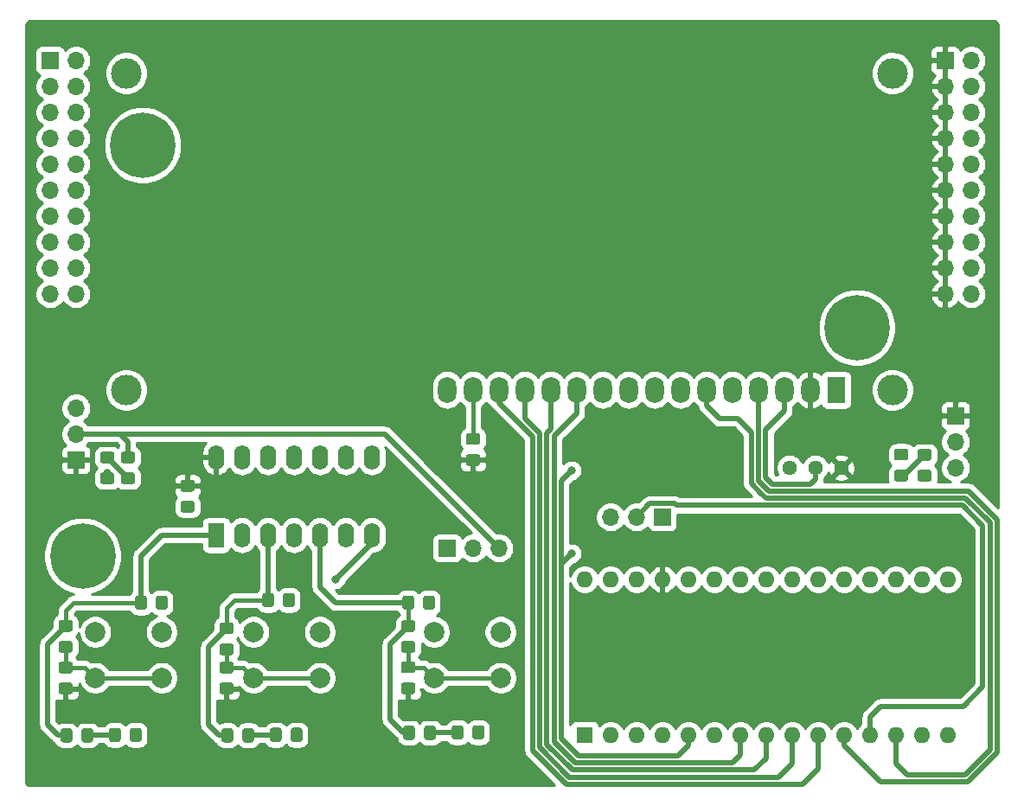
<source format=gbr>
%TF.GenerationSoftware,KiCad,Pcbnew,(5.1.6)-1*%
%TF.CreationDate,2020-10-03T16:08:42+08:00*%
%TF.ProjectId,odometer_project,6f646f6d-6574-4657-925f-70726f6a6563,rev?*%
%TF.SameCoordinates,Original*%
%TF.FileFunction,Copper,L1,Top*%
%TF.FilePolarity,Positive*%
%FSLAX46Y46*%
G04 Gerber Fmt 4.6, Leading zero omitted, Abs format (unit mm)*
G04 Created by KiCad (PCBNEW (5.1.6)-1) date 2020-10-03 16:08:42*
%MOMM*%
%LPD*%
G01*
G04 APERTURE LIST*
%TA.AperFunction,ComponentPad*%
%ADD10C,0.800000*%
%TD*%
%TA.AperFunction,ComponentPad*%
%ADD11C,6.400000*%
%TD*%
%TA.AperFunction,ComponentPad*%
%ADD12C,1.440000*%
%TD*%
%TA.AperFunction,ComponentPad*%
%ADD13O,1.700000X1.700000*%
%TD*%
%TA.AperFunction,ComponentPad*%
%ADD14R,1.700000X1.700000*%
%TD*%
%TA.AperFunction,ComponentPad*%
%ADD15C,3.000000*%
%TD*%
%TA.AperFunction,ComponentPad*%
%ADD16O,1.800000X2.600000*%
%TD*%
%TA.AperFunction,ComponentPad*%
%ADD17R,1.800000X2.600000*%
%TD*%
%TA.AperFunction,ComponentPad*%
%ADD18C,2.000000*%
%TD*%
%TA.AperFunction,ComponentPad*%
%ADD19O,1.600000X2.400000*%
%TD*%
%TA.AperFunction,ComponentPad*%
%ADD20R,1.600000X2.400000*%
%TD*%
%TA.AperFunction,ComponentPad*%
%ADD21O,1.600000X1.600000*%
%TD*%
%TA.AperFunction,ComponentPad*%
%ADD22R,1.600000X1.600000*%
%TD*%
%TA.AperFunction,ViaPad*%
%ADD23C,0.800000*%
%TD*%
%TA.AperFunction,Conductor*%
%ADD24C,0.500000*%
%TD*%
%TA.AperFunction,Conductor*%
%ADD25C,0.400000*%
%TD*%
%TA.AperFunction,Conductor*%
%ADD26C,0.254000*%
%TD*%
G04 APERTURE END LIST*
D10*
%TO.P,REF\u002A\u002A,1*%
%TO.N,N/C*%
X264079056Y-110316944D03*
X262382000Y-109614000D03*
X260684944Y-110316944D03*
X259982000Y-112014000D03*
X260684944Y-113711056D03*
X262382000Y-114414000D03*
X264079056Y-113711056D03*
X264782000Y-112014000D03*
D11*
X262382000Y-112014000D03*
%TD*%
D10*
%TO.P,REF\u002A\u002A,1*%
%TO.N,N/C*%
X188273056Y-132668944D03*
X186576000Y-131966000D03*
X184878944Y-132668944D03*
X184176000Y-134366000D03*
X184878944Y-136063056D03*
X186576000Y-136766000D03*
X188273056Y-136063056D03*
X188976000Y-134366000D03*
D11*
X186576000Y-134366000D03*
%TD*%
D10*
%TO.P,REF\u002A\u002A,1*%
%TO.N,N/C*%
X194148112Y-92456000D03*
X192451056Y-91753056D03*
X190754000Y-92456000D03*
X190051056Y-94153056D03*
X190754000Y-95850112D03*
X192451056Y-96553056D03*
X194148112Y-95850112D03*
X194851056Y-94153056D03*
D11*
X192451056Y-94153056D03*
%TD*%
D12*
%TO.P,RV1,3*%
%TO.N,+5V*%
X260858000Y-125730000D03*
%TO.P,RV1,2*%
%TO.N,Net-(DS1-Pad3)*%
X258318000Y-125730000D03*
%TO.P,RV1,1*%
%TO.N,lcd_rw*%
X255778000Y-125730000D03*
%TD*%
%TO.P,R12,2*%
%TO.N,hall2*%
%TA.AperFunction,SMDPad,CuDef*%
G36*
G01*
X191458001Y-125289000D02*
X190557999Y-125289000D01*
G75*
G02*
X190308000Y-125039001I0J249999D01*
G01*
X190308000Y-124388999D01*
G75*
G02*
X190557999Y-124139000I249999J0D01*
G01*
X191458001Y-124139000D01*
G75*
G02*
X191708000Y-124388999I0J-249999D01*
G01*
X191708000Y-125039001D01*
G75*
G02*
X191458001Y-125289000I-249999J0D01*
G01*
G37*
%TD.AperFunction*%
%TO.P,R12,1*%
%TO.N,Net-(D5-Pad2)*%
%TA.AperFunction,SMDPad,CuDef*%
G36*
G01*
X191458001Y-127339000D02*
X190557999Y-127339000D01*
G75*
G02*
X190308000Y-127089001I0J249999D01*
G01*
X190308000Y-126438999D01*
G75*
G02*
X190557999Y-126189000I249999J0D01*
G01*
X191458001Y-126189000D01*
G75*
G02*
X191708000Y-126438999I0J-249999D01*
G01*
X191708000Y-127089001D01*
G75*
G02*
X191458001Y-127339000I-249999J0D01*
G01*
G37*
%TD.AperFunction*%
%TD*%
%TO.P,R11,2*%
%TO.N,hall1*%
%TA.AperFunction,SMDPad,CuDef*%
G36*
G01*
X267150001Y-125017000D02*
X266249999Y-125017000D01*
G75*
G02*
X266000000Y-124767001I0J249999D01*
G01*
X266000000Y-124116999D01*
G75*
G02*
X266249999Y-123867000I249999J0D01*
G01*
X267150001Y-123867000D01*
G75*
G02*
X267400000Y-124116999I0J-249999D01*
G01*
X267400000Y-124767001D01*
G75*
G02*
X267150001Y-125017000I-249999J0D01*
G01*
G37*
%TD.AperFunction*%
%TO.P,R11,1*%
%TO.N,Net-(D4-Pad2)*%
%TA.AperFunction,SMDPad,CuDef*%
G36*
G01*
X267150001Y-127067000D02*
X266249999Y-127067000D01*
G75*
G02*
X266000000Y-126817001I0J249999D01*
G01*
X266000000Y-126166999D01*
G75*
G02*
X266249999Y-125917000I249999J0D01*
G01*
X267150001Y-125917000D01*
G75*
G02*
X267400000Y-126166999I0J-249999D01*
G01*
X267400000Y-126817001D01*
G75*
G02*
X267150001Y-127067000I-249999J0D01*
G01*
G37*
%TD.AperFunction*%
%TD*%
%TO.P,D5,2*%
%TO.N,Net-(D5-Pad2)*%
%TA.AperFunction,SMDPad,CuDef*%
G36*
G01*
X189426001Y-125289000D02*
X188525999Y-125289000D01*
G75*
G02*
X188276000Y-125039001I0J249999D01*
G01*
X188276000Y-124388999D01*
G75*
G02*
X188525999Y-124139000I249999J0D01*
G01*
X189426001Y-124139000D01*
G75*
G02*
X189676000Y-124388999I0J-249999D01*
G01*
X189676000Y-125039001D01*
G75*
G02*
X189426001Y-125289000I-249999J0D01*
G01*
G37*
%TD.AperFunction*%
%TO.P,D5,1*%
%TO.N,lcd_rw*%
%TA.AperFunction,SMDPad,CuDef*%
G36*
G01*
X189426001Y-127339000D02*
X188525999Y-127339000D01*
G75*
G02*
X188276000Y-127089001I0J249999D01*
G01*
X188276000Y-126438999D01*
G75*
G02*
X188525999Y-126189000I249999J0D01*
G01*
X189426001Y-126189000D01*
G75*
G02*
X189676000Y-126438999I0J-249999D01*
G01*
X189676000Y-127089001D01*
G75*
G02*
X189426001Y-127339000I-249999J0D01*
G01*
G37*
%TD.AperFunction*%
%TD*%
%TO.P,D4,2*%
%TO.N,Net-(D4-Pad2)*%
%TA.AperFunction,SMDPad,CuDef*%
G36*
G01*
X269436001Y-125035000D02*
X268535999Y-125035000D01*
G75*
G02*
X268286000Y-124785001I0J249999D01*
G01*
X268286000Y-124134999D01*
G75*
G02*
X268535999Y-123885000I249999J0D01*
G01*
X269436001Y-123885000D01*
G75*
G02*
X269686000Y-124134999I0J-249999D01*
G01*
X269686000Y-124785001D01*
G75*
G02*
X269436001Y-125035000I-249999J0D01*
G01*
G37*
%TD.AperFunction*%
%TO.P,D4,1*%
%TO.N,lcd_rw*%
%TA.AperFunction,SMDPad,CuDef*%
G36*
G01*
X269436001Y-127085000D02*
X268535999Y-127085000D01*
G75*
G02*
X268286000Y-126835001I0J249999D01*
G01*
X268286000Y-126184999D01*
G75*
G02*
X268535999Y-125935000I249999J0D01*
G01*
X269436001Y-125935000D01*
G75*
G02*
X269686000Y-126184999I0J-249999D01*
G01*
X269686000Y-126835001D01*
G75*
G02*
X269436001Y-127085000I-249999J0D01*
G01*
G37*
%TD.AperFunction*%
%TD*%
D13*
%TO.P,JP2,3*%
%TO.N,hall2*%
X227330000Y-133604000D03*
%TO.P,JP2,2*%
%TO.N,Net-(A1-Pad5)*%
X224790000Y-133604000D03*
D14*
%TO.P,JP2,1*%
%TO.N,soft_reset*%
X222250000Y-133604000D03*
%TD*%
D13*
%TO.P,JP1,3*%
%TO.N,lcd_rw*%
X238252000Y-130556000D03*
%TO.P,JP1,2*%
%TO.N,Net-(A1-Pad12)*%
X240792000Y-130556000D03*
D14*
%TO.P,JP1,1*%
%TO.N,soft_reset*%
X243332000Y-130556000D03*
%TD*%
D13*
%TO.P,J1,3*%
%TO.N,lcd_rw*%
X185928000Y-119888000D03*
%TO.P,J1,2*%
%TO.N,hall2*%
X185928000Y-122428000D03*
D14*
%TO.P,J1,1*%
%TO.N,+5V*%
X185928000Y-124968000D03*
%TD*%
D15*
%TO.P,DS1,*%
%TO.N,*%
X190850000Y-118110000D03*
X190850520Y-87109300D03*
X265849100Y-87109300D03*
X265849100Y-118110000D03*
D16*
%TO.P,DS1,16*%
%TO.N,lcd_rw*%
X222250000Y-118110000D03*
%TO.P,DS1,15*%
%TO.N,Net-(DS1-Pad15)*%
X224790000Y-118110000D03*
%TO.P,DS1,14*%
%TO.N,lcd_bit4*%
X227330000Y-118110000D03*
%TO.P,DS1,13*%
%TO.N,lcd_bit3*%
X229870000Y-118110000D03*
%TO.P,DS1,12*%
%TO.N,lcd_bit2*%
X232410000Y-118110000D03*
%TO.P,DS1,11*%
%TO.N,lcd_bit1*%
X234950000Y-118110000D03*
%TO.P,DS1,10*%
%TO.N,N/C*%
X237490000Y-118110000D03*
%TO.P,DS1,9*%
X240030000Y-118110000D03*
%TO.P,DS1,8*%
X242570000Y-118110000D03*
%TO.P,DS1,7*%
X245110000Y-118110000D03*
%TO.P,DS1,6*%
%TO.N,lcd_enable*%
X247650000Y-118110000D03*
%TO.P,DS1,5*%
%TO.N,lcd_rw*%
X250190000Y-118110000D03*
%TO.P,DS1,4*%
%TO.N,lcd_rs*%
X252730000Y-118110000D03*
%TO.P,DS1,3*%
%TO.N,Net-(DS1-Pad3)*%
X255270000Y-118110000D03*
%TO.P,DS1,2*%
%TO.N,+5V*%
X257810000Y-118110000D03*
D17*
%TO.P,DS1,1*%
%TO.N,lcd_rw*%
X260350000Y-118110000D03*
%TD*%
%TO.P,R10,2*%
%TO.N,/sw3/vout*%
%TA.AperFunction,SMDPad,CuDef*%
G36*
G01*
X219099000Y-151232999D02*
X219099000Y-152133001D01*
G75*
G02*
X218849001Y-152383000I-249999J0D01*
G01*
X218198999Y-152383000D01*
G75*
G02*
X217949000Y-152133001I0J249999D01*
G01*
X217949000Y-151232999D01*
G75*
G02*
X218198999Y-150983000I249999J0D01*
G01*
X218849001Y-150983000D01*
G75*
G02*
X219099000Y-151232999I0J-249999D01*
G01*
G37*
%TD.AperFunction*%
%TO.P,R10,1*%
%TO.N,Net-(D3-Pad2)*%
%TA.AperFunction,SMDPad,CuDef*%
G36*
G01*
X221149000Y-151232999D02*
X221149000Y-152133001D01*
G75*
G02*
X220899001Y-152383000I-249999J0D01*
G01*
X220248999Y-152383000D01*
G75*
G02*
X219999000Y-152133001I0J249999D01*
G01*
X219999000Y-151232999D01*
G75*
G02*
X220248999Y-150983000I249999J0D01*
G01*
X220899001Y-150983000D01*
G75*
G02*
X221149000Y-151232999I0J-249999D01*
G01*
G37*
%TD.AperFunction*%
%TD*%
%TO.P,R9,2*%
%TO.N,/sw2/vout*%
%TA.AperFunction,SMDPad,CuDef*%
G36*
G01*
X201307000Y-151476999D02*
X201307000Y-152377001D01*
G75*
G02*
X201057001Y-152627000I-249999J0D01*
G01*
X200406999Y-152627000D01*
G75*
G02*
X200157000Y-152377001I0J249999D01*
G01*
X200157000Y-151476999D01*
G75*
G02*
X200406999Y-151227000I249999J0D01*
G01*
X201057001Y-151227000D01*
G75*
G02*
X201307000Y-151476999I0J-249999D01*
G01*
G37*
%TD.AperFunction*%
%TO.P,R9,1*%
%TO.N,Net-(D2-Pad2)*%
%TA.AperFunction,SMDPad,CuDef*%
G36*
G01*
X203357000Y-151476999D02*
X203357000Y-152377001D01*
G75*
G02*
X203107001Y-152627000I-249999J0D01*
G01*
X202456999Y-152627000D01*
G75*
G02*
X202207000Y-152377001I0J249999D01*
G01*
X202207000Y-151476999D01*
G75*
G02*
X202456999Y-151227000I249999J0D01*
G01*
X203107001Y-151227000D01*
G75*
G02*
X203357000Y-151476999I0J-249999D01*
G01*
G37*
%TD.AperFunction*%
%TD*%
%TO.P,R8,2*%
%TO.N,/vout*%
%TA.AperFunction,SMDPad,CuDef*%
G36*
G01*
X185559000Y-151486999D02*
X185559000Y-152387001D01*
G75*
G02*
X185309001Y-152637000I-249999J0D01*
G01*
X184658999Y-152637000D01*
G75*
G02*
X184409000Y-152387001I0J249999D01*
G01*
X184409000Y-151486999D01*
G75*
G02*
X184658999Y-151237000I249999J0D01*
G01*
X185309001Y-151237000D01*
G75*
G02*
X185559000Y-151486999I0J-249999D01*
G01*
G37*
%TD.AperFunction*%
%TO.P,R8,1*%
%TO.N,Net-(D1-Pad2)*%
%TA.AperFunction,SMDPad,CuDef*%
G36*
G01*
X187609000Y-151486999D02*
X187609000Y-152387001D01*
G75*
G02*
X187359001Y-152637000I-249999J0D01*
G01*
X186708999Y-152637000D01*
G75*
G02*
X186459000Y-152387001I0J249999D01*
G01*
X186459000Y-151486999D01*
G75*
G02*
X186708999Y-151237000I249999J0D01*
G01*
X187359001Y-151237000D01*
G75*
G02*
X187609000Y-151486999I0J-249999D01*
G01*
G37*
%TD.AperFunction*%
%TD*%
%TO.P,D3,2*%
%TO.N,Net-(D3-Pad2)*%
%TA.AperFunction,SMDPad,CuDef*%
G36*
G01*
X223844000Y-151187999D02*
X223844000Y-152088001D01*
G75*
G02*
X223594001Y-152338000I-249999J0D01*
G01*
X222943999Y-152338000D01*
G75*
G02*
X222694000Y-152088001I0J249999D01*
G01*
X222694000Y-151187999D01*
G75*
G02*
X222943999Y-150938000I249999J0D01*
G01*
X223594001Y-150938000D01*
G75*
G02*
X223844000Y-151187999I0J-249999D01*
G01*
G37*
%TD.AperFunction*%
%TO.P,D3,1*%
%TO.N,lcd_rw*%
%TA.AperFunction,SMDPad,CuDef*%
G36*
G01*
X225894000Y-151187999D02*
X225894000Y-152088001D01*
G75*
G02*
X225644001Y-152338000I-249999J0D01*
G01*
X224993999Y-152338000D01*
G75*
G02*
X224744000Y-152088001I0J249999D01*
G01*
X224744000Y-151187999D01*
G75*
G02*
X224993999Y-150938000I249999J0D01*
G01*
X225644001Y-150938000D01*
G75*
G02*
X225894000Y-151187999I0J-249999D01*
G01*
G37*
%TD.AperFunction*%
%TD*%
%TO.P,D2,2*%
%TO.N,Net-(D2-Pad2)*%
%TA.AperFunction,SMDPad,CuDef*%
G36*
G01*
X206052000Y-151431999D02*
X206052000Y-152332001D01*
G75*
G02*
X205802001Y-152582000I-249999J0D01*
G01*
X205151999Y-152582000D01*
G75*
G02*
X204902000Y-152332001I0J249999D01*
G01*
X204902000Y-151431999D01*
G75*
G02*
X205151999Y-151182000I249999J0D01*
G01*
X205802001Y-151182000D01*
G75*
G02*
X206052000Y-151431999I0J-249999D01*
G01*
G37*
%TD.AperFunction*%
%TO.P,D2,1*%
%TO.N,lcd_rw*%
%TA.AperFunction,SMDPad,CuDef*%
G36*
G01*
X208102000Y-151431999D02*
X208102000Y-152332001D01*
G75*
G02*
X207852001Y-152582000I-249999J0D01*
G01*
X207201999Y-152582000D01*
G75*
G02*
X206952000Y-152332001I0J249999D01*
G01*
X206952000Y-151431999D01*
G75*
G02*
X207201999Y-151182000I249999J0D01*
G01*
X207852001Y-151182000D01*
G75*
G02*
X208102000Y-151431999I0J-249999D01*
G01*
G37*
%TD.AperFunction*%
%TD*%
%TO.P,D1,2*%
%TO.N,Net-(D1-Pad2)*%
%TA.AperFunction,SMDPad,CuDef*%
G36*
G01*
X190304000Y-151441999D02*
X190304000Y-152342001D01*
G75*
G02*
X190054001Y-152592000I-249999J0D01*
G01*
X189403999Y-152592000D01*
G75*
G02*
X189154000Y-152342001I0J249999D01*
G01*
X189154000Y-151441999D01*
G75*
G02*
X189403999Y-151192000I249999J0D01*
G01*
X190054001Y-151192000D01*
G75*
G02*
X190304000Y-151441999I0J-249999D01*
G01*
G37*
%TD.AperFunction*%
%TO.P,D1,1*%
%TO.N,lcd_rw*%
%TA.AperFunction,SMDPad,CuDef*%
G36*
G01*
X192354000Y-151441999D02*
X192354000Y-152342001D01*
G75*
G02*
X192104001Y-152592000I-249999J0D01*
G01*
X191453999Y-152592000D01*
G75*
G02*
X191204000Y-152342001I0J249999D01*
G01*
X191204000Y-151441999D01*
G75*
G02*
X191453999Y-151192000I249999J0D01*
G01*
X192104001Y-151192000D01*
G75*
G02*
X192354000Y-151441999I0J-249999D01*
G01*
G37*
%TD.AperFunction*%
%TD*%
D18*
%TO.P,SW2,1*%
%TO.N,Net-(R4-Pad2)*%
X203304000Y-146304000D03*
%TO.P,SW2,2*%
%TO.N,lcd_rw*%
X203304000Y-141804000D03*
%TO.P,SW2,1*%
%TO.N,Net-(R4-Pad2)*%
X209804000Y-146304000D03*
%TO.P,SW2,2*%
%TO.N,lcd_rw*%
X209804000Y-141804000D03*
%TD*%
D19*
%TO.P,U1,14*%
%TO.N,+5V*%
X199644000Y-124714000D03*
%TO.P,U1,7*%
%TO.N,lcd_rw*%
X214884000Y-132334000D03*
%TO.P,U1,13*%
%TO.N,N/C*%
X202184000Y-124714000D03*
%TO.P,U1,6*%
%TO.N,soft_reset*%
X212344000Y-132334000D03*
%TO.P,U1,12*%
%TO.N,N/C*%
X204724000Y-124714000D03*
%TO.P,U1,5*%
%TO.N,/sw3/vout*%
X209804000Y-132334000D03*
%TO.P,U1,11*%
%TO.N,N/C*%
X207264000Y-124714000D03*
%TO.P,U1,4*%
%TO.N,state_down*%
X207264000Y-132334000D03*
%TO.P,U1,10*%
%TO.N,N/C*%
X209804000Y-124714000D03*
%TO.P,U1,3*%
%TO.N,/sw2/vout*%
X204724000Y-132334000D03*
%TO.P,U1,9*%
%TO.N,N/C*%
X212344000Y-124714000D03*
%TO.P,U1,2*%
%TO.N,state_up*%
X202184000Y-132334000D03*
%TO.P,U1,8*%
%TO.N,N/C*%
X214884000Y-124714000D03*
D20*
%TO.P,U1,1*%
%TO.N,/vout*%
X199644000Y-132334000D03*
%TD*%
%TO.P,R3,2*%
%TO.N,Net-(DS1-Pad15)*%
%TA.AperFunction,SMDPad,CuDef*%
G36*
G01*
X225240001Y-123493000D02*
X224339999Y-123493000D01*
G75*
G02*
X224090000Y-123243001I0J249999D01*
G01*
X224090000Y-122592999D01*
G75*
G02*
X224339999Y-122343000I249999J0D01*
G01*
X225240001Y-122343000D01*
G75*
G02*
X225490000Y-122592999I0J-249999D01*
G01*
X225490000Y-123243001D01*
G75*
G02*
X225240001Y-123493000I-249999J0D01*
G01*
G37*
%TD.AperFunction*%
%TO.P,R3,1*%
%TO.N,+5V*%
%TA.AperFunction,SMDPad,CuDef*%
G36*
G01*
X225240001Y-125543000D02*
X224339999Y-125543000D01*
G75*
G02*
X224090000Y-125293001I0J249999D01*
G01*
X224090000Y-124642999D01*
G75*
G02*
X224339999Y-124393000I249999J0D01*
G01*
X225240001Y-124393000D01*
G75*
G02*
X225490000Y-124642999I0J-249999D01*
G01*
X225490000Y-125293001D01*
G75*
G02*
X225240001Y-125543000I-249999J0D01*
G01*
G37*
%TD.AperFunction*%
%TD*%
%TO.P,C1,2*%
%TO.N,lcd_rw*%
%TA.AperFunction,SMDPad,CuDef*%
G36*
G01*
X196399999Y-128974000D02*
X197300001Y-128974000D01*
G75*
G02*
X197550000Y-129223999I0J-249999D01*
G01*
X197550000Y-129874001D01*
G75*
G02*
X197300001Y-130124000I-249999J0D01*
G01*
X196399999Y-130124000D01*
G75*
G02*
X196150000Y-129874001I0J249999D01*
G01*
X196150000Y-129223999D01*
G75*
G02*
X196399999Y-128974000I249999J0D01*
G01*
G37*
%TD.AperFunction*%
%TO.P,C1,1*%
%TO.N,+5V*%
%TA.AperFunction,SMDPad,CuDef*%
G36*
G01*
X196399999Y-126924000D02*
X197300001Y-126924000D01*
G75*
G02*
X197550000Y-127173999I0J-249999D01*
G01*
X197550000Y-127824001D01*
G75*
G02*
X197300001Y-128074000I-249999J0D01*
G01*
X196399999Y-128074000D01*
G75*
G02*
X196150000Y-127824001I0J249999D01*
G01*
X196150000Y-127173999D01*
G75*
G02*
X196399999Y-126924000I249999J0D01*
G01*
G37*
%TD.AperFunction*%
%TD*%
%TO.P,R7,2*%
%TO.N,/sw3/vout*%
%TA.AperFunction,SMDPad,CuDef*%
G36*
G01*
X218890001Y-141799000D02*
X217989999Y-141799000D01*
G75*
G02*
X217740000Y-141549001I0J249999D01*
G01*
X217740000Y-140898999D01*
G75*
G02*
X217989999Y-140649000I249999J0D01*
G01*
X218890001Y-140649000D01*
G75*
G02*
X219140000Y-140898999I0J-249999D01*
G01*
X219140000Y-141549001D01*
G75*
G02*
X218890001Y-141799000I-249999J0D01*
G01*
G37*
%TD.AperFunction*%
%TO.P,R7,1*%
%TO.N,Net-(R6-Pad2)*%
%TA.AperFunction,SMDPad,CuDef*%
G36*
G01*
X218890001Y-143849000D02*
X217989999Y-143849000D01*
G75*
G02*
X217740000Y-143599001I0J249999D01*
G01*
X217740000Y-142948999D01*
G75*
G02*
X217989999Y-142699000I249999J0D01*
G01*
X218890001Y-142699000D01*
G75*
G02*
X219140000Y-142948999I0J-249999D01*
G01*
X219140000Y-143599001D01*
G75*
G02*
X218890001Y-143849000I-249999J0D01*
G01*
G37*
%TD.AperFunction*%
%TD*%
%TO.P,R6,2*%
%TO.N,Net-(R6-Pad2)*%
%TA.AperFunction,SMDPad,CuDef*%
G36*
G01*
X218890001Y-145845000D02*
X217989999Y-145845000D01*
G75*
G02*
X217740000Y-145595001I0J249999D01*
G01*
X217740000Y-144944999D01*
G75*
G02*
X217989999Y-144695000I249999J0D01*
G01*
X218890001Y-144695000D01*
G75*
G02*
X219140000Y-144944999I0J-249999D01*
G01*
X219140000Y-145595001D01*
G75*
G02*
X218890001Y-145845000I-249999J0D01*
G01*
G37*
%TD.AperFunction*%
%TO.P,R6,1*%
%TO.N,+5V*%
%TA.AperFunction,SMDPad,CuDef*%
G36*
G01*
X218890001Y-147895000D02*
X217989999Y-147895000D01*
G75*
G02*
X217740000Y-147645001I0J249999D01*
G01*
X217740000Y-146994999D01*
G75*
G02*
X217989999Y-146745000I249999J0D01*
G01*
X218890001Y-146745000D01*
G75*
G02*
X219140000Y-146994999I0J-249999D01*
G01*
X219140000Y-147645001D01*
G75*
G02*
X218890001Y-147895000I-249999J0D01*
G01*
G37*
%TD.AperFunction*%
%TD*%
%TO.P,R5,2*%
%TO.N,/sw2/vout*%
%TA.AperFunction,SMDPad,CuDef*%
G36*
G01*
X201110001Y-142035000D02*
X200209999Y-142035000D01*
G75*
G02*
X199960000Y-141785001I0J249999D01*
G01*
X199960000Y-141134999D01*
G75*
G02*
X200209999Y-140885000I249999J0D01*
G01*
X201110001Y-140885000D01*
G75*
G02*
X201360000Y-141134999I0J-249999D01*
G01*
X201360000Y-141785001D01*
G75*
G02*
X201110001Y-142035000I-249999J0D01*
G01*
G37*
%TD.AperFunction*%
%TO.P,R5,1*%
%TO.N,Net-(R4-Pad2)*%
%TA.AperFunction,SMDPad,CuDef*%
G36*
G01*
X201110001Y-144085000D02*
X200209999Y-144085000D01*
G75*
G02*
X199960000Y-143835001I0J249999D01*
G01*
X199960000Y-143184999D01*
G75*
G02*
X200209999Y-142935000I249999J0D01*
G01*
X201110001Y-142935000D01*
G75*
G02*
X201360000Y-143184999I0J-249999D01*
G01*
X201360000Y-143835001D01*
G75*
G02*
X201110001Y-144085000I-249999J0D01*
G01*
G37*
%TD.AperFunction*%
%TD*%
%TO.P,R4,2*%
%TO.N,Net-(R4-Pad2)*%
%TA.AperFunction,SMDPad,CuDef*%
G36*
G01*
X201110001Y-145863000D02*
X200209999Y-145863000D01*
G75*
G02*
X199960000Y-145613001I0J249999D01*
G01*
X199960000Y-144962999D01*
G75*
G02*
X200209999Y-144713000I249999J0D01*
G01*
X201110001Y-144713000D01*
G75*
G02*
X201360000Y-144962999I0J-249999D01*
G01*
X201360000Y-145613001D01*
G75*
G02*
X201110001Y-145863000I-249999J0D01*
G01*
G37*
%TD.AperFunction*%
%TO.P,R4,1*%
%TO.N,+5V*%
%TA.AperFunction,SMDPad,CuDef*%
G36*
G01*
X201110001Y-147913000D02*
X200209999Y-147913000D01*
G75*
G02*
X199960000Y-147663001I0J249999D01*
G01*
X199960000Y-147012999D01*
G75*
G02*
X200209999Y-146763000I249999J0D01*
G01*
X201110001Y-146763000D01*
G75*
G02*
X201360000Y-147012999I0J-249999D01*
G01*
X201360000Y-147663001D01*
G75*
G02*
X201110001Y-147913000I-249999J0D01*
G01*
G37*
%TD.AperFunction*%
%TD*%
%TO.P,R2,2*%
%TO.N,/vout*%
%TA.AperFunction,SMDPad,CuDef*%
G36*
G01*
X185362001Y-141790000D02*
X184461999Y-141790000D01*
G75*
G02*
X184212000Y-141540001I0J249999D01*
G01*
X184212000Y-140889999D01*
G75*
G02*
X184461999Y-140640000I249999J0D01*
G01*
X185362001Y-140640000D01*
G75*
G02*
X185612000Y-140889999I0J-249999D01*
G01*
X185612000Y-141540001D01*
G75*
G02*
X185362001Y-141790000I-249999J0D01*
G01*
G37*
%TD.AperFunction*%
%TO.P,R2,1*%
%TO.N,Net-(R1-Pad2)*%
%TA.AperFunction,SMDPad,CuDef*%
G36*
G01*
X185362001Y-143840000D02*
X184461999Y-143840000D01*
G75*
G02*
X184212000Y-143590001I0J249999D01*
G01*
X184212000Y-142939999D01*
G75*
G02*
X184461999Y-142690000I249999J0D01*
G01*
X185362001Y-142690000D01*
G75*
G02*
X185612000Y-142939999I0J-249999D01*
G01*
X185612000Y-143590001D01*
G75*
G02*
X185362001Y-143840000I-249999J0D01*
G01*
G37*
%TD.AperFunction*%
%TD*%
%TO.P,R1,2*%
%TO.N,Net-(R1-Pad2)*%
%TA.AperFunction,SMDPad,CuDef*%
G36*
G01*
X185362001Y-145863000D02*
X184461999Y-145863000D01*
G75*
G02*
X184212000Y-145613001I0J249999D01*
G01*
X184212000Y-144962999D01*
G75*
G02*
X184461999Y-144713000I249999J0D01*
G01*
X185362001Y-144713000D01*
G75*
G02*
X185612000Y-144962999I0J-249999D01*
G01*
X185612000Y-145613001D01*
G75*
G02*
X185362001Y-145863000I-249999J0D01*
G01*
G37*
%TD.AperFunction*%
%TO.P,R1,1*%
%TO.N,+5V*%
%TA.AperFunction,SMDPad,CuDef*%
G36*
G01*
X185362001Y-147913000D02*
X184461999Y-147913000D01*
G75*
G02*
X184212000Y-147663001I0J249999D01*
G01*
X184212000Y-147012999D01*
G75*
G02*
X184461999Y-146763000I249999J0D01*
G01*
X185362001Y-146763000D01*
G75*
G02*
X185612000Y-147012999I0J-249999D01*
G01*
X185612000Y-147663001D01*
G75*
G02*
X185362001Y-147913000I-249999J0D01*
G01*
G37*
%TD.AperFunction*%
%TD*%
%TO.P,C4,2*%
%TO.N,lcd_rw*%
%TA.AperFunction,SMDPad,CuDef*%
G36*
G01*
X219915000Y-139388001D02*
X219915000Y-138487999D01*
G75*
G02*
X220164999Y-138238000I249999J0D01*
G01*
X220815001Y-138238000D01*
G75*
G02*
X221065000Y-138487999I0J-249999D01*
G01*
X221065000Y-139388001D01*
G75*
G02*
X220815001Y-139638000I-249999J0D01*
G01*
X220164999Y-139638000D01*
G75*
G02*
X219915000Y-139388001I0J249999D01*
G01*
G37*
%TD.AperFunction*%
%TO.P,C4,1*%
%TO.N,/sw3/vout*%
%TA.AperFunction,SMDPad,CuDef*%
G36*
G01*
X217865000Y-139388001D02*
X217865000Y-138487999D01*
G75*
G02*
X218114999Y-138238000I249999J0D01*
G01*
X218765001Y-138238000D01*
G75*
G02*
X219015000Y-138487999I0J-249999D01*
G01*
X219015000Y-139388001D01*
G75*
G02*
X218765001Y-139638000I-249999J0D01*
G01*
X218114999Y-139638000D01*
G75*
G02*
X217865000Y-139388001I0J249999D01*
G01*
G37*
%TD.AperFunction*%
%TD*%
%TO.P,C3,2*%
%TO.N,lcd_rw*%
%TA.AperFunction,SMDPad,CuDef*%
G36*
G01*
X206199000Y-139134001D02*
X206199000Y-138233999D01*
G75*
G02*
X206448999Y-137984000I249999J0D01*
G01*
X207099001Y-137984000D01*
G75*
G02*
X207349000Y-138233999I0J-249999D01*
G01*
X207349000Y-139134001D01*
G75*
G02*
X207099001Y-139384000I-249999J0D01*
G01*
X206448999Y-139384000D01*
G75*
G02*
X206199000Y-139134001I0J249999D01*
G01*
G37*
%TD.AperFunction*%
%TO.P,C3,1*%
%TO.N,/sw2/vout*%
%TA.AperFunction,SMDPad,CuDef*%
G36*
G01*
X204149000Y-139134001D02*
X204149000Y-138233999D01*
G75*
G02*
X204398999Y-137984000I249999J0D01*
G01*
X205049001Y-137984000D01*
G75*
G02*
X205299000Y-138233999I0J-249999D01*
G01*
X205299000Y-139134001D01*
G75*
G02*
X205049001Y-139384000I-249999J0D01*
G01*
X204398999Y-139384000D01*
G75*
G02*
X204149000Y-139134001I0J249999D01*
G01*
G37*
%TD.AperFunction*%
%TD*%
%TO.P,C2,2*%
%TO.N,lcd_rw*%
%TA.AperFunction,SMDPad,CuDef*%
G36*
G01*
X193753000Y-139388001D02*
X193753000Y-138487999D01*
G75*
G02*
X194002999Y-138238000I249999J0D01*
G01*
X194653001Y-138238000D01*
G75*
G02*
X194903000Y-138487999I0J-249999D01*
G01*
X194903000Y-139388001D01*
G75*
G02*
X194653001Y-139638000I-249999J0D01*
G01*
X194002999Y-139638000D01*
G75*
G02*
X193753000Y-139388001I0J249999D01*
G01*
G37*
%TD.AperFunction*%
%TO.P,C2,1*%
%TO.N,/vout*%
%TA.AperFunction,SMDPad,CuDef*%
G36*
G01*
X191703000Y-139388001D02*
X191703000Y-138487999D01*
G75*
G02*
X191952999Y-138238000I249999J0D01*
G01*
X192603001Y-138238000D01*
G75*
G02*
X192853000Y-138487999I0J-249999D01*
G01*
X192853000Y-139388001D01*
G75*
G02*
X192603001Y-139638000I-249999J0D01*
G01*
X191952999Y-139638000D01*
G75*
G02*
X191703000Y-139388001I0J249999D01*
G01*
G37*
%TD.AperFunction*%
%TD*%
D13*
%TO.P,J4,20*%
%TO.N,lcd_rw*%
X273558000Y-108712000D03*
%TO.P,J4,19*%
%TO.N,+5V*%
X271018000Y-108712000D03*
%TO.P,J4,18*%
%TO.N,lcd_rw*%
X273558000Y-106172000D03*
%TO.P,J4,17*%
%TO.N,+5V*%
X271018000Y-106172000D03*
%TO.P,J4,16*%
%TO.N,lcd_rw*%
X273558000Y-103632000D03*
%TO.P,J4,15*%
%TO.N,+5V*%
X271018000Y-103632000D03*
%TO.P,J4,14*%
%TO.N,lcd_rw*%
X273558000Y-101092000D03*
%TO.P,J4,13*%
%TO.N,+5V*%
X271018000Y-101092000D03*
%TO.P,J4,12*%
%TO.N,lcd_rw*%
X273558000Y-98552000D03*
%TO.P,J4,11*%
%TO.N,+5V*%
X271018000Y-98552000D03*
%TO.P,J4,10*%
%TO.N,lcd_rw*%
X273558000Y-96012000D03*
%TO.P,J4,9*%
%TO.N,+5V*%
X271018000Y-96012000D03*
%TO.P,J4,8*%
%TO.N,lcd_rw*%
X273558000Y-93472000D03*
%TO.P,J4,7*%
%TO.N,+5V*%
X271018000Y-93472000D03*
%TO.P,J4,6*%
%TO.N,lcd_rw*%
X273558000Y-90932000D03*
%TO.P,J4,5*%
%TO.N,+5V*%
X271018000Y-90932000D03*
%TO.P,J4,4*%
%TO.N,lcd_rw*%
X273558000Y-88392000D03*
%TO.P,J4,3*%
%TO.N,+5V*%
X271018000Y-88392000D03*
%TO.P,J4,2*%
%TO.N,lcd_rw*%
X273558000Y-85852000D03*
D14*
%TO.P,J4,1*%
%TO.N,+5V*%
X271018000Y-85852000D03*
%TD*%
D13*
%TO.P,J3,20*%
%TO.N,SCL*%
X185928000Y-108712000D03*
%TO.P,J3,19*%
%TO.N,SDA*%
X183388000Y-108712000D03*
%TO.P,J3,18*%
%TO.N,SCL*%
X185928000Y-106172000D03*
%TO.P,J3,17*%
%TO.N,SDA*%
X183388000Y-106172000D03*
%TO.P,J3,16*%
%TO.N,SCL*%
X185928000Y-103632000D03*
%TO.P,J3,15*%
%TO.N,SDA*%
X183388000Y-103632000D03*
%TO.P,J3,14*%
%TO.N,SCL*%
X185928000Y-101092000D03*
%TO.P,J3,13*%
%TO.N,SDA*%
X183388000Y-101092000D03*
%TO.P,J3,12*%
%TO.N,SCL*%
X185928000Y-98552000D03*
%TO.P,J3,11*%
%TO.N,SDA*%
X183388000Y-98552000D03*
%TO.P,J3,10*%
%TO.N,SCL*%
X185928000Y-96012000D03*
%TO.P,J3,9*%
%TO.N,SDA*%
X183388000Y-96012000D03*
%TO.P,J3,8*%
%TO.N,SCL*%
X185928000Y-93472000D03*
%TO.P,J3,7*%
%TO.N,SDA*%
X183388000Y-93472000D03*
%TO.P,J3,6*%
%TO.N,SCL*%
X185928000Y-90932000D03*
%TO.P,J3,5*%
%TO.N,SDA*%
X183388000Y-90932000D03*
%TO.P,J3,4*%
%TO.N,SCL*%
X185928000Y-88392000D03*
%TO.P,J3,3*%
%TO.N,SDA*%
X183388000Y-88392000D03*
%TO.P,J3,2*%
%TO.N,SCL*%
X185928000Y-85852000D03*
D14*
%TO.P,J3,1*%
%TO.N,SDA*%
X183388000Y-85852000D03*
%TD*%
D13*
%TO.P,J2,3*%
%TO.N,lcd_rw*%
X272034000Y-125730000D03*
%TO.P,J2,2*%
%TO.N,hall1*%
X272034000Y-123190000D03*
D14*
%TO.P,J2,1*%
%TO.N,+5V*%
X272034000Y-120650000D03*
%TD*%
D21*
%TO.P,A1,16*%
%TO.N,N/C*%
X271272000Y-136652000D03*
%TO.P,A1,15*%
%TO.N,state_up*%
X271272000Y-151892000D03*
%TO.P,A1,30*%
%TO.N,N/C*%
X235712000Y-136652000D03*
%TO.P,A1,14*%
%TO.N,state_down*%
X268732000Y-151892000D03*
%TO.P,A1,29*%
%TO.N,lcd_rw*%
X238252000Y-136652000D03*
%TO.P,A1,13*%
%TO.N,lcd_enable*%
X266192000Y-151892000D03*
%TO.P,A1,28*%
%TO.N,N/C*%
X240792000Y-136652000D03*
%TO.P,A1,12*%
%TO.N,Net-(A1-Pad12)*%
X263652000Y-151892000D03*
%TO.P,A1,27*%
%TO.N,+5V*%
X243332000Y-136652000D03*
%TO.P,A1,11*%
%TO.N,lcd_rs*%
X261112000Y-151892000D03*
%TO.P,A1,26*%
%TO.N,N/C*%
X245872000Y-136652000D03*
%TO.P,A1,10*%
%TO.N,lcd_bit4*%
X258572000Y-151892000D03*
%TO.P,A1,25*%
%TO.N,N/C*%
X248412000Y-136652000D03*
%TO.P,A1,9*%
%TO.N,lcd_bit3*%
X256032000Y-151892000D03*
%TO.P,A1,24*%
%TO.N,SCL*%
X250952000Y-136652000D03*
%TO.P,A1,8*%
%TO.N,lcd_bit2*%
X253492000Y-151892000D03*
%TO.P,A1,23*%
%TO.N,SDA*%
X253492000Y-136652000D03*
%TO.P,A1,7*%
%TO.N,lcd_bit1*%
X250952000Y-151892000D03*
%TO.P,A1,22*%
%TO.N,N/C*%
X256032000Y-136652000D03*
%TO.P,A1,6*%
%TO.N,hall1*%
X248412000Y-151892000D03*
%TO.P,A1,21*%
%TO.N,N/C*%
X258572000Y-136652000D03*
%TO.P,A1,5*%
%TO.N,Net-(A1-Pad5)*%
X245872000Y-151892000D03*
%TO.P,A1,20*%
%TO.N,N/C*%
X261112000Y-136652000D03*
%TO.P,A1,4*%
%TO.N,lcd_rw*%
X243332000Y-151892000D03*
%TO.P,A1,19*%
%TO.N,N/C*%
X263652000Y-136652000D03*
%TO.P,A1,3*%
X240792000Y-151892000D03*
%TO.P,A1,18*%
X266192000Y-136652000D03*
%TO.P,A1,2*%
X238252000Y-151892000D03*
%TO.P,A1,17*%
X268732000Y-136652000D03*
D22*
%TO.P,A1,1*%
X235712000Y-151892000D03*
%TD*%
D18*
%TO.P,SW3,1*%
%TO.N,Net-(R6-Pad2)*%
X220980000Y-146304000D03*
%TO.P,SW3,2*%
%TO.N,lcd_rw*%
X220980000Y-141804000D03*
%TO.P,SW3,1*%
%TO.N,Net-(R6-Pad2)*%
X227480000Y-146304000D03*
%TO.P,SW3,2*%
%TO.N,lcd_rw*%
X227480000Y-141804000D03*
%TD*%
%TO.P,SW1,1*%
%TO.N,Net-(R1-Pad2)*%
X187810000Y-146304000D03*
%TO.P,SW1,2*%
%TO.N,lcd_rw*%
X187810000Y-141804000D03*
%TO.P,SW1,1*%
%TO.N,Net-(R1-Pad2)*%
X194310000Y-146304000D03*
%TO.P,SW1,2*%
%TO.N,lcd_rw*%
X194310000Y-141804000D03*
%TD*%
D23*
%TO.N,+5V*%
X242570000Y-140462000D03*
X246380000Y-120396000D03*
%TO.N,lcd_rw*%
X206774000Y-138684000D03*
X194328000Y-138938000D03*
X220490000Y-138938000D03*
X196850000Y-129549000D03*
X207527000Y-151882000D03*
X191779000Y-151892000D03*
X225319000Y-151638000D03*
X211328000Y-136652000D03*
X188976000Y-126238000D03*
X268986000Y-126492000D03*
%TO.N,hall1*%
X266700000Y-124460000D03*
%TO.N,Net-(A1-Pad5)*%
X234442000Y-125984000D03*
X234442000Y-134112000D03*
%TD*%
D24*
%TO.N,lcd_rs*%
X261112000Y-152908000D02*
X261112000Y-151892000D01*
X273251925Y-156464000D02*
X264668000Y-156464000D01*
X276098000Y-153617926D02*
X273251925Y-156464000D01*
X253772037Y-128016000D02*
X273304002Y-128016000D01*
X264668000Y-156464000D02*
X261112000Y-152908000D01*
X252730000Y-118110000D02*
X252730000Y-126973963D01*
X252730000Y-126973963D02*
X253772037Y-128016000D01*
X273304002Y-128016000D02*
X276098000Y-130809998D01*
X276098000Y-130809998D02*
X276098000Y-153617926D01*
%TO.N,+5V*%
X196850000Y-127499000D02*
X196850000Y-125222000D01*
X197358000Y-124714000D02*
X199644000Y-124714000D01*
X196850000Y-125222000D02*
X197358000Y-124714000D01*
X243332000Y-136652000D02*
X243332000Y-139700000D01*
X243332000Y-139700000D02*
X242570000Y-140462000D01*
%TO.N,lcd_rw*%
X214884000Y-132334000D02*
X214884000Y-133096000D01*
X214884000Y-133096000D02*
X211328000Y-136652000D01*
X188976000Y-126764000D02*
X188976000Y-126746000D01*
X268986000Y-126510000D02*
X268986000Y-126492000D01*
%TO.N,lcd_enable*%
X267269990Y-155763990D02*
X272961974Y-155763990D01*
X272961974Y-155763990D02*
X275397990Y-153327974D01*
X266192000Y-154686000D02*
X267269990Y-155763990D01*
X275397990Y-153327974D02*
X275397990Y-131099952D01*
X266192000Y-151892000D02*
X266192000Y-154686000D01*
X275397990Y-131099952D02*
X273014050Y-128716010D01*
X273014050Y-128716010D02*
X254980047Y-128716010D01*
X254980047Y-128716010D02*
X253482084Y-128716010D01*
X252029992Y-127263918D02*
X253010037Y-128243963D01*
X250698000Y-120904000D02*
X252029992Y-122235992D01*
X253010037Y-128243963D02*
X252029990Y-127263916D01*
X247650000Y-118110000D02*
X247650000Y-119634000D01*
X252029992Y-122235992D02*
X252029992Y-127263918D01*
X247650000Y-119634000D02*
X248920000Y-120904000D01*
X253482084Y-128716010D02*
X253010037Y-128243963D01*
X248920000Y-120904000D02*
X250698000Y-120904000D01*
%TO.N,lcd_bit3*%
X231332010Y-122392047D02*
X229870000Y-120930037D01*
X229870000Y-120930037D02*
X229870000Y-118110000D01*
X256032000Y-154686000D02*
X254700010Y-156017990D01*
X256032000Y-151892000D02*
X256032000Y-154686000D01*
X254700010Y-156017990D02*
X234223952Y-156017990D01*
X234223952Y-156017990D02*
X231332010Y-153126048D01*
X231332010Y-153126048D02*
X231332010Y-122392047D01*
%TO.N,lcd_bit2*%
X232410000Y-121946037D02*
X232410000Y-118110000D01*
X232032020Y-122324017D02*
X232410000Y-121946037D01*
X253492000Y-154178000D02*
X252352020Y-155317980D01*
X253492000Y-151892000D02*
X253492000Y-154178000D01*
X232032020Y-152836096D02*
X232032020Y-122324017D01*
X252352020Y-155317980D02*
X234513904Y-155317980D01*
X234513904Y-155317980D02*
X232032020Y-152836096D01*
%TO.N,lcd_bit1*%
X234950000Y-120396000D02*
X234950000Y-118110000D01*
X250952000Y-153855970D02*
X250190000Y-154617970D01*
X250952000Y-151892000D02*
X250952000Y-153855970D01*
X234803856Y-154617970D02*
X232732030Y-152546144D01*
X250190000Y-154617970D02*
X234803856Y-154617970D01*
X232732030Y-122613970D02*
X234950000Y-120396000D01*
X232732030Y-152546144D02*
X232732030Y-122613970D01*
D25*
%TO.N,Net-(DS1-Pad15)*%
X224790000Y-119810000D02*
X224790000Y-122918000D01*
X224790000Y-118110000D02*
X224790000Y-119810000D01*
D24*
%TO.N,Net-(DS1-Pad3)*%
X255270000Y-120142000D02*
X255270000Y-118110000D01*
X253430010Y-121981990D02*
X255270000Y-120142000D01*
X258318000Y-126807990D02*
X257810000Y-127315990D01*
X254061990Y-127315990D02*
X253430010Y-126684010D01*
X258318000Y-125730000D02*
X258318000Y-126807990D01*
X253430010Y-126684010D02*
X253430010Y-121981990D01*
X257810000Y-127315990D02*
X254061990Y-127315990D01*
%TO.N,lcd_bit4*%
X227330000Y-119380000D02*
X227330000Y-118110000D01*
X258572000Y-155194000D02*
X257048000Y-156718000D01*
X230632000Y-122682000D02*
X227330000Y-119380000D01*
X233934000Y-156718000D02*
X230632000Y-153416000D01*
X258572000Y-151892000D02*
X258572000Y-155194000D01*
X257048000Y-156718000D02*
X233934000Y-156718000D01*
X230632000Y-153416000D02*
X230632000Y-122682000D01*
D25*
%TO.N,Net-(R1-Pad2)*%
X184912000Y-143265000D02*
X184912000Y-145288000D01*
X186794000Y-145288000D02*
X187810000Y-146304000D01*
X184912000Y-145288000D02*
X186794000Y-145288000D01*
X187810000Y-146304000D02*
X194310000Y-146304000D01*
%TO.N,Net-(R4-Pad2)*%
X200660000Y-145288000D02*
X200660000Y-143510000D01*
X202288000Y-145288000D02*
X203304000Y-146304000D01*
X200660000Y-145288000D02*
X202288000Y-145288000D01*
X208389787Y-146304000D02*
X203304000Y-146304000D01*
X209804000Y-146304000D02*
X208389787Y-146304000D01*
%TO.N,Net-(R6-Pad2)*%
X219946000Y-145270000D02*
X220980000Y-146304000D01*
X218440000Y-145270000D02*
X219946000Y-145270000D01*
X218440000Y-145270000D02*
X218440000Y-143274000D01*
X222394213Y-146304000D02*
X227480000Y-146304000D01*
X220980000Y-146304000D02*
X222394213Y-146304000D01*
%TO.N,/vout*%
X192278000Y-138938000D02*
X185674000Y-138938000D01*
X184912000Y-139700000D02*
X184912000Y-141215000D01*
X185674000Y-138938000D02*
X184912000Y-139700000D01*
D24*
X183134000Y-142993000D02*
X184912000Y-141215000D01*
X183134000Y-150876000D02*
X183134000Y-142993000D01*
X184984000Y-151937000D02*
X184195000Y-151937000D01*
X184195000Y-151937000D02*
X183134000Y-150876000D01*
X192278000Y-138938000D02*
X192278000Y-134366000D01*
X194310000Y-132334000D02*
X199644000Y-132334000D01*
X192278000Y-134366000D02*
X194310000Y-132334000D01*
%TO.N,Net-(D1-Pad2)*%
X187079000Y-151892000D02*
X187034000Y-151937000D01*
X189729000Y-151892000D02*
X187079000Y-151892000D01*
%TO.N,Net-(D2-Pad2)*%
X202827000Y-151882000D02*
X202782000Y-151927000D01*
X205477000Y-151882000D02*
X202827000Y-151882000D01*
%TO.N,Net-(D3-Pad2)*%
X223224000Y-151683000D02*
X223269000Y-151638000D01*
X220574000Y-151683000D02*
X223224000Y-151683000D01*
D25*
%TO.N,/sw2/vout*%
X201422000Y-138684000D02*
X204724000Y-138684000D01*
X200660000Y-139446000D02*
X201422000Y-138684000D01*
X200660000Y-141460000D02*
X200660000Y-139446000D01*
D24*
X198882000Y-143238000D02*
X200660000Y-141460000D01*
X198882000Y-150876000D02*
X198882000Y-143238000D01*
X200732000Y-151927000D02*
X199933000Y-151927000D01*
X199933000Y-151927000D02*
X198882000Y-150876000D01*
X204724000Y-138684000D02*
X204724000Y-132334000D01*
D25*
%TO.N,/sw3/vout*%
X218440000Y-138938000D02*
X218440000Y-141224000D01*
D24*
X218524000Y-151683000D02*
X217977000Y-151683000D01*
X217977000Y-151683000D02*
X216662000Y-150368000D01*
X216662000Y-143002000D02*
X218440000Y-141224000D01*
X216662000Y-150368000D02*
X216662000Y-143002000D01*
X209804000Y-137414000D02*
X209804000Y-132334000D01*
X218440000Y-138938000D02*
X211328000Y-138938000D01*
X211328000Y-138938000D02*
X209804000Y-137414000D01*
%TO.N,Net-(A1-Pad12)*%
X242092001Y-129255999D02*
X240792000Y-130556000D01*
X244702022Y-129416020D02*
X244542001Y-129255999D01*
X272724097Y-129416020D02*
X244702022Y-129416020D01*
X263652000Y-151892000D02*
X263652000Y-150114000D01*
X263652000Y-150114000D02*
X264668000Y-149098000D01*
X274697980Y-131389903D02*
X272724097Y-129416020D01*
X264668000Y-149098000D02*
X272796000Y-149098000D01*
X272796000Y-149098000D02*
X274697980Y-147196020D01*
X244542001Y-129255999D02*
X242092001Y-129255999D01*
X274697980Y-147196020D02*
X274697980Y-131389903D01*
%TO.N,hall1*%
X266700000Y-124442000D02*
X266700000Y-124460000D01*
%TO.N,Net-(A1-Pad5)*%
X244862040Y-153917960D02*
X245872000Y-152908000D01*
X245872000Y-152908000D02*
X245872000Y-151892000D01*
X235093808Y-153917960D02*
X244862040Y-153917960D01*
X233432040Y-152256192D02*
X235093808Y-153917960D01*
X234442000Y-125984000D02*
X233432040Y-126993960D01*
X234442000Y-134112000D02*
X233432040Y-135121960D01*
X233432040Y-126993960D02*
X233432040Y-135121960D01*
X233432040Y-135121960D02*
X233432040Y-152256192D01*
%TO.N,hall2*%
X216154000Y-122428000D02*
X227330000Y-133604000D01*
X191008000Y-124714000D02*
X191008000Y-124206000D01*
X191262000Y-122428000D02*
X216154000Y-122428000D01*
X191008000Y-124714000D02*
X191008000Y-123190000D01*
X191008000Y-123190000D02*
X190246000Y-122428000D01*
X186690000Y-122428000D02*
X190246000Y-122428000D01*
X190246000Y-122428000D02*
X191262000Y-122428000D01*
%TO.N,Net-(D4-Pad2)*%
X266954000Y-126492000D02*
X268986000Y-124460000D01*
X266700000Y-126492000D02*
X266954000Y-126492000D01*
%TO.N,Net-(D5-Pad2)*%
X188976000Y-124732000D02*
X191008000Y-126764000D01*
X188976000Y-124714000D02*
X188976000Y-124732000D01*
%TD*%
D26*
%TO.N,+5V*%
G36*
X275707869Y-81954722D02*
G01*
X275821246Y-81988953D01*
X275925819Y-82044555D01*
X276017596Y-82119407D01*
X276093091Y-82210664D01*
X276149419Y-82314844D01*
X276184440Y-82427976D01*
X276200001Y-82576031D01*
X276200000Y-129660420D01*
X273960536Y-127420956D01*
X273932819Y-127387183D01*
X273798061Y-127276589D01*
X273644315Y-127194411D01*
X273477492Y-127143805D01*
X273347479Y-127131000D01*
X273347471Y-127131000D01*
X273304002Y-127126719D01*
X273260533Y-127131000D01*
X272532178Y-127131000D01*
X272737411Y-127045990D01*
X272980632Y-126883475D01*
X273187475Y-126676632D01*
X273349990Y-126433411D01*
X273461932Y-126163158D01*
X273519000Y-125876260D01*
X273519000Y-125583740D01*
X273461932Y-125296842D01*
X273349990Y-125026589D01*
X273187475Y-124783368D01*
X272980632Y-124576525D01*
X272806240Y-124460000D01*
X272980632Y-124343475D01*
X273187475Y-124136632D01*
X273349990Y-123893411D01*
X273461932Y-123623158D01*
X273519000Y-123336260D01*
X273519000Y-123043740D01*
X273461932Y-122756842D01*
X273349990Y-122486589D01*
X273187475Y-122243368D01*
X273055620Y-122111513D01*
X273128180Y-122089502D01*
X273238494Y-122030537D01*
X273335185Y-121951185D01*
X273414537Y-121854494D01*
X273473502Y-121744180D01*
X273509812Y-121624482D01*
X273522072Y-121500000D01*
X273519000Y-120935750D01*
X273360250Y-120777000D01*
X272161000Y-120777000D01*
X272161000Y-120797000D01*
X271907000Y-120797000D01*
X271907000Y-120777000D01*
X270707750Y-120777000D01*
X270549000Y-120935750D01*
X270545928Y-121500000D01*
X270558188Y-121624482D01*
X270594498Y-121744180D01*
X270653463Y-121854494D01*
X270732815Y-121951185D01*
X270829506Y-122030537D01*
X270939820Y-122089502D01*
X271012380Y-122111513D01*
X270880525Y-122243368D01*
X270718010Y-122486589D01*
X270606068Y-122756842D01*
X270549000Y-123043740D01*
X270549000Y-123336260D01*
X270606068Y-123623158D01*
X270718010Y-123893411D01*
X270880525Y-124136632D01*
X271087368Y-124343475D01*
X271261760Y-124460000D01*
X271087368Y-124576525D01*
X270880525Y-124783368D01*
X270718010Y-125026589D01*
X270606068Y-125296842D01*
X270549000Y-125583740D01*
X270549000Y-125876260D01*
X270606068Y-126163158D01*
X270718010Y-126433411D01*
X270880525Y-126676632D01*
X271087368Y-126883475D01*
X271330589Y-127045990D01*
X271535822Y-127131000D01*
X270269774Y-127131000D01*
X270307008Y-127008255D01*
X270324072Y-126835001D01*
X270324072Y-126184999D01*
X270307008Y-126011745D01*
X270256472Y-125845149D01*
X270174405Y-125691613D01*
X270063962Y-125557038D01*
X269976184Y-125485000D01*
X270063962Y-125412962D01*
X270174405Y-125278387D01*
X270256472Y-125124851D01*
X270307008Y-124958255D01*
X270324072Y-124785001D01*
X270324072Y-124134999D01*
X270307008Y-123961745D01*
X270256472Y-123795149D01*
X270174405Y-123641613D01*
X270063962Y-123507038D01*
X269929387Y-123396595D01*
X269775851Y-123314528D01*
X269609255Y-123263992D01*
X269436001Y-123246928D01*
X268535999Y-123246928D01*
X268362745Y-123263992D01*
X268196149Y-123314528D01*
X268042613Y-123396595D01*
X267908038Y-123507038D01*
X267850386Y-123577287D01*
X267777962Y-123489038D01*
X267643387Y-123378595D01*
X267489851Y-123296528D01*
X267323255Y-123245992D01*
X267150001Y-123228928D01*
X266249999Y-123228928D01*
X266076745Y-123245992D01*
X265910149Y-123296528D01*
X265756613Y-123378595D01*
X265622038Y-123489038D01*
X265511595Y-123623613D01*
X265429528Y-123777149D01*
X265378992Y-123943745D01*
X265361928Y-124116999D01*
X265361928Y-124767001D01*
X265378992Y-124940255D01*
X265429528Y-125106851D01*
X265511595Y-125260387D01*
X265622038Y-125394962D01*
X265709816Y-125467000D01*
X265622038Y-125539038D01*
X265511595Y-125673613D01*
X265429528Y-125827149D01*
X265378992Y-125993745D01*
X265361928Y-126166999D01*
X265361928Y-126817001D01*
X265378992Y-126990255D01*
X265421686Y-127131000D01*
X259144838Y-127131000D01*
X259190195Y-126981480D01*
X259203000Y-126851467D01*
X259203000Y-126851457D01*
X259207281Y-126807991D01*
X259203000Y-126764525D01*
X259203000Y-126761259D01*
X259298699Y-126665560D01*
X260102045Y-126665560D01*
X260163932Y-126901368D01*
X260405790Y-127014266D01*
X260665027Y-127077811D01*
X260931680Y-127089561D01*
X261195501Y-127049063D01*
X261446353Y-126957875D01*
X261552068Y-126901368D01*
X261613955Y-126665560D01*
X260858000Y-125909605D01*
X260102045Y-126665560D01*
X259298699Y-126665560D01*
X259370497Y-126593762D01*
X259518785Y-126371833D01*
X259588438Y-126203676D01*
X259630125Y-126318353D01*
X259686632Y-126424068D01*
X259922440Y-126485955D01*
X260678395Y-125730000D01*
X261037605Y-125730000D01*
X261793560Y-126485955D01*
X262029368Y-126424068D01*
X262142266Y-126182210D01*
X262205811Y-125922973D01*
X262217561Y-125656320D01*
X262177063Y-125392499D01*
X262085875Y-125141647D01*
X262029368Y-125035932D01*
X261793560Y-124974045D01*
X261037605Y-125730000D01*
X260678395Y-125730000D01*
X259922440Y-124974045D01*
X259686632Y-125035932D01*
X259586236Y-125251007D01*
X259518785Y-125088167D01*
X259370497Y-124866238D01*
X259298699Y-124794440D01*
X260102045Y-124794440D01*
X260858000Y-125550395D01*
X261613955Y-124794440D01*
X261552068Y-124558632D01*
X261310210Y-124445734D01*
X261050973Y-124382189D01*
X260784320Y-124370439D01*
X260520499Y-124410937D01*
X260269647Y-124502125D01*
X260163932Y-124558632D01*
X260102045Y-124794440D01*
X259298699Y-124794440D01*
X259181762Y-124677503D01*
X258959833Y-124529215D01*
X258713239Y-124427072D01*
X258451456Y-124375000D01*
X258184544Y-124375000D01*
X257922761Y-124427072D01*
X257676167Y-124529215D01*
X257454238Y-124677503D01*
X257265503Y-124866238D01*
X257117215Y-125088167D01*
X257048000Y-125255266D01*
X256978785Y-125088167D01*
X256830497Y-124866238D01*
X256641762Y-124677503D01*
X256419833Y-124529215D01*
X256173239Y-124427072D01*
X255911456Y-124375000D01*
X255644544Y-124375000D01*
X255382761Y-124427072D01*
X255136167Y-124529215D01*
X254914238Y-124677503D01*
X254725503Y-124866238D01*
X254577215Y-125088167D01*
X254475072Y-125334761D01*
X254423000Y-125596544D01*
X254423000Y-125863456D01*
X254475072Y-126125239D01*
X254577215Y-126371833D01*
X254616742Y-126430990D01*
X254428569Y-126430990D01*
X254315010Y-126317432D01*
X254315010Y-122348568D01*
X255865050Y-120798529D01*
X255898817Y-120770817D01*
X255927134Y-120736314D01*
X256009411Y-120636059D01*
X256011090Y-120632918D01*
X256091589Y-120482313D01*
X256142195Y-120315490D01*
X256155000Y-120185477D01*
X256155000Y-120185469D01*
X256159281Y-120142000D01*
X256155000Y-120098531D01*
X256155000Y-119769441D01*
X256360661Y-119600661D01*
X256544781Y-119376309D01*
X256604252Y-119468396D01*
X256814394Y-119685210D01*
X257062796Y-119856862D01*
X257339913Y-119976755D01*
X257445260Y-120001036D01*
X257683000Y-119880378D01*
X257683000Y-118237000D01*
X257663000Y-118237000D01*
X257663000Y-117983000D01*
X257683000Y-117983000D01*
X257683000Y-116339622D01*
X257937000Y-116339622D01*
X257937000Y-117983000D01*
X257957000Y-117983000D01*
X257957000Y-118237000D01*
X257937000Y-118237000D01*
X257937000Y-119880378D01*
X258174740Y-120001036D01*
X258280087Y-119976755D01*
X258557204Y-119856862D01*
X258805606Y-119685210D01*
X258854582Y-119634679D01*
X258860498Y-119654180D01*
X258919463Y-119764494D01*
X258998815Y-119861185D01*
X259095506Y-119940537D01*
X259205820Y-119999502D01*
X259325518Y-120035812D01*
X259450000Y-120048072D01*
X261250000Y-120048072D01*
X261374482Y-120035812D01*
X261494180Y-119999502D01*
X261604494Y-119940537D01*
X261701185Y-119861185D01*
X261780537Y-119764494D01*
X261839502Y-119654180D01*
X261875812Y-119534482D01*
X261888072Y-119410000D01*
X261888072Y-117899721D01*
X263714100Y-117899721D01*
X263714100Y-118320279D01*
X263796147Y-118732756D01*
X263957088Y-119121302D01*
X264190737Y-119470983D01*
X264488117Y-119768363D01*
X264837798Y-120002012D01*
X265226344Y-120162953D01*
X265638821Y-120245000D01*
X266059379Y-120245000D01*
X266471856Y-120162953D01*
X266860402Y-120002012D01*
X267162734Y-119800000D01*
X270545928Y-119800000D01*
X270549000Y-120364250D01*
X270707750Y-120523000D01*
X271907000Y-120523000D01*
X271907000Y-119323750D01*
X272161000Y-119323750D01*
X272161000Y-120523000D01*
X273360250Y-120523000D01*
X273519000Y-120364250D01*
X273522072Y-119800000D01*
X273509812Y-119675518D01*
X273473502Y-119555820D01*
X273414537Y-119445506D01*
X273335185Y-119348815D01*
X273238494Y-119269463D01*
X273128180Y-119210498D01*
X273008482Y-119174188D01*
X272884000Y-119161928D01*
X272319750Y-119165000D01*
X272161000Y-119323750D01*
X271907000Y-119323750D01*
X271748250Y-119165000D01*
X271184000Y-119161928D01*
X271059518Y-119174188D01*
X270939820Y-119210498D01*
X270829506Y-119269463D01*
X270732815Y-119348815D01*
X270653463Y-119445506D01*
X270594498Y-119555820D01*
X270558188Y-119675518D01*
X270545928Y-119800000D01*
X267162734Y-119800000D01*
X267210083Y-119768363D01*
X267507463Y-119470983D01*
X267741112Y-119121302D01*
X267902053Y-118732756D01*
X267984100Y-118320279D01*
X267984100Y-117899721D01*
X267902053Y-117487244D01*
X267741112Y-117098698D01*
X267507463Y-116749017D01*
X267210083Y-116451637D01*
X266860402Y-116217988D01*
X266471856Y-116057047D01*
X266059379Y-115975000D01*
X265638821Y-115975000D01*
X265226344Y-116057047D01*
X264837798Y-116217988D01*
X264488117Y-116451637D01*
X264190737Y-116749017D01*
X263957088Y-117098698D01*
X263796147Y-117487244D01*
X263714100Y-117899721D01*
X261888072Y-117899721D01*
X261888072Y-116810000D01*
X261875812Y-116685518D01*
X261839502Y-116565820D01*
X261780537Y-116455506D01*
X261701185Y-116358815D01*
X261604494Y-116279463D01*
X261494180Y-116220498D01*
X261374482Y-116184188D01*
X261250000Y-116171928D01*
X259450000Y-116171928D01*
X259325518Y-116184188D01*
X259205820Y-116220498D01*
X259095506Y-116279463D01*
X258998815Y-116358815D01*
X258919463Y-116455506D01*
X258860498Y-116565820D01*
X258854582Y-116585321D01*
X258805606Y-116534790D01*
X258557204Y-116363138D01*
X258280087Y-116243245D01*
X258174740Y-116218964D01*
X257937000Y-116339622D01*
X257683000Y-116339622D01*
X257445260Y-116218964D01*
X257339913Y-116243245D01*
X257062796Y-116363138D01*
X256814394Y-116534790D01*
X256604252Y-116751604D01*
X256544781Y-116843691D01*
X256360661Y-116619339D01*
X256126927Y-116427519D01*
X255860261Y-116284983D01*
X255570913Y-116197210D01*
X255270000Y-116167573D01*
X254969088Y-116197210D01*
X254679740Y-116284983D01*
X254413074Y-116427519D01*
X254179339Y-116619339D01*
X254000000Y-116837865D01*
X253820661Y-116619339D01*
X253586927Y-116427519D01*
X253320261Y-116284983D01*
X253030913Y-116197210D01*
X252730000Y-116167573D01*
X252429088Y-116197210D01*
X252139740Y-116284983D01*
X251873074Y-116427519D01*
X251639339Y-116619339D01*
X251460000Y-116837865D01*
X251280661Y-116619339D01*
X251046927Y-116427519D01*
X250780261Y-116284983D01*
X250490913Y-116197210D01*
X250190000Y-116167573D01*
X249889088Y-116197210D01*
X249599740Y-116284983D01*
X249333074Y-116427519D01*
X249099339Y-116619339D01*
X248920000Y-116837865D01*
X248740661Y-116619339D01*
X248506927Y-116427519D01*
X248240261Y-116284983D01*
X247950913Y-116197210D01*
X247650000Y-116167573D01*
X247349088Y-116197210D01*
X247059740Y-116284983D01*
X246793074Y-116427519D01*
X246559339Y-116619339D01*
X246380000Y-116837865D01*
X246200661Y-116619339D01*
X245966927Y-116427519D01*
X245700261Y-116284983D01*
X245410913Y-116197210D01*
X245110000Y-116167573D01*
X244809088Y-116197210D01*
X244519740Y-116284983D01*
X244253074Y-116427519D01*
X244019339Y-116619339D01*
X243840000Y-116837865D01*
X243660661Y-116619339D01*
X243426927Y-116427519D01*
X243160261Y-116284983D01*
X242870913Y-116197210D01*
X242570000Y-116167573D01*
X242269088Y-116197210D01*
X241979740Y-116284983D01*
X241713074Y-116427519D01*
X241479339Y-116619339D01*
X241300000Y-116837865D01*
X241120661Y-116619339D01*
X240886927Y-116427519D01*
X240620261Y-116284983D01*
X240330913Y-116197210D01*
X240030000Y-116167573D01*
X239729088Y-116197210D01*
X239439740Y-116284983D01*
X239173074Y-116427519D01*
X238939339Y-116619339D01*
X238760000Y-116837865D01*
X238580661Y-116619339D01*
X238346927Y-116427519D01*
X238080261Y-116284983D01*
X237790913Y-116197210D01*
X237490000Y-116167573D01*
X237189088Y-116197210D01*
X236899740Y-116284983D01*
X236633074Y-116427519D01*
X236399339Y-116619339D01*
X236220000Y-116837865D01*
X236040661Y-116619339D01*
X235806927Y-116427519D01*
X235540261Y-116284983D01*
X235250913Y-116197210D01*
X234950000Y-116167573D01*
X234649088Y-116197210D01*
X234359740Y-116284983D01*
X234093074Y-116427519D01*
X233859339Y-116619339D01*
X233680000Y-116837865D01*
X233500661Y-116619339D01*
X233266927Y-116427519D01*
X233000261Y-116284983D01*
X232710913Y-116197210D01*
X232410000Y-116167573D01*
X232109088Y-116197210D01*
X231819740Y-116284983D01*
X231553074Y-116427519D01*
X231319339Y-116619339D01*
X231140000Y-116837865D01*
X230960661Y-116619339D01*
X230726927Y-116427519D01*
X230460261Y-116284983D01*
X230170913Y-116197210D01*
X229870000Y-116167573D01*
X229569088Y-116197210D01*
X229279740Y-116284983D01*
X229013074Y-116427519D01*
X228779339Y-116619339D01*
X228600000Y-116837865D01*
X228420661Y-116619339D01*
X228186927Y-116427519D01*
X227920261Y-116284983D01*
X227630913Y-116197210D01*
X227330000Y-116167573D01*
X227029088Y-116197210D01*
X226739740Y-116284983D01*
X226473074Y-116427519D01*
X226239339Y-116619339D01*
X226060000Y-116837865D01*
X225880661Y-116619339D01*
X225646927Y-116427519D01*
X225380261Y-116284983D01*
X225090913Y-116197210D01*
X224790000Y-116167573D01*
X224489088Y-116197210D01*
X224199740Y-116284983D01*
X223933074Y-116427519D01*
X223699339Y-116619339D01*
X223520000Y-116837865D01*
X223340661Y-116619339D01*
X223106927Y-116427519D01*
X222840261Y-116284983D01*
X222550913Y-116197210D01*
X222250000Y-116167573D01*
X221949088Y-116197210D01*
X221659740Y-116284983D01*
X221393074Y-116427519D01*
X221159339Y-116619339D01*
X220967519Y-116853073D01*
X220824983Y-117119739D01*
X220737210Y-117409087D01*
X220715000Y-117634592D01*
X220715000Y-118585407D01*
X220737210Y-118810912D01*
X220824983Y-119100260D01*
X220967519Y-119366926D01*
X221159339Y-119600661D01*
X221393073Y-119792481D01*
X221659739Y-119935017D01*
X221949087Y-120022790D01*
X222250000Y-120052427D01*
X222550912Y-120022790D01*
X222840260Y-119935017D01*
X223106926Y-119792481D01*
X223340661Y-119600661D01*
X223520000Y-119382135D01*
X223699339Y-119600661D01*
X223933073Y-119792481D01*
X223955000Y-119804201D01*
X223955001Y-121796660D01*
X223846613Y-121854595D01*
X223712038Y-121965038D01*
X223601595Y-122099613D01*
X223519528Y-122253149D01*
X223468992Y-122419745D01*
X223451928Y-122592999D01*
X223451928Y-123243001D01*
X223468992Y-123416255D01*
X223519528Y-123582851D01*
X223601595Y-123736387D01*
X223712038Y-123870962D01*
X223718594Y-123876342D01*
X223638815Y-123941815D01*
X223559463Y-124038506D01*
X223500498Y-124148820D01*
X223464188Y-124268518D01*
X223451928Y-124393000D01*
X223455000Y-124682250D01*
X223613750Y-124841000D01*
X224663000Y-124841000D01*
X224663000Y-124821000D01*
X224917000Y-124821000D01*
X224917000Y-124841000D01*
X225966250Y-124841000D01*
X226125000Y-124682250D01*
X226128072Y-124393000D01*
X226115812Y-124268518D01*
X226079502Y-124148820D01*
X226020537Y-124038506D01*
X225941185Y-123941815D01*
X225861406Y-123876342D01*
X225867962Y-123870962D01*
X225978405Y-123736387D01*
X226060472Y-123582851D01*
X226111008Y-123416255D01*
X226128072Y-123243001D01*
X226128072Y-122592999D01*
X226111008Y-122419745D01*
X226060472Y-122253149D01*
X225978405Y-122099613D01*
X225867962Y-121965038D01*
X225733387Y-121854595D01*
X225625000Y-121796661D01*
X225625000Y-119804201D01*
X225646926Y-119792481D01*
X225880661Y-119600661D01*
X226060000Y-119382135D01*
X226239339Y-119600661D01*
X226473073Y-119792481D01*
X226576549Y-119847790D01*
X226590589Y-119874058D01*
X226701183Y-120008817D01*
X226734956Y-120036534D01*
X229747001Y-123048580D01*
X229747000Y-153372531D01*
X229742719Y-153416000D01*
X229747000Y-153459469D01*
X229747000Y-153459476D01*
X229759805Y-153589489D01*
X229810411Y-153756312D01*
X229892589Y-153910058D01*
X230003183Y-154044817D01*
X230036956Y-154072534D01*
X232784421Y-156820000D01*
X181388281Y-156820000D01*
X181287469Y-156810115D01*
X181221542Y-156790211D01*
X181160745Y-156757885D01*
X181107382Y-156714362D01*
X181063485Y-156661300D01*
X181030734Y-156600727D01*
X181010372Y-156534947D01*
X181000000Y-156436269D01*
X181000000Y-142993000D01*
X182244719Y-142993000D01*
X182249001Y-143036479D01*
X182249000Y-150832531D01*
X182244719Y-150876000D01*
X182249000Y-150919469D01*
X182249000Y-150919476D01*
X182260212Y-151033314D01*
X182261805Y-151049490D01*
X182264916Y-151059745D01*
X182312411Y-151216312D01*
X182394589Y-151370058D01*
X182505183Y-151504817D01*
X182538956Y-151532534D01*
X183538470Y-152532049D01*
X183566183Y-152565817D01*
X183599951Y-152593530D01*
X183599953Y-152593532D01*
X183700941Y-152676411D01*
X183854686Y-152758589D01*
X183855648Y-152758881D01*
X183920595Y-152880387D01*
X184031038Y-153014962D01*
X184165613Y-153125405D01*
X184319149Y-153207472D01*
X184485745Y-153258008D01*
X184658999Y-153275072D01*
X185309001Y-153275072D01*
X185482255Y-153258008D01*
X185648851Y-153207472D01*
X185802387Y-153125405D01*
X185936962Y-153014962D01*
X186009000Y-152927184D01*
X186081038Y-153014962D01*
X186215613Y-153125405D01*
X186369149Y-153207472D01*
X186535745Y-153258008D01*
X186708999Y-153275072D01*
X187359001Y-153275072D01*
X187532255Y-153258008D01*
X187698851Y-153207472D01*
X187852387Y-153125405D01*
X187986962Y-153014962D01*
X188097405Y-152880387D01*
X188152667Y-152777000D01*
X188634386Y-152777000D01*
X188665595Y-152835387D01*
X188776038Y-152969962D01*
X188910613Y-153080405D01*
X189064149Y-153162472D01*
X189230745Y-153213008D01*
X189403999Y-153230072D01*
X190054001Y-153230072D01*
X190227255Y-153213008D01*
X190393851Y-153162472D01*
X190547387Y-153080405D01*
X190681962Y-152969962D01*
X190754000Y-152882184D01*
X190826038Y-152969962D01*
X190960613Y-153080405D01*
X191114149Y-153162472D01*
X191280745Y-153213008D01*
X191453999Y-153230072D01*
X192104001Y-153230072D01*
X192277255Y-153213008D01*
X192443851Y-153162472D01*
X192597387Y-153080405D01*
X192731962Y-152969962D01*
X192842405Y-152835387D01*
X192924472Y-152681851D01*
X192975008Y-152515255D01*
X192992072Y-152342001D01*
X192992072Y-151441999D01*
X192975008Y-151268745D01*
X192924472Y-151102149D01*
X192842405Y-150948613D01*
X192731962Y-150814038D01*
X192597387Y-150703595D01*
X192443851Y-150621528D01*
X192277255Y-150570992D01*
X192104001Y-150553928D01*
X191453999Y-150553928D01*
X191280745Y-150570992D01*
X191114149Y-150621528D01*
X190960613Y-150703595D01*
X190826038Y-150814038D01*
X190754000Y-150901816D01*
X190681962Y-150814038D01*
X190547387Y-150703595D01*
X190393851Y-150621528D01*
X190227255Y-150570992D01*
X190054001Y-150553928D01*
X189403999Y-150553928D01*
X189230745Y-150570992D01*
X189064149Y-150621528D01*
X188910613Y-150703595D01*
X188776038Y-150814038D01*
X188665595Y-150948613D01*
X188634386Y-151007000D01*
X188104561Y-151007000D01*
X188097405Y-150993613D01*
X187986962Y-150859038D01*
X187852387Y-150748595D01*
X187698851Y-150666528D01*
X187532255Y-150615992D01*
X187359001Y-150598928D01*
X186708999Y-150598928D01*
X186535745Y-150615992D01*
X186369149Y-150666528D01*
X186215613Y-150748595D01*
X186081038Y-150859038D01*
X186009000Y-150946816D01*
X185936962Y-150859038D01*
X185802387Y-150748595D01*
X185648851Y-150666528D01*
X185482255Y-150615992D01*
X185309001Y-150598928D01*
X184658999Y-150598928D01*
X184485745Y-150615992D01*
X184319149Y-150666528D01*
X184225932Y-150716354D01*
X184019000Y-150509422D01*
X184019000Y-148518027D01*
X184087518Y-148538812D01*
X184212000Y-148551072D01*
X184626250Y-148548000D01*
X184785000Y-148389250D01*
X184785000Y-147465000D01*
X185039000Y-147465000D01*
X185039000Y-148389250D01*
X185197750Y-148548000D01*
X185612000Y-148551072D01*
X185736482Y-148538812D01*
X185856180Y-148502502D01*
X185966494Y-148443537D01*
X186063185Y-148364185D01*
X186142537Y-148267494D01*
X186201502Y-148157180D01*
X186237812Y-148037482D01*
X186250072Y-147913000D01*
X186247000Y-147623750D01*
X186088250Y-147465000D01*
X185039000Y-147465000D01*
X184785000Y-147465000D01*
X184765000Y-147465000D01*
X184765000Y-147211000D01*
X184785000Y-147211000D01*
X184785000Y-147191000D01*
X185039000Y-147191000D01*
X185039000Y-147211000D01*
X186088250Y-147211000D01*
X186247000Y-147052250D01*
X186249581Y-146809275D01*
X186361082Y-147078463D01*
X186540013Y-147346252D01*
X186767748Y-147573987D01*
X187035537Y-147752918D01*
X187333088Y-147876168D01*
X187648967Y-147939000D01*
X187971033Y-147939000D01*
X188286912Y-147876168D01*
X188584463Y-147752918D01*
X188852252Y-147573987D01*
X189079987Y-147346252D01*
X189218468Y-147139000D01*
X192901532Y-147139000D01*
X193040013Y-147346252D01*
X193267748Y-147573987D01*
X193535537Y-147752918D01*
X193833088Y-147876168D01*
X194148967Y-147939000D01*
X194471033Y-147939000D01*
X194786912Y-147876168D01*
X195084463Y-147752918D01*
X195352252Y-147573987D01*
X195579987Y-147346252D01*
X195758918Y-147078463D01*
X195882168Y-146780912D01*
X195945000Y-146465033D01*
X195945000Y-146142967D01*
X195882168Y-145827088D01*
X195758918Y-145529537D01*
X195579987Y-145261748D01*
X195352252Y-145034013D01*
X195084463Y-144855082D01*
X194786912Y-144731832D01*
X194471033Y-144669000D01*
X194148967Y-144669000D01*
X193833088Y-144731832D01*
X193535537Y-144855082D01*
X193267748Y-145034013D01*
X193040013Y-145261748D01*
X192901532Y-145469000D01*
X189218468Y-145469000D01*
X189079987Y-145261748D01*
X188852252Y-145034013D01*
X188584463Y-144855082D01*
X188286912Y-144731832D01*
X187971033Y-144669000D01*
X187648967Y-144669000D01*
X187405875Y-144717354D01*
X187387291Y-144694709D01*
X187260146Y-144590364D01*
X187115087Y-144512828D01*
X186957689Y-144465082D01*
X186835019Y-144453000D01*
X186835018Y-144453000D01*
X186794000Y-144448960D01*
X186752982Y-144453000D01*
X186086771Y-144453000D01*
X185989962Y-144335038D01*
X185918633Y-144276500D01*
X185989962Y-144217962D01*
X186100405Y-144083387D01*
X186182472Y-143929851D01*
X186233008Y-143763255D01*
X186250072Y-143590001D01*
X186250072Y-142939999D01*
X186233008Y-142766745D01*
X186182472Y-142600149D01*
X186100405Y-142446613D01*
X185989962Y-142312038D01*
X185902184Y-142240000D01*
X185989962Y-142167962D01*
X186100405Y-142033387D01*
X186175000Y-141893830D01*
X186175000Y-141965033D01*
X186237832Y-142280912D01*
X186361082Y-142578463D01*
X186540013Y-142846252D01*
X186767748Y-143073987D01*
X187035537Y-143252918D01*
X187333088Y-143376168D01*
X187648967Y-143439000D01*
X187971033Y-143439000D01*
X188286912Y-143376168D01*
X188584463Y-143252918D01*
X188852252Y-143073987D01*
X189079987Y-142846252D01*
X189258918Y-142578463D01*
X189382168Y-142280912D01*
X189445000Y-141965033D01*
X189445000Y-141642967D01*
X189382168Y-141327088D01*
X189258918Y-141029537D01*
X189079987Y-140761748D01*
X188852252Y-140534013D01*
X188584463Y-140355082D01*
X188286912Y-140231832D01*
X187971033Y-140169000D01*
X187648967Y-140169000D01*
X187333088Y-140231832D01*
X187035537Y-140355082D01*
X186767748Y-140534013D01*
X186540013Y-140761748D01*
X186361082Y-141029537D01*
X186250072Y-141297538D01*
X186250072Y-140889999D01*
X186233008Y-140716745D01*
X186182472Y-140550149D01*
X186100405Y-140396613D01*
X185989962Y-140262038D01*
X185855387Y-140151595D01*
X185747000Y-140093661D01*
X185747000Y-140045868D01*
X186019868Y-139773000D01*
X191156661Y-139773000D01*
X191214595Y-139881387D01*
X191325038Y-140015962D01*
X191459613Y-140126405D01*
X191613149Y-140208472D01*
X191779745Y-140259008D01*
X191952999Y-140276072D01*
X192603001Y-140276072D01*
X192776255Y-140259008D01*
X192942851Y-140208472D01*
X193096387Y-140126405D01*
X193230962Y-140015962D01*
X193303000Y-139928184D01*
X193375038Y-140015962D01*
X193509613Y-140126405D01*
X193663149Y-140208472D01*
X193793802Y-140248105D01*
X193535537Y-140355082D01*
X193267748Y-140534013D01*
X193040013Y-140761748D01*
X192861082Y-141029537D01*
X192737832Y-141327088D01*
X192675000Y-141642967D01*
X192675000Y-141965033D01*
X192737832Y-142280912D01*
X192861082Y-142578463D01*
X193040013Y-142846252D01*
X193267748Y-143073987D01*
X193535537Y-143252918D01*
X193833088Y-143376168D01*
X194148967Y-143439000D01*
X194471033Y-143439000D01*
X194786912Y-143376168D01*
X195084463Y-143252918D01*
X195352252Y-143073987D01*
X195579987Y-142846252D01*
X195758918Y-142578463D01*
X195882168Y-142280912D01*
X195945000Y-141965033D01*
X195945000Y-141642967D01*
X195882168Y-141327088D01*
X195758918Y-141029537D01*
X195579987Y-140761748D01*
X195352252Y-140534013D01*
X195084463Y-140355082D01*
X194841417Y-140254409D01*
X194992851Y-140208472D01*
X195146387Y-140126405D01*
X195280962Y-140015962D01*
X195391405Y-139881387D01*
X195473472Y-139727851D01*
X195524008Y-139561255D01*
X195541072Y-139388001D01*
X195541072Y-138487999D01*
X195524008Y-138314745D01*
X195473472Y-138148149D01*
X195391405Y-137994613D01*
X195280962Y-137860038D01*
X195146387Y-137749595D01*
X194992851Y-137667528D01*
X194826255Y-137616992D01*
X194653001Y-137599928D01*
X194002999Y-137599928D01*
X193829745Y-137616992D01*
X193663149Y-137667528D01*
X193509613Y-137749595D01*
X193375038Y-137860038D01*
X193303000Y-137947816D01*
X193230962Y-137860038D01*
X193163000Y-137804263D01*
X193163000Y-134732578D01*
X194676579Y-133219000D01*
X198205928Y-133219000D01*
X198205928Y-133534000D01*
X198218188Y-133658482D01*
X198254498Y-133778180D01*
X198313463Y-133888494D01*
X198392815Y-133985185D01*
X198489506Y-134064537D01*
X198599820Y-134123502D01*
X198719518Y-134159812D01*
X198844000Y-134172072D01*
X200444000Y-134172072D01*
X200568482Y-134159812D01*
X200688180Y-134123502D01*
X200798494Y-134064537D01*
X200895185Y-133985185D01*
X200974537Y-133888494D01*
X201033502Y-133778180D01*
X201069812Y-133658482D01*
X201071581Y-133640517D01*
X201164393Y-133753608D01*
X201382900Y-133932932D01*
X201632193Y-134066182D01*
X201902692Y-134148236D01*
X202184000Y-134175943D01*
X202465309Y-134148236D01*
X202735808Y-134066182D01*
X202985101Y-133932932D01*
X203203608Y-133753608D01*
X203382932Y-133535101D01*
X203454000Y-133402142D01*
X203525068Y-133535101D01*
X203704393Y-133753608D01*
X203839001Y-133864078D01*
X203839000Y-137550263D01*
X203771038Y-137606038D01*
X203660595Y-137740613D01*
X203602661Y-137849000D01*
X201463018Y-137849000D01*
X201422000Y-137844960D01*
X201380982Y-137849000D01*
X201380981Y-137849000D01*
X201258311Y-137861082D01*
X201103451Y-137908058D01*
X201100913Y-137908828D01*
X200955854Y-137986364D01*
X200873899Y-138053623D01*
X200828709Y-138090709D01*
X200802563Y-138122569D01*
X200098574Y-138826559D01*
X200066710Y-138852709D01*
X199996714Y-138938000D01*
X199962364Y-138979855D01*
X199884828Y-139124914D01*
X199837082Y-139282312D01*
X199820960Y-139446000D01*
X199825001Y-139487028D01*
X199825001Y-140338660D01*
X199716613Y-140396595D01*
X199582038Y-140507038D01*
X199471595Y-140641613D01*
X199389528Y-140795149D01*
X199338992Y-140961745D01*
X199321928Y-141134999D01*
X199321928Y-141546493D01*
X198286951Y-142581471D01*
X198253184Y-142609183D01*
X198225471Y-142642951D01*
X198225468Y-142642954D01*
X198142590Y-142743941D01*
X198060412Y-142897687D01*
X198009805Y-143064510D01*
X197992719Y-143238000D01*
X197997001Y-143281479D01*
X197997000Y-150832531D01*
X197992719Y-150876000D01*
X197997000Y-150919469D01*
X197997000Y-150919476D01*
X198008212Y-151033314D01*
X198009805Y-151049490D01*
X198012916Y-151059745D01*
X198060411Y-151216312D01*
X198142589Y-151370058D01*
X198253183Y-151504817D01*
X198286956Y-151532534D01*
X199276470Y-152522049D01*
X199304183Y-152555817D01*
X199337951Y-152583530D01*
X199337953Y-152583532D01*
X199353761Y-152596505D01*
X199438941Y-152666411D01*
X199592687Y-152748589D01*
X199605583Y-152752501D01*
X199668595Y-152870387D01*
X199779038Y-153004962D01*
X199913613Y-153115405D01*
X200067149Y-153197472D01*
X200233745Y-153248008D01*
X200406999Y-153265072D01*
X201057001Y-153265072D01*
X201230255Y-153248008D01*
X201396851Y-153197472D01*
X201550387Y-153115405D01*
X201684962Y-153004962D01*
X201757000Y-152917184D01*
X201829038Y-153004962D01*
X201963613Y-153115405D01*
X202117149Y-153197472D01*
X202283745Y-153248008D01*
X202456999Y-153265072D01*
X203107001Y-153265072D01*
X203280255Y-153248008D01*
X203446851Y-153197472D01*
X203600387Y-153115405D01*
X203734962Y-153004962D01*
X203845405Y-152870387D01*
X203900667Y-152767000D01*
X204382386Y-152767000D01*
X204413595Y-152825387D01*
X204524038Y-152959962D01*
X204658613Y-153070405D01*
X204812149Y-153152472D01*
X204978745Y-153203008D01*
X205151999Y-153220072D01*
X205802001Y-153220072D01*
X205975255Y-153203008D01*
X206141851Y-153152472D01*
X206295387Y-153070405D01*
X206429962Y-152959962D01*
X206502000Y-152872184D01*
X206574038Y-152959962D01*
X206708613Y-153070405D01*
X206862149Y-153152472D01*
X207028745Y-153203008D01*
X207201999Y-153220072D01*
X207852001Y-153220072D01*
X208025255Y-153203008D01*
X208191851Y-153152472D01*
X208345387Y-153070405D01*
X208479962Y-152959962D01*
X208590405Y-152825387D01*
X208672472Y-152671851D01*
X208723008Y-152505255D01*
X208740072Y-152332001D01*
X208740072Y-151431999D01*
X208723008Y-151258745D01*
X208672472Y-151092149D01*
X208590405Y-150938613D01*
X208479962Y-150804038D01*
X208345387Y-150693595D01*
X208191851Y-150611528D01*
X208025255Y-150560992D01*
X207852001Y-150543928D01*
X207201999Y-150543928D01*
X207028745Y-150560992D01*
X206862149Y-150611528D01*
X206708613Y-150693595D01*
X206574038Y-150804038D01*
X206502000Y-150891816D01*
X206429962Y-150804038D01*
X206295387Y-150693595D01*
X206141851Y-150611528D01*
X205975255Y-150560992D01*
X205802001Y-150543928D01*
X205151999Y-150543928D01*
X204978745Y-150560992D01*
X204812149Y-150611528D01*
X204658613Y-150693595D01*
X204524038Y-150804038D01*
X204413595Y-150938613D01*
X204382386Y-150997000D01*
X203852561Y-150997000D01*
X203845405Y-150983613D01*
X203734962Y-150849038D01*
X203600387Y-150738595D01*
X203446851Y-150656528D01*
X203280255Y-150605992D01*
X203107001Y-150588928D01*
X202456999Y-150588928D01*
X202283745Y-150605992D01*
X202117149Y-150656528D01*
X201963613Y-150738595D01*
X201829038Y-150849038D01*
X201757000Y-150936816D01*
X201684962Y-150849038D01*
X201550387Y-150738595D01*
X201396851Y-150656528D01*
X201230255Y-150605992D01*
X201057001Y-150588928D01*
X200406999Y-150588928D01*
X200233745Y-150605992D01*
X200067149Y-150656528D01*
X199967415Y-150709837D01*
X199767000Y-150509422D01*
X199767000Y-148518027D01*
X199835518Y-148538812D01*
X199960000Y-148551072D01*
X200374250Y-148548000D01*
X200533000Y-148389250D01*
X200533000Y-147465000D01*
X200787000Y-147465000D01*
X200787000Y-148389250D01*
X200945750Y-148548000D01*
X201360000Y-148551072D01*
X201484482Y-148538812D01*
X201604180Y-148502502D01*
X201714494Y-148443537D01*
X201811185Y-148364185D01*
X201890537Y-148267494D01*
X201949502Y-148157180D01*
X201985812Y-148037482D01*
X201998072Y-147913000D01*
X201995000Y-147623750D01*
X201836250Y-147465000D01*
X200787000Y-147465000D01*
X200533000Y-147465000D01*
X200513000Y-147465000D01*
X200513000Y-147211000D01*
X200533000Y-147211000D01*
X200533000Y-147191000D01*
X200787000Y-147191000D01*
X200787000Y-147211000D01*
X201836250Y-147211000D01*
X201900626Y-147146624D01*
X202034013Y-147346252D01*
X202261748Y-147573987D01*
X202529537Y-147752918D01*
X202827088Y-147876168D01*
X203142967Y-147939000D01*
X203465033Y-147939000D01*
X203780912Y-147876168D01*
X204078463Y-147752918D01*
X204346252Y-147573987D01*
X204573987Y-147346252D01*
X204712468Y-147139000D01*
X208395532Y-147139000D01*
X208534013Y-147346252D01*
X208761748Y-147573987D01*
X209029537Y-147752918D01*
X209327088Y-147876168D01*
X209642967Y-147939000D01*
X209965033Y-147939000D01*
X210280912Y-147876168D01*
X210578463Y-147752918D01*
X210846252Y-147573987D01*
X211073987Y-147346252D01*
X211252918Y-147078463D01*
X211376168Y-146780912D01*
X211439000Y-146465033D01*
X211439000Y-146142967D01*
X211376168Y-145827088D01*
X211252918Y-145529537D01*
X211073987Y-145261748D01*
X210846252Y-145034013D01*
X210578463Y-144855082D01*
X210280912Y-144731832D01*
X209965033Y-144669000D01*
X209642967Y-144669000D01*
X209327088Y-144731832D01*
X209029537Y-144855082D01*
X208761748Y-145034013D01*
X208534013Y-145261748D01*
X208395532Y-145469000D01*
X204712468Y-145469000D01*
X204573987Y-145261748D01*
X204346252Y-145034013D01*
X204078463Y-144855082D01*
X203780912Y-144731832D01*
X203465033Y-144669000D01*
X203142967Y-144669000D01*
X202899875Y-144717354D01*
X202881291Y-144694709D01*
X202754146Y-144590364D01*
X202609087Y-144512828D01*
X202451689Y-144465082D01*
X202329019Y-144453000D01*
X202329018Y-144453000D01*
X202288000Y-144448960D01*
X202246982Y-144453000D01*
X201834771Y-144453000D01*
X201790454Y-144399000D01*
X201848405Y-144328387D01*
X201930472Y-144174851D01*
X201981008Y-144008255D01*
X201998072Y-143835001D01*
X201998072Y-143184999D01*
X201981008Y-143011745D01*
X201930472Y-142845149D01*
X201848405Y-142691613D01*
X201737962Y-142557038D01*
X201650184Y-142485000D01*
X201737962Y-142412962D01*
X201770238Y-142373633D01*
X201855082Y-142578463D01*
X202034013Y-142846252D01*
X202261748Y-143073987D01*
X202529537Y-143252918D01*
X202827088Y-143376168D01*
X203142967Y-143439000D01*
X203465033Y-143439000D01*
X203780912Y-143376168D01*
X204078463Y-143252918D01*
X204346252Y-143073987D01*
X204573987Y-142846252D01*
X204752918Y-142578463D01*
X204876168Y-142280912D01*
X204939000Y-141965033D01*
X204939000Y-141642967D01*
X208169000Y-141642967D01*
X208169000Y-141965033D01*
X208231832Y-142280912D01*
X208355082Y-142578463D01*
X208534013Y-142846252D01*
X208761748Y-143073987D01*
X209029537Y-143252918D01*
X209327088Y-143376168D01*
X209642967Y-143439000D01*
X209965033Y-143439000D01*
X210280912Y-143376168D01*
X210578463Y-143252918D01*
X210846252Y-143073987D01*
X211073987Y-142846252D01*
X211252918Y-142578463D01*
X211376168Y-142280912D01*
X211439000Y-141965033D01*
X211439000Y-141642967D01*
X211376168Y-141327088D01*
X211252918Y-141029537D01*
X211073987Y-140761748D01*
X210846252Y-140534013D01*
X210578463Y-140355082D01*
X210280912Y-140231832D01*
X209965033Y-140169000D01*
X209642967Y-140169000D01*
X209327088Y-140231832D01*
X209029537Y-140355082D01*
X208761748Y-140534013D01*
X208534013Y-140761748D01*
X208355082Y-141029537D01*
X208231832Y-141327088D01*
X208169000Y-141642967D01*
X204939000Y-141642967D01*
X204876168Y-141327088D01*
X204752918Y-141029537D01*
X204573987Y-140761748D01*
X204346252Y-140534013D01*
X204078463Y-140355082D01*
X203780912Y-140231832D01*
X203465033Y-140169000D01*
X203142967Y-140169000D01*
X202827088Y-140231832D01*
X202529537Y-140355082D01*
X202261748Y-140534013D01*
X202034013Y-140761748D01*
X201955833Y-140878753D01*
X201930472Y-140795149D01*
X201848405Y-140641613D01*
X201737962Y-140507038D01*
X201603387Y-140396595D01*
X201495000Y-140338661D01*
X201495000Y-139791868D01*
X201767868Y-139519000D01*
X203602661Y-139519000D01*
X203660595Y-139627387D01*
X203771038Y-139761962D01*
X203905613Y-139872405D01*
X204059149Y-139954472D01*
X204225745Y-140005008D01*
X204398999Y-140022072D01*
X205049001Y-140022072D01*
X205222255Y-140005008D01*
X205388851Y-139954472D01*
X205542387Y-139872405D01*
X205676962Y-139761962D01*
X205749000Y-139674184D01*
X205821038Y-139761962D01*
X205955613Y-139872405D01*
X206109149Y-139954472D01*
X206275745Y-140005008D01*
X206448999Y-140022072D01*
X207099001Y-140022072D01*
X207272255Y-140005008D01*
X207438851Y-139954472D01*
X207592387Y-139872405D01*
X207726962Y-139761962D01*
X207837405Y-139627387D01*
X207919472Y-139473851D01*
X207970008Y-139307255D01*
X207987072Y-139134001D01*
X207987072Y-138233999D01*
X207970008Y-138060745D01*
X207919472Y-137894149D01*
X207837405Y-137740613D01*
X207726962Y-137606038D01*
X207592387Y-137495595D01*
X207438851Y-137413528D01*
X207272255Y-137362992D01*
X207099001Y-137345928D01*
X206448999Y-137345928D01*
X206275745Y-137362992D01*
X206109149Y-137413528D01*
X205955613Y-137495595D01*
X205821038Y-137606038D01*
X205749000Y-137693816D01*
X205676962Y-137606038D01*
X205609000Y-137550263D01*
X205609000Y-133864078D01*
X205743608Y-133753608D01*
X205922932Y-133535101D01*
X205994000Y-133402142D01*
X206065068Y-133535101D01*
X206244393Y-133753608D01*
X206462900Y-133932932D01*
X206712193Y-134066182D01*
X206982692Y-134148236D01*
X207264000Y-134175943D01*
X207545309Y-134148236D01*
X207815808Y-134066182D01*
X208065101Y-133932932D01*
X208283608Y-133753608D01*
X208462932Y-133535101D01*
X208534000Y-133402142D01*
X208605068Y-133535101D01*
X208784393Y-133753608D01*
X208919001Y-133864078D01*
X208919000Y-137370531D01*
X208914719Y-137414000D01*
X208919000Y-137457469D01*
X208919000Y-137457476D01*
X208931805Y-137587489D01*
X208982411Y-137754312D01*
X209064589Y-137908058D01*
X209175183Y-138042817D01*
X209208956Y-138070534D01*
X210671470Y-139533049D01*
X210699183Y-139566817D01*
X210732951Y-139594530D01*
X210732953Y-139594532D01*
X210751421Y-139609688D01*
X210833941Y-139677411D01*
X210987687Y-139759589D01*
X211154510Y-139810195D01*
X211284523Y-139823000D01*
X211284533Y-139823000D01*
X211327999Y-139827281D01*
X211371465Y-139823000D01*
X217345386Y-139823000D01*
X217376595Y-139881387D01*
X217487038Y-140015962D01*
X217597540Y-140106648D01*
X217496613Y-140160595D01*
X217362038Y-140271038D01*
X217251595Y-140405613D01*
X217169528Y-140559149D01*
X217118992Y-140725745D01*
X217101928Y-140898999D01*
X217101928Y-141310493D01*
X216066951Y-142345471D01*
X216033184Y-142373183D01*
X216005471Y-142406951D01*
X216005468Y-142406954D01*
X215922590Y-142507941D01*
X215840412Y-142661687D01*
X215789805Y-142828510D01*
X215772719Y-143002000D01*
X215777001Y-143045479D01*
X215777000Y-150324531D01*
X215772719Y-150368000D01*
X215777000Y-150411469D01*
X215777000Y-150411476D01*
X215785965Y-150502498D01*
X215789234Y-150535687D01*
X215789805Y-150541489D01*
X215840411Y-150708312D01*
X215922589Y-150862058D01*
X216033183Y-150996817D01*
X216066956Y-151024534D01*
X217320470Y-152278049D01*
X217325861Y-152284618D01*
X217327992Y-152306255D01*
X217378528Y-152472851D01*
X217460595Y-152626387D01*
X217571038Y-152760962D01*
X217705613Y-152871405D01*
X217859149Y-152953472D01*
X218025745Y-153004008D01*
X218198999Y-153021072D01*
X218849001Y-153021072D01*
X219022255Y-153004008D01*
X219188851Y-152953472D01*
X219342387Y-152871405D01*
X219476962Y-152760962D01*
X219549000Y-152673184D01*
X219621038Y-152760962D01*
X219755613Y-152871405D01*
X219909149Y-152953472D01*
X220075745Y-153004008D01*
X220248999Y-153021072D01*
X220899001Y-153021072D01*
X221072255Y-153004008D01*
X221238851Y-152953472D01*
X221392387Y-152871405D01*
X221526962Y-152760962D01*
X221637405Y-152626387D01*
X221668614Y-152568000D01*
X222198439Y-152568000D01*
X222205595Y-152581387D01*
X222316038Y-152715962D01*
X222450613Y-152826405D01*
X222604149Y-152908472D01*
X222770745Y-152959008D01*
X222943999Y-152976072D01*
X223594001Y-152976072D01*
X223767255Y-152959008D01*
X223933851Y-152908472D01*
X224087387Y-152826405D01*
X224221962Y-152715962D01*
X224294000Y-152628184D01*
X224366038Y-152715962D01*
X224500613Y-152826405D01*
X224654149Y-152908472D01*
X224820745Y-152959008D01*
X224993999Y-152976072D01*
X225644001Y-152976072D01*
X225817255Y-152959008D01*
X225983851Y-152908472D01*
X226137387Y-152826405D01*
X226271962Y-152715962D01*
X226382405Y-152581387D01*
X226464472Y-152427851D01*
X226515008Y-152261255D01*
X226532072Y-152088001D01*
X226532072Y-151187999D01*
X226515008Y-151014745D01*
X226464472Y-150848149D01*
X226382405Y-150694613D01*
X226271962Y-150560038D01*
X226137387Y-150449595D01*
X225983851Y-150367528D01*
X225817255Y-150316992D01*
X225644001Y-150299928D01*
X224993999Y-150299928D01*
X224820745Y-150316992D01*
X224654149Y-150367528D01*
X224500613Y-150449595D01*
X224366038Y-150560038D01*
X224294000Y-150647816D01*
X224221962Y-150560038D01*
X224087387Y-150449595D01*
X223933851Y-150367528D01*
X223767255Y-150316992D01*
X223594001Y-150299928D01*
X222943999Y-150299928D01*
X222770745Y-150316992D01*
X222604149Y-150367528D01*
X222450613Y-150449595D01*
X222316038Y-150560038D01*
X222205595Y-150694613D01*
X222150333Y-150798000D01*
X221668614Y-150798000D01*
X221637405Y-150739613D01*
X221526962Y-150605038D01*
X221392387Y-150494595D01*
X221238851Y-150412528D01*
X221072255Y-150361992D01*
X220899001Y-150344928D01*
X220248999Y-150344928D01*
X220075745Y-150361992D01*
X219909149Y-150412528D01*
X219755613Y-150494595D01*
X219621038Y-150605038D01*
X219549000Y-150692816D01*
X219476962Y-150605038D01*
X219342387Y-150494595D01*
X219188851Y-150412528D01*
X219022255Y-150361992D01*
X218849001Y-150344928D01*
X218198999Y-150344928D01*
X218025745Y-150361992D01*
X217935075Y-150389496D01*
X217547000Y-150001422D01*
X217547000Y-148500027D01*
X217615518Y-148520812D01*
X217740000Y-148533072D01*
X218154250Y-148530000D01*
X218313000Y-148371250D01*
X218313000Y-147447000D01*
X218293000Y-147447000D01*
X218293000Y-147193000D01*
X218313000Y-147193000D01*
X218313000Y-147173000D01*
X218567000Y-147173000D01*
X218567000Y-147193000D01*
X218587000Y-147193000D01*
X218587000Y-147447000D01*
X218567000Y-147447000D01*
X218567000Y-148371250D01*
X218725750Y-148530000D01*
X219140000Y-148533072D01*
X219264482Y-148520812D01*
X219384180Y-148484502D01*
X219494494Y-148425537D01*
X219591185Y-148346185D01*
X219670537Y-148249494D01*
X219729502Y-148139180D01*
X219765812Y-148019482D01*
X219778072Y-147895000D01*
X219775000Y-147605750D01*
X219616252Y-147447002D01*
X219775000Y-147447002D01*
X219775000Y-147411239D01*
X219937748Y-147573987D01*
X220205537Y-147752918D01*
X220503088Y-147876168D01*
X220818967Y-147939000D01*
X221141033Y-147939000D01*
X221456912Y-147876168D01*
X221754463Y-147752918D01*
X222022252Y-147573987D01*
X222249987Y-147346252D01*
X222388468Y-147139000D01*
X226071532Y-147139000D01*
X226210013Y-147346252D01*
X226437748Y-147573987D01*
X226705537Y-147752918D01*
X227003088Y-147876168D01*
X227318967Y-147939000D01*
X227641033Y-147939000D01*
X227956912Y-147876168D01*
X228254463Y-147752918D01*
X228522252Y-147573987D01*
X228749987Y-147346252D01*
X228928918Y-147078463D01*
X229052168Y-146780912D01*
X229115000Y-146465033D01*
X229115000Y-146142967D01*
X229052168Y-145827088D01*
X228928918Y-145529537D01*
X228749987Y-145261748D01*
X228522252Y-145034013D01*
X228254463Y-144855082D01*
X227956912Y-144731832D01*
X227641033Y-144669000D01*
X227318967Y-144669000D01*
X227003088Y-144731832D01*
X226705537Y-144855082D01*
X226437748Y-145034013D01*
X226210013Y-145261748D01*
X226071532Y-145469000D01*
X222388468Y-145469000D01*
X222249987Y-145261748D01*
X222022252Y-145034013D01*
X221754463Y-144855082D01*
X221456912Y-144731832D01*
X221141033Y-144669000D01*
X220818967Y-144669000D01*
X220574495Y-144717628D01*
X220565445Y-144708578D01*
X220539291Y-144676709D01*
X220412146Y-144572364D01*
X220267087Y-144494828D01*
X220109689Y-144447082D01*
X219987019Y-144435000D01*
X219987018Y-144435000D01*
X219946000Y-144430960D01*
X219904982Y-144435000D01*
X219614771Y-144435000D01*
X219517962Y-144317038D01*
X219463083Y-144272000D01*
X219517962Y-144226962D01*
X219628405Y-144092387D01*
X219710472Y-143938851D01*
X219761008Y-143772255D01*
X219778072Y-143599001D01*
X219778072Y-142948999D01*
X219774282Y-142910521D01*
X219937748Y-143073987D01*
X220205537Y-143252918D01*
X220503088Y-143376168D01*
X220818967Y-143439000D01*
X221141033Y-143439000D01*
X221456912Y-143376168D01*
X221754463Y-143252918D01*
X222022252Y-143073987D01*
X222249987Y-142846252D01*
X222428918Y-142578463D01*
X222552168Y-142280912D01*
X222615000Y-141965033D01*
X222615000Y-141642967D01*
X225845000Y-141642967D01*
X225845000Y-141965033D01*
X225907832Y-142280912D01*
X226031082Y-142578463D01*
X226210013Y-142846252D01*
X226437748Y-143073987D01*
X226705537Y-143252918D01*
X227003088Y-143376168D01*
X227318967Y-143439000D01*
X227641033Y-143439000D01*
X227956912Y-143376168D01*
X228254463Y-143252918D01*
X228522252Y-143073987D01*
X228749987Y-142846252D01*
X228928918Y-142578463D01*
X229052168Y-142280912D01*
X229115000Y-141965033D01*
X229115000Y-141642967D01*
X229052168Y-141327088D01*
X228928918Y-141029537D01*
X228749987Y-140761748D01*
X228522252Y-140534013D01*
X228254463Y-140355082D01*
X227956912Y-140231832D01*
X227641033Y-140169000D01*
X227318967Y-140169000D01*
X227003088Y-140231832D01*
X226705537Y-140355082D01*
X226437748Y-140534013D01*
X226210013Y-140761748D01*
X226031082Y-141029537D01*
X225907832Y-141327088D01*
X225845000Y-141642967D01*
X222615000Y-141642967D01*
X222552168Y-141327088D01*
X222428918Y-141029537D01*
X222249987Y-140761748D01*
X222022252Y-140534013D01*
X221754463Y-140355082D01*
X221456912Y-140231832D01*
X221204922Y-140181708D01*
X221308387Y-140126405D01*
X221442962Y-140015962D01*
X221553405Y-139881387D01*
X221635472Y-139727851D01*
X221686008Y-139561255D01*
X221703072Y-139388001D01*
X221703072Y-138487999D01*
X221686008Y-138314745D01*
X221635472Y-138148149D01*
X221553405Y-137994613D01*
X221442962Y-137860038D01*
X221308387Y-137749595D01*
X221154851Y-137667528D01*
X220988255Y-137616992D01*
X220815001Y-137599928D01*
X220164999Y-137599928D01*
X219991745Y-137616992D01*
X219825149Y-137667528D01*
X219671613Y-137749595D01*
X219537038Y-137860038D01*
X219465000Y-137947816D01*
X219392962Y-137860038D01*
X219258387Y-137749595D01*
X219104851Y-137667528D01*
X218938255Y-137616992D01*
X218765001Y-137599928D01*
X218114999Y-137599928D01*
X217941745Y-137616992D01*
X217775149Y-137667528D01*
X217621613Y-137749595D01*
X217487038Y-137860038D01*
X217376595Y-137994613D01*
X217345386Y-138053000D01*
X211694579Y-138053000D01*
X211328579Y-137687000D01*
X211429939Y-137687000D01*
X211629898Y-137647226D01*
X211818256Y-137569205D01*
X211987774Y-137455937D01*
X212131937Y-137311774D01*
X212245205Y-137142256D01*
X212323226Y-136953898D01*
X212334535Y-136897043D01*
X215074388Y-134157191D01*
X215165309Y-134148236D01*
X215435808Y-134066182D01*
X215685101Y-133932932D01*
X215903608Y-133753608D01*
X216082932Y-133535101D01*
X216216182Y-133285808D01*
X216298236Y-133015309D01*
X216319000Y-132804491D01*
X216319000Y-131863508D01*
X216298236Y-131652691D01*
X216216182Y-131382192D01*
X216082932Y-131132899D01*
X215903607Y-130914392D01*
X215685100Y-130735068D01*
X215435807Y-130601818D01*
X215165308Y-130519764D01*
X214884000Y-130492057D01*
X214602691Y-130519764D01*
X214332192Y-130601818D01*
X214082899Y-130735068D01*
X213864392Y-130914393D01*
X213685068Y-131132900D01*
X213614000Y-131265858D01*
X213542932Y-131132899D01*
X213363607Y-130914392D01*
X213145100Y-130735068D01*
X212895807Y-130601818D01*
X212625308Y-130519764D01*
X212344000Y-130492057D01*
X212062691Y-130519764D01*
X211792192Y-130601818D01*
X211542899Y-130735068D01*
X211324392Y-130914393D01*
X211145068Y-131132900D01*
X211074000Y-131265858D01*
X211002932Y-131132899D01*
X210823607Y-130914392D01*
X210605100Y-130735068D01*
X210355807Y-130601818D01*
X210085308Y-130519764D01*
X209804000Y-130492057D01*
X209522691Y-130519764D01*
X209252192Y-130601818D01*
X209002899Y-130735068D01*
X208784392Y-130914393D01*
X208605068Y-131132900D01*
X208534000Y-131265858D01*
X208462932Y-131132899D01*
X208283607Y-130914392D01*
X208065100Y-130735068D01*
X207815807Y-130601818D01*
X207545308Y-130519764D01*
X207264000Y-130492057D01*
X206982691Y-130519764D01*
X206712192Y-130601818D01*
X206462899Y-130735068D01*
X206244392Y-130914393D01*
X206065068Y-131132900D01*
X205994000Y-131265858D01*
X205922932Y-131132899D01*
X205743607Y-130914392D01*
X205525100Y-130735068D01*
X205275807Y-130601818D01*
X205005308Y-130519764D01*
X204724000Y-130492057D01*
X204442691Y-130519764D01*
X204172192Y-130601818D01*
X203922899Y-130735068D01*
X203704392Y-130914393D01*
X203525068Y-131132900D01*
X203454000Y-131265858D01*
X203382932Y-131132899D01*
X203203607Y-130914392D01*
X202985100Y-130735068D01*
X202735807Y-130601818D01*
X202465308Y-130519764D01*
X202184000Y-130492057D01*
X201902691Y-130519764D01*
X201632192Y-130601818D01*
X201382899Y-130735068D01*
X201164392Y-130914393D01*
X201071581Y-131027483D01*
X201069812Y-131009518D01*
X201033502Y-130889820D01*
X200974537Y-130779506D01*
X200895185Y-130682815D01*
X200798494Y-130603463D01*
X200688180Y-130544498D01*
X200568482Y-130508188D01*
X200444000Y-130495928D01*
X198844000Y-130495928D01*
X198719518Y-130508188D01*
X198599820Y-130544498D01*
X198489506Y-130603463D01*
X198392815Y-130682815D01*
X198313463Y-130779506D01*
X198254498Y-130889820D01*
X198218188Y-131009518D01*
X198205928Y-131134000D01*
X198205928Y-131449000D01*
X194353469Y-131449000D01*
X194310000Y-131444719D01*
X194266531Y-131449000D01*
X194266523Y-131449000D01*
X194151306Y-131460348D01*
X194136509Y-131461805D01*
X194090560Y-131475744D01*
X193969687Y-131512411D01*
X193815941Y-131594589D01*
X193815939Y-131594590D01*
X193815940Y-131594590D01*
X193714953Y-131677468D01*
X193714951Y-131677470D01*
X193681183Y-131705183D01*
X193653470Y-131738951D01*
X191682951Y-133709471D01*
X191649184Y-133737183D01*
X191621471Y-133770951D01*
X191621468Y-133770954D01*
X191538590Y-133871941D01*
X191456412Y-134025687D01*
X191405805Y-134192510D01*
X191388719Y-134366000D01*
X191393001Y-134409479D01*
X191393000Y-137804263D01*
X191325038Y-137860038D01*
X191214595Y-137994613D01*
X191156661Y-138103000D01*
X187446393Y-138103000D01*
X187694628Y-138053623D01*
X188392554Y-137764533D01*
X189020670Y-137344839D01*
X189554839Y-136810670D01*
X189974533Y-136182554D01*
X190263623Y-135484628D01*
X190411000Y-134743715D01*
X190411000Y-133988285D01*
X190263623Y-133247372D01*
X189974533Y-132549446D01*
X189554839Y-131921330D01*
X189020670Y-131387161D01*
X188392554Y-130967467D01*
X187694628Y-130678377D01*
X186953715Y-130531000D01*
X186198285Y-130531000D01*
X185457372Y-130678377D01*
X184759446Y-130967467D01*
X184131330Y-131387161D01*
X183597161Y-131921330D01*
X183177467Y-132549446D01*
X182888377Y-133247372D01*
X182741000Y-133988285D01*
X182741000Y-134743715D01*
X182888377Y-135484628D01*
X183177467Y-136182554D01*
X183597161Y-136810670D01*
X184131330Y-137344839D01*
X184759446Y-137764533D01*
X185457372Y-138053623D01*
X185696375Y-138101164D01*
X185674000Y-138098960D01*
X185632982Y-138103000D01*
X185632981Y-138103000D01*
X185510311Y-138115082D01*
X185383957Y-138153411D01*
X185352913Y-138162828D01*
X185207854Y-138240364D01*
X185123998Y-138309183D01*
X185080709Y-138344709D01*
X185054563Y-138376569D01*
X184350578Y-139080555D01*
X184318709Y-139106709D01*
X184214365Y-139233854D01*
X184214364Y-139233855D01*
X184136828Y-139378914D01*
X184089082Y-139536312D01*
X184072960Y-139700000D01*
X184077000Y-139741019D01*
X184077000Y-140093661D01*
X183968613Y-140151595D01*
X183834038Y-140262038D01*
X183723595Y-140396613D01*
X183641528Y-140550149D01*
X183590992Y-140716745D01*
X183573928Y-140889999D01*
X183573928Y-141301493D01*
X182538951Y-142336471D01*
X182505184Y-142364183D01*
X182477471Y-142397951D01*
X182477468Y-142397954D01*
X182394590Y-142498941D01*
X182312412Y-142652687D01*
X182261805Y-142819510D01*
X182244719Y-142993000D01*
X181000000Y-142993000D01*
X181000000Y-128074000D01*
X195511928Y-128074000D01*
X195524188Y-128198482D01*
X195560498Y-128318180D01*
X195619463Y-128428494D01*
X195698815Y-128525185D01*
X195778594Y-128590658D01*
X195772038Y-128596038D01*
X195661595Y-128730613D01*
X195579528Y-128884149D01*
X195528992Y-129050745D01*
X195511928Y-129223999D01*
X195511928Y-129874001D01*
X195528992Y-130047255D01*
X195579528Y-130213851D01*
X195661595Y-130367387D01*
X195772038Y-130501962D01*
X195906613Y-130612405D01*
X196060149Y-130694472D01*
X196226745Y-130745008D01*
X196399999Y-130762072D01*
X197300001Y-130762072D01*
X197473255Y-130745008D01*
X197639851Y-130694472D01*
X197793387Y-130612405D01*
X197927962Y-130501962D01*
X198038405Y-130367387D01*
X198120472Y-130213851D01*
X198171008Y-130047255D01*
X198188072Y-129874001D01*
X198188072Y-129223999D01*
X198171008Y-129050745D01*
X198120472Y-128884149D01*
X198038405Y-128730613D01*
X197927962Y-128596038D01*
X197921406Y-128590658D01*
X198001185Y-128525185D01*
X198080537Y-128428494D01*
X198139502Y-128318180D01*
X198175812Y-128198482D01*
X198188072Y-128074000D01*
X198185000Y-127784750D01*
X198026250Y-127626000D01*
X196977000Y-127626000D01*
X196977000Y-127646000D01*
X196723000Y-127646000D01*
X196723000Y-127626000D01*
X195673750Y-127626000D01*
X195515000Y-127784750D01*
X195511928Y-128074000D01*
X181000000Y-128074000D01*
X181000000Y-125818000D01*
X184439928Y-125818000D01*
X184452188Y-125942482D01*
X184488498Y-126062180D01*
X184547463Y-126172494D01*
X184626815Y-126269185D01*
X184723506Y-126348537D01*
X184833820Y-126407502D01*
X184953518Y-126443812D01*
X185078000Y-126456072D01*
X185642250Y-126453000D01*
X185801000Y-126294250D01*
X185801000Y-125095000D01*
X186055000Y-125095000D01*
X186055000Y-126294250D01*
X186213750Y-126453000D01*
X186778000Y-126456072D01*
X186902482Y-126443812D01*
X187022180Y-126407502D01*
X187132494Y-126348537D01*
X187229185Y-126269185D01*
X187308537Y-126172494D01*
X187367502Y-126062180D01*
X187403812Y-125942482D01*
X187416072Y-125818000D01*
X187413000Y-125253750D01*
X187254250Y-125095000D01*
X186055000Y-125095000D01*
X185801000Y-125095000D01*
X184601750Y-125095000D01*
X184443000Y-125253750D01*
X184439928Y-125818000D01*
X181000000Y-125818000D01*
X181000000Y-124118000D01*
X184439928Y-124118000D01*
X184443000Y-124682250D01*
X184601750Y-124841000D01*
X185801000Y-124841000D01*
X185801000Y-124821000D01*
X186055000Y-124821000D01*
X186055000Y-124841000D01*
X187254250Y-124841000D01*
X187413000Y-124682250D01*
X187416072Y-124118000D01*
X187403812Y-123993518D01*
X187367502Y-123873820D01*
X187308537Y-123763506D01*
X187229185Y-123666815D01*
X187132494Y-123587463D01*
X187022180Y-123528498D01*
X186949620Y-123506487D01*
X187081475Y-123374632D01*
X187122656Y-123313000D01*
X189879422Y-123313000D01*
X190123001Y-123556579D01*
X190123001Y-123619386D01*
X190064613Y-123650595D01*
X189992000Y-123710187D01*
X189919387Y-123650595D01*
X189765851Y-123568528D01*
X189599255Y-123517992D01*
X189426001Y-123500928D01*
X188525999Y-123500928D01*
X188352745Y-123517992D01*
X188186149Y-123568528D01*
X188032613Y-123650595D01*
X187898038Y-123761038D01*
X187787595Y-123895613D01*
X187705528Y-124049149D01*
X187654992Y-124215745D01*
X187637928Y-124388999D01*
X187637928Y-125039001D01*
X187654992Y-125212255D01*
X187705528Y-125378851D01*
X187787595Y-125532387D01*
X187898038Y-125666962D01*
X187985816Y-125739000D01*
X187898038Y-125811038D01*
X187787595Y-125945613D01*
X187705528Y-126099149D01*
X187654992Y-126265745D01*
X187637928Y-126438999D01*
X187637928Y-127089001D01*
X187654992Y-127262255D01*
X187705528Y-127428851D01*
X187787595Y-127582387D01*
X187898038Y-127716962D01*
X188032613Y-127827405D01*
X188186149Y-127909472D01*
X188352745Y-127960008D01*
X188525999Y-127977072D01*
X189426001Y-127977072D01*
X189599255Y-127960008D01*
X189765851Y-127909472D01*
X189919387Y-127827405D01*
X189992000Y-127767813D01*
X190064613Y-127827405D01*
X190218149Y-127909472D01*
X190384745Y-127960008D01*
X190557999Y-127977072D01*
X191458001Y-127977072D01*
X191631255Y-127960008D01*
X191797851Y-127909472D01*
X191951387Y-127827405D01*
X192085962Y-127716962D01*
X192196405Y-127582387D01*
X192278472Y-127428851D01*
X192329008Y-127262255D01*
X192346072Y-127089001D01*
X192346072Y-126924000D01*
X195511928Y-126924000D01*
X195515000Y-127213250D01*
X195673750Y-127372000D01*
X196723000Y-127372000D01*
X196723000Y-126447750D01*
X196977000Y-126447750D01*
X196977000Y-127372000D01*
X198026250Y-127372000D01*
X198185000Y-127213250D01*
X198188072Y-126924000D01*
X198175812Y-126799518D01*
X198139502Y-126679820D01*
X198080537Y-126569506D01*
X198001185Y-126472815D01*
X197904494Y-126393463D01*
X197794180Y-126334498D01*
X197674482Y-126298188D01*
X197550000Y-126285928D01*
X197135750Y-126289000D01*
X196977000Y-126447750D01*
X196723000Y-126447750D01*
X196564250Y-126289000D01*
X196150000Y-126285928D01*
X196025518Y-126298188D01*
X195905820Y-126334498D01*
X195795506Y-126393463D01*
X195698815Y-126472815D01*
X195619463Y-126569506D01*
X195560498Y-126679820D01*
X195524188Y-126799518D01*
X195511928Y-126924000D01*
X192346072Y-126924000D01*
X192346072Y-126438999D01*
X192329008Y-126265745D01*
X192278472Y-126099149D01*
X192196405Y-125945613D01*
X192085962Y-125811038D01*
X191998184Y-125739000D01*
X192085962Y-125666962D01*
X192196405Y-125532387D01*
X192278472Y-125378851D01*
X192329008Y-125212255D01*
X192346072Y-125039001D01*
X192346072Y-124841000D01*
X198209000Y-124841000D01*
X198209000Y-125241000D01*
X198261350Y-125518514D01*
X198366834Y-125780483D01*
X198521399Y-126016839D01*
X198719105Y-126218500D01*
X198952354Y-126377715D01*
X199212182Y-126488367D01*
X199294961Y-126505904D01*
X199517000Y-126383915D01*
X199517000Y-124841000D01*
X198209000Y-124841000D01*
X192346072Y-124841000D01*
X192346072Y-124388999D01*
X192329008Y-124215745D01*
X192278472Y-124049149D01*
X192196405Y-123895613D01*
X192085962Y-123761038D01*
X191951387Y-123650595D01*
X191893000Y-123619386D01*
X191893000Y-123313000D01*
X198617635Y-123313000D01*
X198521399Y-123411161D01*
X198366834Y-123647517D01*
X198261350Y-123909486D01*
X198209000Y-124187000D01*
X198209000Y-124587000D01*
X199517000Y-124587000D01*
X199517000Y-124567000D01*
X199771000Y-124567000D01*
X199771000Y-124587000D01*
X199791000Y-124587000D01*
X199791000Y-124841000D01*
X199771000Y-124841000D01*
X199771000Y-126383915D01*
X199993039Y-126505904D01*
X200075818Y-126488367D01*
X200335646Y-126377715D01*
X200568895Y-126218500D01*
X200766601Y-126016839D01*
X200916735Y-125787259D01*
X200985068Y-125915101D01*
X201164393Y-126133608D01*
X201382900Y-126312932D01*
X201632193Y-126446182D01*
X201902692Y-126528236D01*
X202184000Y-126555943D01*
X202465309Y-126528236D01*
X202735808Y-126446182D01*
X202985101Y-126312932D01*
X203203608Y-126133608D01*
X203382932Y-125915101D01*
X203454000Y-125782142D01*
X203525068Y-125915101D01*
X203704393Y-126133608D01*
X203922900Y-126312932D01*
X204172193Y-126446182D01*
X204442692Y-126528236D01*
X204724000Y-126555943D01*
X205005309Y-126528236D01*
X205275808Y-126446182D01*
X205525101Y-126312932D01*
X205743608Y-126133608D01*
X205922932Y-125915101D01*
X205994000Y-125782142D01*
X206065068Y-125915101D01*
X206244393Y-126133608D01*
X206462900Y-126312932D01*
X206712193Y-126446182D01*
X206982692Y-126528236D01*
X207264000Y-126555943D01*
X207545309Y-126528236D01*
X207815808Y-126446182D01*
X208065101Y-126312932D01*
X208283608Y-126133608D01*
X208462932Y-125915101D01*
X208534000Y-125782142D01*
X208605068Y-125915101D01*
X208784393Y-126133608D01*
X209002900Y-126312932D01*
X209252193Y-126446182D01*
X209522692Y-126528236D01*
X209804000Y-126555943D01*
X210085309Y-126528236D01*
X210355808Y-126446182D01*
X210605101Y-126312932D01*
X210823608Y-126133608D01*
X211002932Y-125915101D01*
X211074000Y-125782142D01*
X211145068Y-125915101D01*
X211324393Y-126133608D01*
X211542900Y-126312932D01*
X211792193Y-126446182D01*
X212062692Y-126528236D01*
X212344000Y-126555943D01*
X212625309Y-126528236D01*
X212895808Y-126446182D01*
X213145101Y-126312932D01*
X213363608Y-126133608D01*
X213542932Y-125915101D01*
X213614000Y-125782142D01*
X213685068Y-125915101D01*
X213864393Y-126133608D01*
X214082900Y-126312932D01*
X214332193Y-126446182D01*
X214602692Y-126528236D01*
X214884000Y-126555943D01*
X215165309Y-126528236D01*
X215435808Y-126446182D01*
X215685101Y-126312932D01*
X215903608Y-126133608D01*
X216082932Y-125915101D01*
X216216182Y-125665808D01*
X216298236Y-125395309D01*
X216319000Y-125184491D01*
X216319000Y-124243508D01*
X216298236Y-124032691D01*
X216216182Y-123762192D01*
X216192720Y-123718298D01*
X224601770Y-132127348D01*
X224356842Y-132176068D01*
X224086589Y-132288010D01*
X223843368Y-132450525D01*
X223711513Y-132582380D01*
X223689502Y-132509820D01*
X223630537Y-132399506D01*
X223551185Y-132302815D01*
X223454494Y-132223463D01*
X223344180Y-132164498D01*
X223224482Y-132128188D01*
X223100000Y-132115928D01*
X221400000Y-132115928D01*
X221275518Y-132128188D01*
X221155820Y-132164498D01*
X221045506Y-132223463D01*
X220948815Y-132302815D01*
X220869463Y-132399506D01*
X220810498Y-132509820D01*
X220774188Y-132629518D01*
X220761928Y-132754000D01*
X220761928Y-134454000D01*
X220774188Y-134578482D01*
X220810498Y-134698180D01*
X220869463Y-134808494D01*
X220948815Y-134905185D01*
X221045506Y-134984537D01*
X221155820Y-135043502D01*
X221275518Y-135079812D01*
X221400000Y-135092072D01*
X223100000Y-135092072D01*
X223224482Y-135079812D01*
X223344180Y-135043502D01*
X223454494Y-134984537D01*
X223551185Y-134905185D01*
X223630537Y-134808494D01*
X223689502Y-134698180D01*
X223711513Y-134625620D01*
X223843368Y-134757475D01*
X224086589Y-134919990D01*
X224356842Y-135031932D01*
X224643740Y-135089000D01*
X224936260Y-135089000D01*
X225223158Y-135031932D01*
X225493411Y-134919990D01*
X225736632Y-134757475D01*
X225943475Y-134550632D01*
X226060000Y-134376240D01*
X226176525Y-134550632D01*
X226383368Y-134757475D01*
X226626589Y-134919990D01*
X226896842Y-135031932D01*
X227183740Y-135089000D01*
X227476260Y-135089000D01*
X227763158Y-135031932D01*
X228033411Y-134919990D01*
X228276632Y-134757475D01*
X228483475Y-134550632D01*
X228645990Y-134307411D01*
X228757932Y-134037158D01*
X228815000Y-133750260D01*
X228815000Y-133457740D01*
X228757932Y-133170842D01*
X228645990Y-132900589D01*
X228483475Y-132657368D01*
X228276632Y-132450525D01*
X228033411Y-132288010D01*
X227763158Y-132176068D01*
X227476260Y-132119000D01*
X227183740Y-132119000D01*
X227111040Y-132133461D01*
X220520579Y-125543000D01*
X223451928Y-125543000D01*
X223464188Y-125667482D01*
X223500498Y-125787180D01*
X223559463Y-125897494D01*
X223638815Y-125994185D01*
X223735506Y-126073537D01*
X223845820Y-126132502D01*
X223965518Y-126168812D01*
X224090000Y-126181072D01*
X224504250Y-126178000D01*
X224663000Y-126019250D01*
X224663000Y-125095000D01*
X224917000Y-125095000D01*
X224917000Y-126019250D01*
X225075750Y-126178000D01*
X225490000Y-126181072D01*
X225614482Y-126168812D01*
X225734180Y-126132502D01*
X225844494Y-126073537D01*
X225941185Y-125994185D01*
X226020537Y-125897494D01*
X226079502Y-125787180D01*
X226115812Y-125667482D01*
X226128072Y-125543000D01*
X226125000Y-125253750D01*
X225966250Y-125095000D01*
X224917000Y-125095000D01*
X224663000Y-125095000D01*
X223613750Y-125095000D01*
X223455000Y-125253750D01*
X223451928Y-125543000D01*
X220520579Y-125543000D01*
X216810534Y-121832956D01*
X216782817Y-121799183D01*
X216648059Y-121688589D01*
X216494313Y-121606411D01*
X216327490Y-121555805D01*
X216197477Y-121543000D01*
X216197469Y-121543000D01*
X216154000Y-121538719D01*
X216110531Y-121543000D01*
X190289469Y-121543000D01*
X190246000Y-121538719D01*
X190202531Y-121543000D01*
X187122656Y-121543000D01*
X187081475Y-121481368D01*
X186874632Y-121274525D01*
X186700240Y-121158000D01*
X186874632Y-121041475D01*
X187081475Y-120834632D01*
X187243990Y-120591411D01*
X187355932Y-120321158D01*
X187413000Y-120034260D01*
X187413000Y-119741740D01*
X187355932Y-119454842D01*
X187243990Y-119184589D01*
X187081475Y-118941368D01*
X186874632Y-118734525D01*
X186631411Y-118572010D01*
X186361158Y-118460068D01*
X186074260Y-118403000D01*
X185781740Y-118403000D01*
X185494842Y-118460068D01*
X185224589Y-118572010D01*
X184981368Y-118734525D01*
X184774525Y-118941368D01*
X184612010Y-119184589D01*
X184500068Y-119454842D01*
X184443000Y-119741740D01*
X184443000Y-120034260D01*
X184500068Y-120321158D01*
X184612010Y-120591411D01*
X184774525Y-120834632D01*
X184981368Y-121041475D01*
X185155760Y-121158000D01*
X184981368Y-121274525D01*
X184774525Y-121481368D01*
X184612010Y-121724589D01*
X184500068Y-121994842D01*
X184443000Y-122281740D01*
X184443000Y-122574260D01*
X184500068Y-122861158D01*
X184612010Y-123131411D01*
X184774525Y-123374632D01*
X184906380Y-123506487D01*
X184833820Y-123528498D01*
X184723506Y-123587463D01*
X184626815Y-123666815D01*
X184547463Y-123763506D01*
X184488498Y-123873820D01*
X184452188Y-123993518D01*
X184439928Y-124118000D01*
X181000000Y-124118000D01*
X181000000Y-117899721D01*
X188715000Y-117899721D01*
X188715000Y-118320279D01*
X188797047Y-118732756D01*
X188957988Y-119121302D01*
X189191637Y-119470983D01*
X189489017Y-119768363D01*
X189838698Y-120002012D01*
X190227244Y-120162953D01*
X190639721Y-120245000D01*
X191060279Y-120245000D01*
X191472756Y-120162953D01*
X191861302Y-120002012D01*
X192210983Y-119768363D01*
X192508363Y-119470983D01*
X192742012Y-119121302D01*
X192902953Y-118732756D01*
X192985000Y-118320279D01*
X192985000Y-117899721D01*
X192902953Y-117487244D01*
X192742012Y-117098698D01*
X192508363Y-116749017D01*
X192210983Y-116451637D01*
X191861302Y-116217988D01*
X191472756Y-116057047D01*
X191060279Y-115975000D01*
X190639721Y-115975000D01*
X190227244Y-116057047D01*
X189838698Y-116217988D01*
X189489017Y-116451637D01*
X189191637Y-116749017D01*
X188957988Y-117098698D01*
X188797047Y-117487244D01*
X188715000Y-117899721D01*
X181000000Y-117899721D01*
X181000000Y-111636285D01*
X258547000Y-111636285D01*
X258547000Y-112391715D01*
X258694377Y-113132628D01*
X258983467Y-113830554D01*
X259403161Y-114458670D01*
X259937330Y-114992839D01*
X260565446Y-115412533D01*
X261263372Y-115701623D01*
X262004285Y-115849000D01*
X262759715Y-115849000D01*
X263500628Y-115701623D01*
X264198554Y-115412533D01*
X264826670Y-114992839D01*
X265360839Y-114458670D01*
X265780533Y-113830554D01*
X266069623Y-113132628D01*
X266217000Y-112391715D01*
X266217000Y-111636285D01*
X266069623Y-110895372D01*
X265780533Y-110197446D01*
X265360839Y-109569330D01*
X264860399Y-109068890D01*
X269576524Y-109068890D01*
X269621175Y-109216099D01*
X269746359Y-109478920D01*
X269920412Y-109712269D01*
X270136645Y-109907178D01*
X270386748Y-110056157D01*
X270661109Y-110153481D01*
X270891000Y-110032814D01*
X270891000Y-108839000D01*
X269697845Y-108839000D01*
X269576524Y-109068890D01*
X264860399Y-109068890D01*
X264826670Y-109035161D01*
X264198554Y-108615467D01*
X263500628Y-108326377D01*
X262759715Y-108179000D01*
X262004285Y-108179000D01*
X261263372Y-108326377D01*
X260565446Y-108615467D01*
X259937330Y-109035161D01*
X259403161Y-109569330D01*
X258983467Y-110197446D01*
X258694377Y-110895372D01*
X258547000Y-111636285D01*
X181000000Y-111636285D01*
X181000000Y-85002000D01*
X181899928Y-85002000D01*
X181899928Y-86702000D01*
X181912188Y-86826482D01*
X181948498Y-86946180D01*
X182007463Y-87056494D01*
X182086815Y-87153185D01*
X182183506Y-87232537D01*
X182293820Y-87291502D01*
X182366380Y-87313513D01*
X182234525Y-87445368D01*
X182072010Y-87688589D01*
X181960068Y-87958842D01*
X181903000Y-88245740D01*
X181903000Y-88538260D01*
X181960068Y-88825158D01*
X182072010Y-89095411D01*
X182234525Y-89338632D01*
X182441368Y-89545475D01*
X182615760Y-89662000D01*
X182441368Y-89778525D01*
X182234525Y-89985368D01*
X182072010Y-90228589D01*
X181960068Y-90498842D01*
X181903000Y-90785740D01*
X181903000Y-91078260D01*
X181960068Y-91365158D01*
X182072010Y-91635411D01*
X182234525Y-91878632D01*
X182441368Y-92085475D01*
X182615760Y-92202000D01*
X182441368Y-92318525D01*
X182234525Y-92525368D01*
X182072010Y-92768589D01*
X181960068Y-93038842D01*
X181903000Y-93325740D01*
X181903000Y-93618260D01*
X181960068Y-93905158D01*
X182072010Y-94175411D01*
X182234525Y-94418632D01*
X182441368Y-94625475D01*
X182615760Y-94742000D01*
X182441368Y-94858525D01*
X182234525Y-95065368D01*
X182072010Y-95308589D01*
X181960068Y-95578842D01*
X181903000Y-95865740D01*
X181903000Y-96158260D01*
X181960068Y-96445158D01*
X182072010Y-96715411D01*
X182234525Y-96958632D01*
X182441368Y-97165475D01*
X182615760Y-97282000D01*
X182441368Y-97398525D01*
X182234525Y-97605368D01*
X182072010Y-97848589D01*
X181960068Y-98118842D01*
X181903000Y-98405740D01*
X181903000Y-98698260D01*
X181960068Y-98985158D01*
X182072010Y-99255411D01*
X182234525Y-99498632D01*
X182441368Y-99705475D01*
X182615760Y-99822000D01*
X182441368Y-99938525D01*
X182234525Y-100145368D01*
X182072010Y-100388589D01*
X181960068Y-100658842D01*
X181903000Y-100945740D01*
X181903000Y-101238260D01*
X181960068Y-101525158D01*
X182072010Y-101795411D01*
X182234525Y-102038632D01*
X182441368Y-102245475D01*
X182615760Y-102362000D01*
X182441368Y-102478525D01*
X182234525Y-102685368D01*
X182072010Y-102928589D01*
X181960068Y-103198842D01*
X181903000Y-103485740D01*
X181903000Y-103778260D01*
X181960068Y-104065158D01*
X182072010Y-104335411D01*
X182234525Y-104578632D01*
X182441368Y-104785475D01*
X182615760Y-104902000D01*
X182441368Y-105018525D01*
X182234525Y-105225368D01*
X182072010Y-105468589D01*
X181960068Y-105738842D01*
X181903000Y-106025740D01*
X181903000Y-106318260D01*
X181960068Y-106605158D01*
X182072010Y-106875411D01*
X182234525Y-107118632D01*
X182441368Y-107325475D01*
X182615760Y-107442000D01*
X182441368Y-107558525D01*
X182234525Y-107765368D01*
X182072010Y-108008589D01*
X181960068Y-108278842D01*
X181903000Y-108565740D01*
X181903000Y-108858260D01*
X181960068Y-109145158D01*
X182072010Y-109415411D01*
X182234525Y-109658632D01*
X182441368Y-109865475D01*
X182684589Y-110027990D01*
X182954842Y-110139932D01*
X183241740Y-110197000D01*
X183534260Y-110197000D01*
X183821158Y-110139932D01*
X184091411Y-110027990D01*
X184334632Y-109865475D01*
X184541475Y-109658632D01*
X184658000Y-109484240D01*
X184774525Y-109658632D01*
X184981368Y-109865475D01*
X185224589Y-110027990D01*
X185494842Y-110139932D01*
X185781740Y-110197000D01*
X186074260Y-110197000D01*
X186361158Y-110139932D01*
X186631411Y-110027990D01*
X186874632Y-109865475D01*
X187081475Y-109658632D01*
X187243990Y-109415411D01*
X187355932Y-109145158D01*
X187413000Y-108858260D01*
X187413000Y-108565740D01*
X187355932Y-108278842D01*
X187243990Y-108008589D01*
X187081475Y-107765368D01*
X186874632Y-107558525D01*
X186700240Y-107442000D01*
X186874632Y-107325475D01*
X187081475Y-107118632D01*
X187243990Y-106875411D01*
X187355932Y-106605158D01*
X187371102Y-106528890D01*
X269576524Y-106528890D01*
X269621175Y-106676099D01*
X269746359Y-106938920D01*
X269920412Y-107172269D01*
X270136645Y-107367178D01*
X270262255Y-107442000D01*
X270136645Y-107516822D01*
X269920412Y-107711731D01*
X269746359Y-107945080D01*
X269621175Y-108207901D01*
X269576524Y-108355110D01*
X269697845Y-108585000D01*
X270891000Y-108585000D01*
X270891000Y-106299000D01*
X269697845Y-106299000D01*
X269576524Y-106528890D01*
X187371102Y-106528890D01*
X187413000Y-106318260D01*
X187413000Y-106025740D01*
X187355932Y-105738842D01*
X187243990Y-105468589D01*
X187081475Y-105225368D01*
X186874632Y-105018525D01*
X186700240Y-104902000D01*
X186874632Y-104785475D01*
X187081475Y-104578632D01*
X187243990Y-104335411D01*
X187355932Y-104065158D01*
X187371102Y-103988890D01*
X269576524Y-103988890D01*
X269621175Y-104136099D01*
X269746359Y-104398920D01*
X269920412Y-104632269D01*
X270136645Y-104827178D01*
X270262255Y-104902000D01*
X270136645Y-104976822D01*
X269920412Y-105171731D01*
X269746359Y-105405080D01*
X269621175Y-105667901D01*
X269576524Y-105815110D01*
X269697845Y-106045000D01*
X270891000Y-106045000D01*
X270891000Y-103759000D01*
X269697845Y-103759000D01*
X269576524Y-103988890D01*
X187371102Y-103988890D01*
X187413000Y-103778260D01*
X187413000Y-103485740D01*
X187355932Y-103198842D01*
X187243990Y-102928589D01*
X187081475Y-102685368D01*
X186874632Y-102478525D01*
X186700240Y-102362000D01*
X186874632Y-102245475D01*
X187081475Y-102038632D01*
X187243990Y-101795411D01*
X187355932Y-101525158D01*
X187371102Y-101448890D01*
X269576524Y-101448890D01*
X269621175Y-101596099D01*
X269746359Y-101858920D01*
X269920412Y-102092269D01*
X270136645Y-102287178D01*
X270262255Y-102362000D01*
X270136645Y-102436822D01*
X269920412Y-102631731D01*
X269746359Y-102865080D01*
X269621175Y-103127901D01*
X269576524Y-103275110D01*
X269697845Y-103505000D01*
X270891000Y-103505000D01*
X270891000Y-101219000D01*
X269697845Y-101219000D01*
X269576524Y-101448890D01*
X187371102Y-101448890D01*
X187413000Y-101238260D01*
X187413000Y-100945740D01*
X187355932Y-100658842D01*
X187243990Y-100388589D01*
X187081475Y-100145368D01*
X186874632Y-99938525D01*
X186700240Y-99822000D01*
X186874632Y-99705475D01*
X187081475Y-99498632D01*
X187243990Y-99255411D01*
X187355932Y-98985158D01*
X187371102Y-98908890D01*
X269576524Y-98908890D01*
X269621175Y-99056099D01*
X269746359Y-99318920D01*
X269920412Y-99552269D01*
X270136645Y-99747178D01*
X270262255Y-99822000D01*
X270136645Y-99896822D01*
X269920412Y-100091731D01*
X269746359Y-100325080D01*
X269621175Y-100587901D01*
X269576524Y-100735110D01*
X269697845Y-100965000D01*
X270891000Y-100965000D01*
X270891000Y-98679000D01*
X269697845Y-98679000D01*
X269576524Y-98908890D01*
X187371102Y-98908890D01*
X187413000Y-98698260D01*
X187413000Y-98405740D01*
X187355932Y-98118842D01*
X187243990Y-97848589D01*
X187081475Y-97605368D01*
X186874632Y-97398525D01*
X186700240Y-97282000D01*
X186874632Y-97165475D01*
X187081475Y-96958632D01*
X187243990Y-96715411D01*
X187355932Y-96445158D01*
X187413000Y-96158260D01*
X187413000Y-95865740D01*
X187355932Y-95578842D01*
X187243990Y-95308589D01*
X187081475Y-95065368D01*
X186874632Y-94858525D01*
X186700240Y-94742000D01*
X186874632Y-94625475D01*
X187081475Y-94418632D01*
X187243990Y-94175411D01*
X187355932Y-93905158D01*
X187381754Y-93775341D01*
X188616056Y-93775341D01*
X188616056Y-94530771D01*
X188763433Y-95271684D01*
X189052523Y-95969610D01*
X189472217Y-96597726D01*
X190006386Y-97131895D01*
X190634502Y-97551589D01*
X191332428Y-97840679D01*
X192073341Y-97988056D01*
X192828771Y-97988056D01*
X193569684Y-97840679D01*
X194267610Y-97551589D01*
X194895726Y-97131895D01*
X195429895Y-96597726D01*
X195582798Y-96368890D01*
X269576524Y-96368890D01*
X269621175Y-96516099D01*
X269746359Y-96778920D01*
X269920412Y-97012269D01*
X270136645Y-97207178D01*
X270262255Y-97282000D01*
X270136645Y-97356822D01*
X269920412Y-97551731D01*
X269746359Y-97785080D01*
X269621175Y-98047901D01*
X269576524Y-98195110D01*
X269697845Y-98425000D01*
X270891000Y-98425000D01*
X270891000Y-96139000D01*
X269697845Y-96139000D01*
X269576524Y-96368890D01*
X195582798Y-96368890D01*
X195849589Y-95969610D01*
X196138679Y-95271684D01*
X196286056Y-94530771D01*
X196286056Y-93828890D01*
X269576524Y-93828890D01*
X269621175Y-93976099D01*
X269746359Y-94238920D01*
X269920412Y-94472269D01*
X270136645Y-94667178D01*
X270262255Y-94742000D01*
X270136645Y-94816822D01*
X269920412Y-95011731D01*
X269746359Y-95245080D01*
X269621175Y-95507901D01*
X269576524Y-95655110D01*
X269697845Y-95885000D01*
X270891000Y-95885000D01*
X270891000Y-93599000D01*
X269697845Y-93599000D01*
X269576524Y-93828890D01*
X196286056Y-93828890D01*
X196286056Y-93775341D01*
X196138679Y-93034428D01*
X195849589Y-92336502D01*
X195429895Y-91708386D01*
X195010399Y-91288890D01*
X269576524Y-91288890D01*
X269621175Y-91436099D01*
X269746359Y-91698920D01*
X269920412Y-91932269D01*
X270136645Y-92127178D01*
X270262255Y-92202000D01*
X270136645Y-92276822D01*
X269920412Y-92471731D01*
X269746359Y-92705080D01*
X269621175Y-92967901D01*
X269576524Y-93115110D01*
X269697845Y-93345000D01*
X270891000Y-93345000D01*
X270891000Y-91059000D01*
X269697845Y-91059000D01*
X269576524Y-91288890D01*
X195010399Y-91288890D01*
X194895726Y-91174217D01*
X194267610Y-90754523D01*
X193569684Y-90465433D01*
X192828771Y-90318056D01*
X192073341Y-90318056D01*
X191332428Y-90465433D01*
X190634502Y-90754523D01*
X190006386Y-91174217D01*
X189472217Y-91708386D01*
X189052523Y-92336502D01*
X188763433Y-93034428D01*
X188616056Y-93775341D01*
X187381754Y-93775341D01*
X187413000Y-93618260D01*
X187413000Y-93325740D01*
X187355932Y-93038842D01*
X187243990Y-92768589D01*
X187081475Y-92525368D01*
X186874632Y-92318525D01*
X186700240Y-92202000D01*
X186874632Y-92085475D01*
X187081475Y-91878632D01*
X187243990Y-91635411D01*
X187355932Y-91365158D01*
X187413000Y-91078260D01*
X187413000Y-90785740D01*
X187355932Y-90498842D01*
X187243990Y-90228589D01*
X187081475Y-89985368D01*
X186874632Y-89778525D01*
X186700240Y-89662000D01*
X186874632Y-89545475D01*
X187081475Y-89338632D01*
X187243990Y-89095411D01*
X187355932Y-88825158D01*
X187413000Y-88538260D01*
X187413000Y-88245740D01*
X187355932Y-87958842D01*
X187243990Y-87688589D01*
X187081475Y-87445368D01*
X186874632Y-87238525D01*
X186700240Y-87122000D01*
X186874632Y-87005475D01*
X186981086Y-86899021D01*
X188715520Y-86899021D01*
X188715520Y-87319579D01*
X188797567Y-87732056D01*
X188958508Y-88120602D01*
X189192157Y-88470283D01*
X189489537Y-88767663D01*
X189839218Y-89001312D01*
X190227764Y-89162253D01*
X190640241Y-89244300D01*
X191060799Y-89244300D01*
X191473276Y-89162253D01*
X191861822Y-89001312D01*
X192211503Y-88767663D01*
X192508883Y-88470283D01*
X192742532Y-88120602D01*
X192903473Y-87732056D01*
X192985520Y-87319579D01*
X192985520Y-86899021D01*
X263714100Y-86899021D01*
X263714100Y-87319579D01*
X263796147Y-87732056D01*
X263957088Y-88120602D01*
X264190737Y-88470283D01*
X264488117Y-88767663D01*
X264837798Y-89001312D01*
X265226344Y-89162253D01*
X265638821Y-89244300D01*
X266059379Y-89244300D01*
X266471856Y-89162253D01*
X266860402Y-89001312D01*
X267210083Y-88767663D01*
X267228856Y-88748890D01*
X269576524Y-88748890D01*
X269621175Y-88896099D01*
X269746359Y-89158920D01*
X269920412Y-89392269D01*
X270136645Y-89587178D01*
X270262255Y-89662000D01*
X270136645Y-89736822D01*
X269920412Y-89931731D01*
X269746359Y-90165080D01*
X269621175Y-90427901D01*
X269576524Y-90575110D01*
X269697845Y-90805000D01*
X270891000Y-90805000D01*
X270891000Y-88519000D01*
X269697845Y-88519000D01*
X269576524Y-88748890D01*
X267228856Y-88748890D01*
X267507463Y-88470283D01*
X267741112Y-88120602D01*
X267902053Y-87732056D01*
X267984100Y-87319579D01*
X267984100Y-86899021D01*
X267944910Y-86702000D01*
X269529928Y-86702000D01*
X269542188Y-86826482D01*
X269578498Y-86946180D01*
X269637463Y-87056494D01*
X269716815Y-87153185D01*
X269813506Y-87232537D01*
X269923820Y-87291502D01*
X270004466Y-87315966D01*
X269920412Y-87391731D01*
X269746359Y-87625080D01*
X269621175Y-87887901D01*
X269576524Y-88035110D01*
X269697845Y-88265000D01*
X270891000Y-88265000D01*
X270891000Y-85979000D01*
X269691750Y-85979000D01*
X269533000Y-86137750D01*
X269529928Y-86702000D01*
X267944910Y-86702000D01*
X267902053Y-86486544D01*
X267741112Y-86097998D01*
X267507463Y-85748317D01*
X267210083Y-85450937D01*
X266860402Y-85217288D01*
X266471856Y-85056347D01*
X266198636Y-85002000D01*
X269529928Y-85002000D01*
X269533000Y-85566250D01*
X269691750Y-85725000D01*
X270891000Y-85725000D01*
X270891000Y-84525750D01*
X271145000Y-84525750D01*
X271145000Y-85725000D01*
X271165000Y-85725000D01*
X271165000Y-85979000D01*
X271145000Y-85979000D01*
X271145000Y-88265000D01*
X271165000Y-88265000D01*
X271165000Y-88519000D01*
X271145000Y-88519000D01*
X271145000Y-90805000D01*
X271165000Y-90805000D01*
X271165000Y-91059000D01*
X271145000Y-91059000D01*
X271145000Y-93345000D01*
X271165000Y-93345000D01*
X271165000Y-93599000D01*
X271145000Y-93599000D01*
X271145000Y-95885000D01*
X271165000Y-95885000D01*
X271165000Y-96139000D01*
X271145000Y-96139000D01*
X271145000Y-98425000D01*
X271165000Y-98425000D01*
X271165000Y-98679000D01*
X271145000Y-98679000D01*
X271145000Y-100965000D01*
X271165000Y-100965000D01*
X271165000Y-101219000D01*
X271145000Y-101219000D01*
X271145000Y-103505000D01*
X271165000Y-103505000D01*
X271165000Y-103759000D01*
X271145000Y-103759000D01*
X271145000Y-106045000D01*
X271165000Y-106045000D01*
X271165000Y-106299000D01*
X271145000Y-106299000D01*
X271145000Y-108585000D01*
X271165000Y-108585000D01*
X271165000Y-108839000D01*
X271145000Y-108839000D01*
X271145000Y-110032814D01*
X271374891Y-110153481D01*
X271649252Y-110056157D01*
X271899355Y-109907178D01*
X272115588Y-109712269D01*
X272286900Y-109482594D01*
X272404525Y-109658632D01*
X272611368Y-109865475D01*
X272854589Y-110027990D01*
X273124842Y-110139932D01*
X273411740Y-110197000D01*
X273704260Y-110197000D01*
X273991158Y-110139932D01*
X274261411Y-110027990D01*
X274504632Y-109865475D01*
X274711475Y-109658632D01*
X274873990Y-109415411D01*
X274985932Y-109145158D01*
X275043000Y-108858260D01*
X275043000Y-108565740D01*
X274985932Y-108278842D01*
X274873990Y-108008589D01*
X274711475Y-107765368D01*
X274504632Y-107558525D01*
X274330240Y-107442000D01*
X274504632Y-107325475D01*
X274711475Y-107118632D01*
X274873990Y-106875411D01*
X274985932Y-106605158D01*
X275043000Y-106318260D01*
X275043000Y-106025740D01*
X274985932Y-105738842D01*
X274873990Y-105468589D01*
X274711475Y-105225368D01*
X274504632Y-105018525D01*
X274330240Y-104902000D01*
X274504632Y-104785475D01*
X274711475Y-104578632D01*
X274873990Y-104335411D01*
X274985932Y-104065158D01*
X275043000Y-103778260D01*
X275043000Y-103485740D01*
X274985932Y-103198842D01*
X274873990Y-102928589D01*
X274711475Y-102685368D01*
X274504632Y-102478525D01*
X274330240Y-102362000D01*
X274504632Y-102245475D01*
X274711475Y-102038632D01*
X274873990Y-101795411D01*
X274985932Y-101525158D01*
X275043000Y-101238260D01*
X275043000Y-100945740D01*
X274985932Y-100658842D01*
X274873990Y-100388589D01*
X274711475Y-100145368D01*
X274504632Y-99938525D01*
X274330240Y-99822000D01*
X274504632Y-99705475D01*
X274711475Y-99498632D01*
X274873990Y-99255411D01*
X274985932Y-98985158D01*
X275043000Y-98698260D01*
X275043000Y-98405740D01*
X274985932Y-98118842D01*
X274873990Y-97848589D01*
X274711475Y-97605368D01*
X274504632Y-97398525D01*
X274330240Y-97282000D01*
X274504632Y-97165475D01*
X274711475Y-96958632D01*
X274873990Y-96715411D01*
X274985932Y-96445158D01*
X275043000Y-96158260D01*
X275043000Y-95865740D01*
X274985932Y-95578842D01*
X274873990Y-95308589D01*
X274711475Y-95065368D01*
X274504632Y-94858525D01*
X274330240Y-94742000D01*
X274504632Y-94625475D01*
X274711475Y-94418632D01*
X274873990Y-94175411D01*
X274985932Y-93905158D01*
X275043000Y-93618260D01*
X275043000Y-93325740D01*
X274985932Y-93038842D01*
X274873990Y-92768589D01*
X274711475Y-92525368D01*
X274504632Y-92318525D01*
X274330240Y-92202000D01*
X274504632Y-92085475D01*
X274711475Y-91878632D01*
X274873990Y-91635411D01*
X274985932Y-91365158D01*
X275043000Y-91078260D01*
X275043000Y-90785740D01*
X274985932Y-90498842D01*
X274873990Y-90228589D01*
X274711475Y-89985368D01*
X274504632Y-89778525D01*
X274330240Y-89662000D01*
X274504632Y-89545475D01*
X274711475Y-89338632D01*
X274873990Y-89095411D01*
X274985932Y-88825158D01*
X275043000Y-88538260D01*
X275043000Y-88245740D01*
X274985932Y-87958842D01*
X274873990Y-87688589D01*
X274711475Y-87445368D01*
X274504632Y-87238525D01*
X274330240Y-87122000D01*
X274504632Y-87005475D01*
X274711475Y-86798632D01*
X274873990Y-86555411D01*
X274985932Y-86285158D01*
X275043000Y-85998260D01*
X275043000Y-85705740D01*
X274985932Y-85418842D01*
X274873990Y-85148589D01*
X274711475Y-84905368D01*
X274504632Y-84698525D01*
X274261411Y-84536010D01*
X273991158Y-84424068D01*
X273704260Y-84367000D01*
X273411740Y-84367000D01*
X273124842Y-84424068D01*
X272854589Y-84536010D01*
X272611368Y-84698525D01*
X272479513Y-84830380D01*
X272457502Y-84757820D01*
X272398537Y-84647506D01*
X272319185Y-84550815D01*
X272222494Y-84471463D01*
X272112180Y-84412498D01*
X271992482Y-84376188D01*
X271868000Y-84363928D01*
X271303750Y-84367000D01*
X271145000Y-84525750D01*
X270891000Y-84525750D01*
X270732250Y-84367000D01*
X270168000Y-84363928D01*
X270043518Y-84376188D01*
X269923820Y-84412498D01*
X269813506Y-84471463D01*
X269716815Y-84550815D01*
X269637463Y-84647506D01*
X269578498Y-84757820D01*
X269542188Y-84877518D01*
X269529928Y-85002000D01*
X266198636Y-85002000D01*
X266059379Y-84974300D01*
X265638821Y-84974300D01*
X265226344Y-85056347D01*
X264837798Y-85217288D01*
X264488117Y-85450937D01*
X264190737Y-85748317D01*
X263957088Y-86097998D01*
X263796147Y-86486544D01*
X263714100Y-86899021D01*
X192985520Y-86899021D01*
X192903473Y-86486544D01*
X192742532Y-86097998D01*
X192508883Y-85748317D01*
X192211503Y-85450937D01*
X191861822Y-85217288D01*
X191473276Y-85056347D01*
X191060799Y-84974300D01*
X190640241Y-84974300D01*
X190227764Y-85056347D01*
X189839218Y-85217288D01*
X189489537Y-85450937D01*
X189192157Y-85748317D01*
X188958508Y-86097998D01*
X188797567Y-86486544D01*
X188715520Y-86899021D01*
X186981086Y-86899021D01*
X187081475Y-86798632D01*
X187243990Y-86555411D01*
X187355932Y-86285158D01*
X187413000Y-85998260D01*
X187413000Y-85705740D01*
X187355932Y-85418842D01*
X187243990Y-85148589D01*
X187081475Y-84905368D01*
X186874632Y-84698525D01*
X186631411Y-84536010D01*
X186361158Y-84424068D01*
X186074260Y-84367000D01*
X185781740Y-84367000D01*
X185494842Y-84424068D01*
X185224589Y-84536010D01*
X184981368Y-84698525D01*
X184849513Y-84830380D01*
X184827502Y-84757820D01*
X184768537Y-84647506D01*
X184689185Y-84550815D01*
X184592494Y-84471463D01*
X184482180Y-84412498D01*
X184362482Y-84376188D01*
X184238000Y-84363928D01*
X182538000Y-84363928D01*
X182413518Y-84376188D01*
X182293820Y-84412498D01*
X182183506Y-84471463D01*
X182086815Y-84550815D01*
X182007463Y-84647506D01*
X181948498Y-84757820D01*
X181912188Y-84877518D01*
X181899928Y-85002000D01*
X181000000Y-85002000D01*
X181000000Y-82582279D01*
X181014722Y-82432131D01*
X181048953Y-82318754D01*
X181104555Y-82214181D01*
X181179407Y-82122404D01*
X181270664Y-82046909D01*
X181374844Y-81990581D01*
X181487976Y-81955560D01*
X181636022Y-81940000D01*
X275557721Y-81940000D01*
X275707869Y-81954722D01*
G37*
X275707869Y-81954722D02*
X275821246Y-81988953D01*
X275925819Y-82044555D01*
X276017596Y-82119407D01*
X276093091Y-82210664D01*
X276149419Y-82314844D01*
X276184440Y-82427976D01*
X276200001Y-82576031D01*
X276200000Y-129660420D01*
X273960536Y-127420956D01*
X273932819Y-127387183D01*
X273798061Y-127276589D01*
X273644315Y-127194411D01*
X273477492Y-127143805D01*
X273347479Y-127131000D01*
X273347471Y-127131000D01*
X273304002Y-127126719D01*
X273260533Y-127131000D01*
X272532178Y-127131000D01*
X272737411Y-127045990D01*
X272980632Y-126883475D01*
X273187475Y-126676632D01*
X273349990Y-126433411D01*
X273461932Y-126163158D01*
X273519000Y-125876260D01*
X273519000Y-125583740D01*
X273461932Y-125296842D01*
X273349990Y-125026589D01*
X273187475Y-124783368D01*
X272980632Y-124576525D01*
X272806240Y-124460000D01*
X272980632Y-124343475D01*
X273187475Y-124136632D01*
X273349990Y-123893411D01*
X273461932Y-123623158D01*
X273519000Y-123336260D01*
X273519000Y-123043740D01*
X273461932Y-122756842D01*
X273349990Y-122486589D01*
X273187475Y-122243368D01*
X273055620Y-122111513D01*
X273128180Y-122089502D01*
X273238494Y-122030537D01*
X273335185Y-121951185D01*
X273414537Y-121854494D01*
X273473502Y-121744180D01*
X273509812Y-121624482D01*
X273522072Y-121500000D01*
X273519000Y-120935750D01*
X273360250Y-120777000D01*
X272161000Y-120777000D01*
X272161000Y-120797000D01*
X271907000Y-120797000D01*
X271907000Y-120777000D01*
X270707750Y-120777000D01*
X270549000Y-120935750D01*
X270545928Y-121500000D01*
X270558188Y-121624482D01*
X270594498Y-121744180D01*
X270653463Y-121854494D01*
X270732815Y-121951185D01*
X270829506Y-122030537D01*
X270939820Y-122089502D01*
X271012380Y-122111513D01*
X270880525Y-122243368D01*
X270718010Y-122486589D01*
X270606068Y-122756842D01*
X270549000Y-123043740D01*
X270549000Y-123336260D01*
X270606068Y-123623158D01*
X270718010Y-123893411D01*
X270880525Y-124136632D01*
X271087368Y-124343475D01*
X271261760Y-124460000D01*
X271087368Y-124576525D01*
X270880525Y-124783368D01*
X270718010Y-125026589D01*
X270606068Y-125296842D01*
X270549000Y-125583740D01*
X270549000Y-125876260D01*
X270606068Y-126163158D01*
X270718010Y-126433411D01*
X270880525Y-126676632D01*
X271087368Y-126883475D01*
X271330589Y-127045990D01*
X271535822Y-127131000D01*
X270269774Y-127131000D01*
X270307008Y-127008255D01*
X270324072Y-126835001D01*
X270324072Y-126184999D01*
X270307008Y-126011745D01*
X270256472Y-125845149D01*
X270174405Y-125691613D01*
X270063962Y-125557038D01*
X269976184Y-125485000D01*
X270063962Y-125412962D01*
X270174405Y-125278387D01*
X270256472Y-125124851D01*
X270307008Y-124958255D01*
X270324072Y-124785001D01*
X270324072Y-124134999D01*
X270307008Y-123961745D01*
X270256472Y-123795149D01*
X270174405Y-123641613D01*
X270063962Y-123507038D01*
X269929387Y-123396595D01*
X269775851Y-123314528D01*
X269609255Y-123263992D01*
X269436001Y-123246928D01*
X268535999Y-123246928D01*
X268362745Y-123263992D01*
X268196149Y-123314528D01*
X268042613Y-123396595D01*
X267908038Y-123507038D01*
X267850386Y-123577287D01*
X267777962Y-123489038D01*
X267643387Y-123378595D01*
X267489851Y-123296528D01*
X267323255Y-123245992D01*
X267150001Y-123228928D01*
X266249999Y-123228928D01*
X266076745Y-123245992D01*
X265910149Y-123296528D01*
X265756613Y-123378595D01*
X265622038Y-123489038D01*
X265511595Y-123623613D01*
X265429528Y-123777149D01*
X265378992Y-123943745D01*
X265361928Y-124116999D01*
X265361928Y-124767001D01*
X265378992Y-124940255D01*
X265429528Y-125106851D01*
X265511595Y-125260387D01*
X265622038Y-125394962D01*
X265709816Y-125467000D01*
X265622038Y-125539038D01*
X265511595Y-125673613D01*
X265429528Y-125827149D01*
X265378992Y-125993745D01*
X265361928Y-126166999D01*
X265361928Y-126817001D01*
X265378992Y-126990255D01*
X265421686Y-127131000D01*
X259144838Y-127131000D01*
X259190195Y-126981480D01*
X259203000Y-126851467D01*
X259203000Y-126851457D01*
X259207281Y-126807991D01*
X259203000Y-126764525D01*
X259203000Y-126761259D01*
X259298699Y-126665560D01*
X260102045Y-126665560D01*
X260163932Y-126901368D01*
X260405790Y-127014266D01*
X260665027Y-127077811D01*
X260931680Y-127089561D01*
X261195501Y-127049063D01*
X261446353Y-126957875D01*
X261552068Y-126901368D01*
X261613955Y-126665560D01*
X260858000Y-125909605D01*
X260102045Y-126665560D01*
X259298699Y-126665560D01*
X259370497Y-126593762D01*
X259518785Y-126371833D01*
X259588438Y-126203676D01*
X259630125Y-126318353D01*
X259686632Y-126424068D01*
X259922440Y-126485955D01*
X260678395Y-125730000D01*
X261037605Y-125730000D01*
X261793560Y-126485955D01*
X262029368Y-126424068D01*
X262142266Y-126182210D01*
X262205811Y-125922973D01*
X262217561Y-125656320D01*
X262177063Y-125392499D01*
X262085875Y-125141647D01*
X262029368Y-125035932D01*
X261793560Y-124974045D01*
X261037605Y-125730000D01*
X260678395Y-125730000D01*
X259922440Y-124974045D01*
X259686632Y-125035932D01*
X259586236Y-125251007D01*
X259518785Y-125088167D01*
X259370497Y-124866238D01*
X259298699Y-124794440D01*
X260102045Y-124794440D01*
X260858000Y-125550395D01*
X261613955Y-124794440D01*
X261552068Y-124558632D01*
X261310210Y-124445734D01*
X261050973Y-124382189D01*
X260784320Y-124370439D01*
X260520499Y-124410937D01*
X260269647Y-124502125D01*
X260163932Y-124558632D01*
X260102045Y-124794440D01*
X259298699Y-124794440D01*
X259181762Y-124677503D01*
X258959833Y-124529215D01*
X258713239Y-124427072D01*
X258451456Y-124375000D01*
X258184544Y-124375000D01*
X257922761Y-124427072D01*
X257676167Y-124529215D01*
X257454238Y-124677503D01*
X257265503Y-124866238D01*
X257117215Y-125088167D01*
X257048000Y-125255266D01*
X256978785Y-125088167D01*
X256830497Y-124866238D01*
X256641762Y-124677503D01*
X256419833Y-124529215D01*
X256173239Y-124427072D01*
X255911456Y-124375000D01*
X255644544Y-124375000D01*
X255382761Y-124427072D01*
X255136167Y-124529215D01*
X254914238Y-124677503D01*
X254725503Y-124866238D01*
X254577215Y-125088167D01*
X254475072Y-125334761D01*
X254423000Y-125596544D01*
X254423000Y-125863456D01*
X254475072Y-126125239D01*
X254577215Y-126371833D01*
X254616742Y-126430990D01*
X254428569Y-126430990D01*
X254315010Y-126317432D01*
X254315010Y-122348568D01*
X255865050Y-120798529D01*
X255898817Y-120770817D01*
X255927134Y-120736314D01*
X256009411Y-120636059D01*
X256011090Y-120632918D01*
X256091589Y-120482313D01*
X256142195Y-120315490D01*
X256155000Y-120185477D01*
X256155000Y-120185469D01*
X256159281Y-120142000D01*
X256155000Y-120098531D01*
X256155000Y-119769441D01*
X256360661Y-119600661D01*
X256544781Y-119376309D01*
X256604252Y-119468396D01*
X256814394Y-119685210D01*
X257062796Y-119856862D01*
X257339913Y-119976755D01*
X257445260Y-120001036D01*
X257683000Y-119880378D01*
X257683000Y-118237000D01*
X257663000Y-118237000D01*
X257663000Y-117983000D01*
X257683000Y-117983000D01*
X257683000Y-116339622D01*
X257937000Y-116339622D01*
X257937000Y-117983000D01*
X257957000Y-117983000D01*
X257957000Y-118237000D01*
X257937000Y-118237000D01*
X257937000Y-119880378D01*
X258174740Y-120001036D01*
X258280087Y-119976755D01*
X258557204Y-119856862D01*
X258805606Y-119685210D01*
X258854582Y-119634679D01*
X258860498Y-119654180D01*
X258919463Y-119764494D01*
X258998815Y-119861185D01*
X259095506Y-119940537D01*
X259205820Y-119999502D01*
X259325518Y-120035812D01*
X259450000Y-120048072D01*
X261250000Y-120048072D01*
X261374482Y-120035812D01*
X261494180Y-119999502D01*
X261604494Y-119940537D01*
X261701185Y-119861185D01*
X261780537Y-119764494D01*
X261839502Y-119654180D01*
X261875812Y-119534482D01*
X261888072Y-119410000D01*
X261888072Y-117899721D01*
X263714100Y-117899721D01*
X263714100Y-118320279D01*
X263796147Y-118732756D01*
X263957088Y-119121302D01*
X264190737Y-119470983D01*
X264488117Y-119768363D01*
X264837798Y-120002012D01*
X265226344Y-120162953D01*
X265638821Y-120245000D01*
X266059379Y-120245000D01*
X266471856Y-120162953D01*
X266860402Y-120002012D01*
X267162734Y-119800000D01*
X270545928Y-119800000D01*
X270549000Y-120364250D01*
X270707750Y-120523000D01*
X271907000Y-120523000D01*
X271907000Y-119323750D01*
X272161000Y-119323750D01*
X272161000Y-120523000D01*
X273360250Y-120523000D01*
X273519000Y-120364250D01*
X273522072Y-119800000D01*
X273509812Y-119675518D01*
X273473502Y-119555820D01*
X273414537Y-119445506D01*
X273335185Y-119348815D01*
X273238494Y-119269463D01*
X273128180Y-119210498D01*
X273008482Y-119174188D01*
X272884000Y-119161928D01*
X272319750Y-119165000D01*
X272161000Y-119323750D01*
X271907000Y-119323750D01*
X271748250Y-119165000D01*
X271184000Y-119161928D01*
X271059518Y-119174188D01*
X270939820Y-119210498D01*
X270829506Y-119269463D01*
X270732815Y-119348815D01*
X270653463Y-119445506D01*
X270594498Y-119555820D01*
X270558188Y-119675518D01*
X270545928Y-119800000D01*
X267162734Y-119800000D01*
X267210083Y-119768363D01*
X267507463Y-119470983D01*
X267741112Y-119121302D01*
X267902053Y-118732756D01*
X267984100Y-118320279D01*
X267984100Y-117899721D01*
X267902053Y-117487244D01*
X267741112Y-117098698D01*
X267507463Y-116749017D01*
X267210083Y-116451637D01*
X266860402Y-116217988D01*
X266471856Y-116057047D01*
X266059379Y-115975000D01*
X265638821Y-115975000D01*
X265226344Y-116057047D01*
X264837798Y-116217988D01*
X264488117Y-116451637D01*
X264190737Y-116749017D01*
X263957088Y-117098698D01*
X263796147Y-117487244D01*
X263714100Y-117899721D01*
X261888072Y-117899721D01*
X261888072Y-116810000D01*
X261875812Y-116685518D01*
X261839502Y-116565820D01*
X261780537Y-116455506D01*
X261701185Y-116358815D01*
X261604494Y-116279463D01*
X261494180Y-116220498D01*
X261374482Y-116184188D01*
X261250000Y-116171928D01*
X259450000Y-116171928D01*
X259325518Y-116184188D01*
X259205820Y-116220498D01*
X259095506Y-116279463D01*
X258998815Y-116358815D01*
X258919463Y-116455506D01*
X258860498Y-116565820D01*
X258854582Y-116585321D01*
X258805606Y-116534790D01*
X258557204Y-116363138D01*
X258280087Y-116243245D01*
X258174740Y-116218964D01*
X257937000Y-116339622D01*
X257683000Y-116339622D01*
X257445260Y-116218964D01*
X257339913Y-116243245D01*
X257062796Y-116363138D01*
X256814394Y-116534790D01*
X256604252Y-116751604D01*
X256544781Y-116843691D01*
X256360661Y-116619339D01*
X256126927Y-116427519D01*
X255860261Y-116284983D01*
X255570913Y-116197210D01*
X255270000Y-116167573D01*
X254969088Y-116197210D01*
X254679740Y-116284983D01*
X254413074Y-116427519D01*
X254179339Y-116619339D01*
X254000000Y-116837865D01*
X253820661Y-116619339D01*
X253586927Y-116427519D01*
X253320261Y-116284983D01*
X253030913Y-116197210D01*
X252730000Y-116167573D01*
X252429088Y-116197210D01*
X252139740Y-116284983D01*
X251873074Y-116427519D01*
X251639339Y-116619339D01*
X251460000Y-116837865D01*
X251280661Y-116619339D01*
X251046927Y-116427519D01*
X250780261Y-116284983D01*
X250490913Y-116197210D01*
X250190000Y-116167573D01*
X249889088Y-116197210D01*
X249599740Y-116284983D01*
X249333074Y-116427519D01*
X249099339Y-116619339D01*
X248920000Y-116837865D01*
X248740661Y-116619339D01*
X248506927Y-116427519D01*
X248240261Y-116284983D01*
X247950913Y-116197210D01*
X247650000Y-116167573D01*
X247349088Y-116197210D01*
X247059740Y-116284983D01*
X246793074Y-116427519D01*
X246559339Y-116619339D01*
X246380000Y-116837865D01*
X246200661Y-116619339D01*
X245966927Y-116427519D01*
X245700261Y-116284983D01*
X245410913Y-116197210D01*
X245110000Y-116167573D01*
X244809088Y-116197210D01*
X244519740Y-116284983D01*
X244253074Y-116427519D01*
X244019339Y-116619339D01*
X243840000Y-116837865D01*
X243660661Y-116619339D01*
X243426927Y-116427519D01*
X243160261Y-116284983D01*
X242870913Y-116197210D01*
X242570000Y-116167573D01*
X242269088Y-116197210D01*
X241979740Y-116284983D01*
X241713074Y-116427519D01*
X241479339Y-116619339D01*
X241300000Y-116837865D01*
X241120661Y-116619339D01*
X240886927Y-116427519D01*
X240620261Y-116284983D01*
X240330913Y-116197210D01*
X240030000Y-116167573D01*
X239729088Y-116197210D01*
X239439740Y-116284983D01*
X239173074Y-116427519D01*
X238939339Y-116619339D01*
X238760000Y-116837865D01*
X238580661Y-116619339D01*
X238346927Y-116427519D01*
X238080261Y-116284983D01*
X237790913Y-116197210D01*
X237490000Y-116167573D01*
X237189088Y-116197210D01*
X236899740Y-116284983D01*
X236633074Y-116427519D01*
X236399339Y-116619339D01*
X236220000Y-116837865D01*
X236040661Y-116619339D01*
X235806927Y-116427519D01*
X235540261Y-116284983D01*
X235250913Y-116197210D01*
X234950000Y-116167573D01*
X234649088Y-116197210D01*
X234359740Y-116284983D01*
X234093074Y-116427519D01*
X233859339Y-116619339D01*
X233680000Y-116837865D01*
X233500661Y-116619339D01*
X233266927Y-116427519D01*
X233000261Y-116284983D01*
X232710913Y-116197210D01*
X232410000Y-116167573D01*
X232109088Y-116197210D01*
X231819740Y-116284983D01*
X231553074Y-116427519D01*
X231319339Y-116619339D01*
X231140000Y-116837865D01*
X230960661Y-116619339D01*
X230726927Y-116427519D01*
X230460261Y-116284983D01*
X230170913Y-116197210D01*
X229870000Y-116167573D01*
X229569088Y-116197210D01*
X229279740Y-116284983D01*
X229013074Y-116427519D01*
X228779339Y-116619339D01*
X228600000Y-116837865D01*
X228420661Y-116619339D01*
X228186927Y-116427519D01*
X227920261Y-116284983D01*
X227630913Y-116197210D01*
X227330000Y-116167573D01*
X227029088Y-116197210D01*
X226739740Y-116284983D01*
X226473074Y-116427519D01*
X226239339Y-116619339D01*
X226060000Y-116837865D01*
X225880661Y-116619339D01*
X225646927Y-116427519D01*
X225380261Y-116284983D01*
X225090913Y-116197210D01*
X224790000Y-116167573D01*
X224489088Y-116197210D01*
X224199740Y-116284983D01*
X223933074Y-116427519D01*
X223699339Y-116619339D01*
X223520000Y-116837865D01*
X223340661Y-116619339D01*
X223106927Y-116427519D01*
X222840261Y-116284983D01*
X222550913Y-116197210D01*
X222250000Y-116167573D01*
X221949088Y-116197210D01*
X221659740Y-116284983D01*
X221393074Y-116427519D01*
X221159339Y-116619339D01*
X220967519Y-116853073D01*
X220824983Y-117119739D01*
X220737210Y-117409087D01*
X220715000Y-117634592D01*
X220715000Y-118585407D01*
X220737210Y-118810912D01*
X220824983Y-119100260D01*
X220967519Y-119366926D01*
X221159339Y-119600661D01*
X221393073Y-119792481D01*
X221659739Y-119935017D01*
X221949087Y-120022790D01*
X222250000Y-120052427D01*
X222550912Y-120022790D01*
X222840260Y-119935017D01*
X223106926Y-119792481D01*
X223340661Y-119600661D01*
X223520000Y-119382135D01*
X223699339Y-119600661D01*
X223933073Y-119792481D01*
X223955000Y-119804201D01*
X223955001Y-121796660D01*
X223846613Y-121854595D01*
X223712038Y-121965038D01*
X223601595Y-122099613D01*
X223519528Y-122253149D01*
X223468992Y-122419745D01*
X223451928Y-122592999D01*
X223451928Y-123243001D01*
X223468992Y-123416255D01*
X223519528Y-123582851D01*
X223601595Y-123736387D01*
X223712038Y-123870962D01*
X223718594Y-123876342D01*
X223638815Y-123941815D01*
X223559463Y-124038506D01*
X223500498Y-124148820D01*
X223464188Y-124268518D01*
X223451928Y-124393000D01*
X223455000Y-124682250D01*
X223613750Y-124841000D01*
X224663000Y-124841000D01*
X224663000Y-124821000D01*
X224917000Y-124821000D01*
X224917000Y-124841000D01*
X225966250Y-124841000D01*
X226125000Y-124682250D01*
X226128072Y-124393000D01*
X226115812Y-124268518D01*
X226079502Y-124148820D01*
X226020537Y-124038506D01*
X225941185Y-123941815D01*
X225861406Y-123876342D01*
X225867962Y-123870962D01*
X225978405Y-123736387D01*
X226060472Y-123582851D01*
X226111008Y-123416255D01*
X226128072Y-123243001D01*
X226128072Y-122592999D01*
X226111008Y-122419745D01*
X226060472Y-122253149D01*
X225978405Y-122099613D01*
X225867962Y-121965038D01*
X225733387Y-121854595D01*
X225625000Y-121796661D01*
X225625000Y-119804201D01*
X225646926Y-119792481D01*
X225880661Y-119600661D01*
X226060000Y-119382135D01*
X226239339Y-119600661D01*
X226473073Y-119792481D01*
X226576549Y-119847790D01*
X226590589Y-119874058D01*
X226701183Y-120008817D01*
X226734956Y-120036534D01*
X229747001Y-123048580D01*
X229747000Y-153372531D01*
X229742719Y-153416000D01*
X229747000Y-153459469D01*
X229747000Y-153459476D01*
X229759805Y-153589489D01*
X229810411Y-153756312D01*
X229892589Y-153910058D01*
X230003183Y-154044817D01*
X230036956Y-154072534D01*
X232784421Y-156820000D01*
X181388281Y-156820000D01*
X181287469Y-156810115D01*
X181221542Y-156790211D01*
X181160745Y-156757885D01*
X181107382Y-156714362D01*
X181063485Y-156661300D01*
X181030734Y-156600727D01*
X181010372Y-156534947D01*
X181000000Y-156436269D01*
X181000000Y-142993000D01*
X182244719Y-142993000D01*
X182249001Y-143036479D01*
X182249000Y-150832531D01*
X182244719Y-150876000D01*
X182249000Y-150919469D01*
X182249000Y-150919476D01*
X182260212Y-151033314D01*
X182261805Y-151049490D01*
X182264916Y-151059745D01*
X182312411Y-151216312D01*
X182394589Y-151370058D01*
X182505183Y-151504817D01*
X182538956Y-151532534D01*
X183538470Y-152532049D01*
X183566183Y-152565817D01*
X183599951Y-152593530D01*
X183599953Y-152593532D01*
X183700941Y-152676411D01*
X183854686Y-152758589D01*
X183855648Y-152758881D01*
X183920595Y-152880387D01*
X184031038Y-153014962D01*
X184165613Y-153125405D01*
X184319149Y-153207472D01*
X184485745Y-153258008D01*
X184658999Y-153275072D01*
X185309001Y-153275072D01*
X185482255Y-153258008D01*
X185648851Y-153207472D01*
X185802387Y-153125405D01*
X185936962Y-153014962D01*
X186009000Y-152927184D01*
X186081038Y-153014962D01*
X186215613Y-153125405D01*
X186369149Y-153207472D01*
X186535745Y-153258008D01*
X186708999Y-153275072D01*
X187359001Y-153275072D01*
X187532255Y-153258008D01*
X187698851Y-153207472D01*
X187852387Y-153125405D01*
X187986962Y-153014962D01*
X188097405Y-152880387D01*
X188152667Y-152777000D01*
X188634386Y-152777000D01*
X188665595Y-152835387D01*
X188776038Y-152969962D01*
X188910613Y-153080405D01*
X189064149Y-153162472D01*
X189230745Y-153213008D01*
X189403999Y-153230072D01*
X190054001Y-153230072D01*
X190227255Y-153213008D01*
X190393851Y-153162472D01*
X190547387Y-153080405D01*
X190681962Y-152969962D01*
X190754000Y-152882184D01*
X190826038Y-152969962D01*
X190960613Y-153080405D01*
X191114149Y-153162472D01*
X191280745Y-153213008D01*
X191453999Y-153230072D01*
X192104001Y-153230072D01*
X192277255Y-153213008D01*
X192443851Y-153162472D01*
X192597387Y-153080405D01*
X192731962Y-152969962D01*
X192842405Y-152835387D01*
X192924472Y-152681851D01*
X192975008Y-152515255D01*
X192992072Y-152342001D01*
X192992072Y-151441999D01*
X192975008Y-151268745D01*
X192924472Y-151102149D01*
X192842405Y-150948613D01*
X192731962Y-150814038D01*
X192597387Y-150703595D01*
X192443851Y-150621528D01*
X192277255Y-150570992D01*
X192104001Y-150553928D01*
X191453999Y-150553928D01*
X191280745Y-150570992D01*
X191114149Y-150621528D01*
X190960613Y-150703595D01*
X190826038Y-150814038D01*
X190754000Y-150901816D01*
X190681962Y-150814038D01*
X190547387Y-150703595D01*
X190393851Y-150621528D01*
X190227255Y-150570992D01*
X190054001Y-150553928D01*
X189403999Y-150553928D01*
X189230745Y-150570992D01*
X189064149Y-150621528D01*
X188910613Y-150703595D01*
X188776038Y-150814038D01*
X188665595Y-150948613D01*
X188634386Y-151007000D01*
X188104561Y-151007000D01*
X188097405Y-150993613D01*
X187986962Y-150859038D01*
X187852387Y-150748595D01*
X187698851Y-150666528D01*
X187532255Y-150615992D01*
X187359001Y-150598928D01*
X186708999Y-150598928D01*
X186535745Y-150615992D01*
X186369149Y-150666528D01*
X186215613Y-150748595D01*
X186081038Y-150859038D01*
X186009000Y-150946816D01*
X185936962Y-150859038D01*
X185802387Y-150748595D01*
X185648851Y-150666528D01*
X185482255Y-150615992D01*
X185309001Y-150598928D01*
X184658999Y-150598928D01*
X184485745Y-150615992D01*
X184319149Y-150666528D01*
X184225932Y-150716354D01*
X184019000Y-150509422D01*
X184019000Y-148518027D01*
X184087518Y-148538812D01*
X184212000Y-148551072D01*
X184626250Y-148548000D01*
X184785000Y-148389250D01*
X184785000Y-147465000D01*
X185039000Y-147465000D01*
X185039000Y-148389250D01*
X185197750Y-148548000D01*
X185612000Y-148551072D01*
X185736482Y-148538812D01*
X185856180Y-148502502D01*
X185966494Y-148443537D01*
X186063185Y-148364185D01*
X186142537Y-148267494D01*
X186201502Y-148157180D01*
X186237812Y-148037482D01*
X186250072Y-147913000D01*
X186247000Y-147623750D01*
X186088250Y-147465000D01*
X185039000Y-147465000D01*
X184785000Y-147465000D01*
X184765000Y-147465000D01*
X184765000Y-147211000D01*
X184785000Y-147211000D01*
X184785000Y-147191000D01*
X185039000Y-147191000D01*
X185039000Y-147211000D01*
X186088250Y-147211000D01*
X186247000Y-147052250D01*
X186249581Y-146809275D01*
X186361082Y-147078463D01*
X186540013Y-147346252D01*
X186767748Y-147573987D01*
X187035537Y-147752918D01*
X187333088Y-147876168D01*
X187648967Y-147939000D01*
X187971033Y-147939000D01*
X188286912Y-147876168D01*
X188584463Y-147752918D01*
X188852252Y-147573987D01*
X189079987Y-147346252D01*
X189218468Y-147139000D01*
X192901532Y-147139000D01*
X193040013Y-147346252D01*
X193267748Y-147573987D01*
X193535537Y-147752918D01*
X193833088Y-147876168D01*
X194148967Y-147939000D01*
X194471033Y-147939000D01*
X194786912Y-147876168D01*
X195084463Y-147752918D01*
X195352252Y-147573987D01*
X195579987Y-147346252D01*
X195758918Y-147078463D01*
X195882168Y-146780912D01*
X195945000Y-146465033D01*
X195945000Y-146142967D01*
X195882168Y-145827088D01*
X195758918Y-145529537D01*
X195579987Y-145261748D01*
X195352252Y-145034013D01*
X195084463Y-144855082D01*
X194786912Y-144731832D01*
X194471033Y-144669000D01*
X194148967Y-144669000D01*
X193833088Y-144731832D01*
X193535537Y-144855082D01*
X193267748Y-145034013D01*
X193040013Y-145261748D01*
X192901532Y-145469000D01*
X189218468Y-145469000D01*
X189079987Y-145261748D01*
X188852252Y-145034013D01*
X188584463Y-144855082D01*
X188286912Y-144731832D01*
X187971033Y-144669000D01*
X187648967Y-144669000D01*
X187405875Y-144717354D01*
X187387291Y-144694709D01*
X187260146Y-144590364D01*
X187115087Y-144512828D01*
X186957689Y-144465082D01*
X186835019Y-144453000D01*
X186835018Y-144453000D01*
X186794000Y-144448960D01*
X186752982Y-144453000D01*
X186086771Y-144453000D01*
X185989962Y-144335038D01*
X185918633Y-144276500D01*
X185989962Y-144217962D01*
X186100405Y-144083387D01*
X186182472Y-143929851D01*
X186233008Y-143763255D01*
X186250072Y-143590001D01*
X186250072Y-142939999D01*
X186233008Y-142766745D01*
X186182472Y-142600149D01*
X186100405Y-142446613D01*
X185989962Y-142312038D01*
X185902184Y-142240000D01*
X185989962Y-142167962D01*
X186100405Y-142033387D01*
X186175000Y-141893830D01*
X186175000Y-141965033D01*
X186237832Y-142280912D01*
X186361082Y-142578463D01*
X186540013Y-142846252D01*
X186767748Y-143073987D01*
X187035537Y-143252918D01*
X187333088Y-143376168D01*
X187648967Y-143439000D01*
X187971033Y-143439000D01*
X188286912Y-143376168D01*
X188584463Y-143252918D01*
X188852252Y-143073987D01*
X189079987Y-142846252D01*
X189258918Y-142578463D01*
X189382168Y-142280912D01*
X189445000Y-141965033D01*
X189445000Y-141642967D01*
X189382168Y-141327088D01*
X189258918Y-141029537D01*
X189079987Y-140761748D01*
X188852252Y-140534013D01*
X188584463Y-140355082D01*
X188286912Y-140231832D01*
X187971033Y-140169000D01*
X187648967Y-140169000D01*
X187333088Y-140231832D01*
X187035537Y-140355082D01*
X186767748Y-140534013D01*
X186540013Y-140761748D01*
X186361082Y-141029537D01*
X186250072Y-141297538D01*
X186250072Y-140889999D01*
X186233008Y-140716745D01*
X186182472Y-140550149D01*
X186100405Y-140396613D01*
X185989962Y-140262038D01*
X185855387Y-140151595D01*
X185747000Y-140093661D01*
X185747000Y-140045868D01*
X186019868Y-139773000D01*
X191156661Y-139773000D01*
X191214595Y-139881387D01*
X191325038Y-140015962D01*
X191459613Y-140126405D01*
X191613149Y-140208472D01*
X191779745Y-140259008D01*
X191952999Y-140276072D01*
X192603001Y-140276072D01*
X192776255Y-140259008D01*
X192942851Y-140208472D01*
X193096387Y-140126405D01*
X193230962Y-140015962D01*
X193303000Y-139928184D01*
X193375038Y-140015962D01*
X193509613Y-140126405D01*
X193663149Y-140208472D01*
X193793802Y-140248105D01*
X193535537Y-140355082D01*
X193267748Y-140534013D01*
X193040013Y-140761748D01*
X192861082Y-141029537D01*
X192737832Y-141327088D01*
X192675000Y-141642967D01*
X192675000Y-141965033D01*
X192737832Y-142280912D01*
X192861082Y-142578463D01*
X193040013Y-142846252D01*
X193267748Y-143073987D01*
X193535537Y-143252918D01*
X193833088Y-143376168D01*
X194148967Y-143439000D01*
X194471033Y-143439000D01*
X194786912Y-143376168D01*
X195084463Y-143252918D01*
X195352252Y-143073987D01*
X195579987Y-142846252D01*
X195758918Y-142578463D01*
X195882168Y-142280912D01*
X195945000Y-141965033D01*
X195945000Y-141642967D01*
X195882168Y-141327088D01*
X195758918Y-141029537D01*
X195579987Y-140761748D01*
X195352252Y-140534013D01*
X195084463Y-140355082D01*
X194841417Y-140254409D01*
X194992851Y-140208472D01*
X195146387Y-140126405D01*
X195280962Y-140015962D01*
X195391405Y-139881387D01*
X195473472Y-139727851D01*
X195524008Y-139561255D01*
X195541072Y-139388001D01*
X195541072Y-138487999D01*
X195524008Y-138314745D01*
X195473472Y-138148149D01*
X195391405Y-137994613D01*
X195280962Y-137860038D01*
X195146387Y-137749595D01*
X194992851Y-137667528D01*
X194826255Y-137616992D01*
X194653001Y-137599928D01*
X194002999Y-137599928D01*
X193829745Y-137616992D01*
X193663149Y-137667528D01*
X193509613Y-137749595D01*
X193375038Y-137860038D01*
X193303000Y-137947816D01*
X193230962Y-137860038D01*
X193163000Y-137804263D01*
X193163000Y-134732578D01*
X194676579Y-133219000D01*
X198205928Y-133219000D01*
X198205928Y-133534000D01*
X198218188Y-133658482D01*
X198254498Y-133778180D01*
X198313463Y-133888494D01*
X198392815Y-133985185D01*
X198489506Y-134064537D01*
X198599820Y-134123502D01*
X198719518Y-134159812D01*
X198844000Y-134172072D01*
X200444000Y-134172072D01*
X200568482Y-134159812D01*
X200688180Y-134123502D01*
X200798494Y-134064537D01*
X200895185Y-133985185D01*
X200974537Y-133888494D01*
X201033502Y-133778180D01*
X201069812Y-133658482D01*
X201071581Y-133640517D01*
X201164393Y-133753608D01*
X201382900Y-133932932D01*
X201632193Y-134066182D01*
X201902692Y-134148236D01*
X202184000Y-134175943D01*
X202465309Y-134148236D01*
X202735808Y-134066182D01*
X202985101Y-133932932D01*
X203203608Y-133753608D01*
X203382932Y-133535101D01*
X203454000Y-133402142D01*
X203525068Y-133535101D01*
X203704393Y-133753608D01*
X203839001Y-133864078D01*
X203839000Y-137550263D01*
X203771038Y-137606038D01*
X203660595Y-137740613D01*
X203602661Y-137849000D01*
X201463018Y-137849000D01*
X201422000Y-137844960D01*
X201380982Y-137849000D01*
X201380981Y-137849000D01*
X201258311Y-137861082D01*
X201103451Y-137908058D01*
X201100913Y-137908828D01*
X200955854Y-137986364D01*
X200873899Y-138053623D01*
X200828709Y-138090709D01*
X200802563Y-138122569D01*
X200098574Y-138826559D01*
X200066710Y-138852709D01*
X199996714Y-138938000D01*
X199962364Y-138979855D01*
X199884828Y-139124914D01*
X199837082Y-139282312D01*
X199820960Y-139446000D01*
X199825001Y-139487028D01*
X199825001Y-140338660D01*
X199716613Y-140396595D01*
X199582038Y-140507038D01*
X199471595Y-140641613D01*
X199389528Y-140795149D01*
X199338992Y-140961745D01*
X199321928Y-141134999D01*
X199321928Y-141546493D01*
X198286951Y-142581471D01*
X198253184Y-142609183D01*
X198225471Y-142642951D01*
X198225468Y-142642954D01*
X198142590Y-142743941D01*
X198060412Y-142897687D01*
X198009805Y-143064510D01*
X197992719Y-143238000D01*
X197997001Y-143281479D01*
X197997000Y-150832531D01*
X197992719Y-150876000D01*
X197997000Y-150919469D01*
X197997000Y-150919476D01*
X198008212Y-151033314D01*
X198009805Y-151049490D01*
X198012916Y-151059745D01*
X198060411Y-151216312D01*
X198142589Y-151370058D01*
X198253183Y-151504817D01*
X198286956Y-151532534D01*
X199276470Y-152522049D01*
X199304183Y-152555817D01*
X199337951Y-152583530D01*
X199337953Y-152583532D01*
X199353761Y-152596505D01*
X199438941Y-152666411D01*
X199592687Y-152748589D01*
X199605583Y-152752501D01*
X199668595Y-152870387D01*
X199779038Y-153004962D01*
X199913613Y-153115405D01*
X200067149Y-153197472D01*
X200233745Y-153248008D01*
X200406999Y-153265072D01*
X201057001Y-153265072D01*
X201230255Y-153248008D01*
X201396851Y-153197472D01*
X201550387Y-153115405D01*
X201684962Y-153004962D01*
X201757000Y-152917184D01*
X201829038Y-153004962D01*
X201963613Y-153115405D01*
X202117149Y-153197472D01*
X202283745Y-153248008D01*
X202456999Y-153265072D01*
X203107001Y-153265072D01*
X203280255Y-153248008D01*
X203446851Y-153197472D01*
X203600387Y-153115405D01*
X203734962Y-153004962D01*
X203845405Y-152870387D01*
X203900667Y-152767000D01*
X204382386Y-152767000D01*
X204413595Y-152825387D01*
X204524038Y-152959962D01*
X204658613Y-153070405D01*
X204812149Y-153152472D01*
X204978745Y-153203008D01*
X205151999Y-153220072D01*
X205802001Y-153220072D01*
X205975255Y-153203008D01*
X206141851Y-153152472D01*
X206295387Y-153070405D01*
X206429962Y-152959962D01*
X206502000Y-152872184D01*
X206574038Y-152959962D01*
X206708613Y-153070405D01*
X206862149Y-153152472D01*
X207028745Y-153203008D01*
X207201999Y-153220072D01*
X207852001Y-153220072D01*
X208025255Y-153203008D01*
X208191851Y-153152472D01*
X208345387Y-153070405D01*
X208479962Y-152959962D01*
X208590405Y-152825387D01*
X208672472Y-152671851D01*
X208723008Y-152505255D01*
X208740072Y-152332001D01*
X208740072Y-151431999D01*
X208723008Y-151258745D01*
X208672472Y-151092149D01*
X208590405Y-150938613D01*
X208479962Y-150804038D01*
X208345387Y-150693595D01*
X208191851Y-150611528D01*
X208025255Y-150560992D01*
X207852001Y-150543928D01*
X207201999Y-150543928D01*
X207028745Y-150560992D01*
X206862149Y-150611528D01*
X206708613Y-150693595D01*
X206574038Y-150804038D01*
X206502000Y-150891816D01*
X206429962Y-150804038D01*
X206295387Y-150693595D01*
X206141851Y-150611528D01*
X205975255Y-150560992D01*
X205802001Y-150543928D01*
X205151999Y-150543928D01*
X204978745Y-150560992D01*
X204812149Y-150611528D01*
X204658613Y-150693595D01*
X204524038Y-150804038D01*
X204413595Y-150938613D01*
X204382386Y-150997000D01*
X203852561Y-150997000D01*
X203845405Y-150983613D01*
X203734962Y-150849038D01*
X203600387Y-150738595D01*
X203446851Y-150656528D01*
X203280255Y-150605992D01*
X203107001Y-150588928D01*
X202456999Y-150588928D01*
X202283745Y-150605992D01*
X202117149Y-150656528D01*
X201963613Y-150738595D01*
X201829038Y-150849038D01*
X201757000Y-150936816D01*
X201684962Y-150849038D01*
X201550387Y-150738595D01*
X201396851Y-150656528D01*
X201230255Y-150605992D01*
X201057001Y-150588928D01*
X200406999Y-150588928D01*
X200233745Y-150605992D01*
X200067149Y-150656528D01*
X199967415Y-150709837D01*
X199767000Y-150509422D01*
X199767000Y-148518027D01*
X199835518Y-148538812D01*
X199960000Y-148551072D01*
X200374250Y-148548000D01*
X200533000Y-148389250D01*
X200533000Y-147465000D01*
X200787000Y-147465000D01*
X200787000Y-148389250D01*
X200945750Y-148548000D01*
X201360000Y-148551072D01*
X201484482Y-148538812D01*
X201604180Y-148502502D01*
X201714494Y-148443537D01*
X201811185Y-148364185D01*
X201890537Y-148267494D01*
X201949502Y-148157180D01*
X201985812Y-148037482D01*
X201998072Y-147913000D01*
X201995000Y-147623750D01*
X201836250Y-147465000D01*
X200787000Y-147465000D01*
X200533000Y-147465000D01*
X200513000Y-147465000D01*
X200513000Y-147211000D01*
X200533000Y-147211000D01*
X200533000Y-147191000D01*
X200787000Y-147191000D01*
X200787000Y-147211000D01*
X201836250Y-147211000D01*
X201900626Y-147146624D01*
X202034013Y-147346252D01*
X202261748Y-147573987D01*
X202529537Y-147752918D01*
X202827088Y-147876168D01*
X203142967Y-147939000D01*
X203465033Y-147939000D01*
X203780912Y-147876168D01*
X204078463Y-147752918D01*
X204346252Y-147573987D01*
X204573987Y-147346252D01*
X204712468Y-147139000D01*
X208395532Y-147139000D01*
X208534013Y-147346252D01*
X208761748Y-147573987D01*
X209029537Y-147752918D01*
X209327088Y-147876168D01*
X209642967Y-147939000D01*
X209965033Y-147939000D01*
X210280912Y-147876168D01*
X210578463Y-147752918D01*
X210846252Y-147573987D01*
X211073987Y-147346252D01*
X211252918Y-147078463D01*
X211376168Y-146780912D01*
X211439000Y-146465033D01*
X211439000Y-146142967D01*
X211376168Y-145827088D01*
X211252918Y-145529537D01*
X211073987Y-145261748D01*
X210846252Y-145034013D01*
X210578463Y-144855082D01*
X210280912Y-144731832D01*
X209965033Y-144669000D01*
X209642967Y-144669000D01*
X209327088Y-144731832D01*
X209029537Y-144855082D01*
X208761748Y-145034013D01*
X208534013Y-145261748D01*
X208395532Y-145469000D01*
X204712468Y-145469000D01*
X204573987Y-145261748D01*
X204346252Y-145034013D01*
X204078463Y-144855082D01*
X203780912Y-144731832D01*
X203465033Y-144669000D01*
X203142967Y-144669000D01*
X202899875Y-144717354D01*
X202881291Y-144694709D01*
X202754146Y-144590364D01*
X202609087Y-144512828D01*
X202451689Y-144465082D01*
X202329019Y-144453000D01*
X202329018Y-144453000D01*
X202288000Y-144448960D01*
X202246982Y-144453000D01*
X201834771Y-144453000D01*
X201790454Y-144399000D01*
X201848405Y-144328387D01*
X201930472Y-144174851D01*
X201981008Y-144008255D01*
X201998072Y-143835001D01*
X201998072Y-143184999D01*
X201981008Y-143011745D01*
X201930472Y-142845149D01*
X201848405Y-142691613D01*
X201737962Y-142557038D01*
X201650184Y-142485000D01*
X201737962Y-142412962D01*
X201770238Y-142373633D01*
X201855082Y-142578463D01*
X202034013Y-142846252D01*
X202261748Y-143073987D01*
X202529537Y-143252918D01*
X202827088Y-143376168D01*
X203142967Y-143439000D01*
X203465033Y-143439000D01*
X203780912Y-143376168D01*
X204078463Y-143252918D01*
X204346252Y-143073987D01*
X204573987Y-142846252D01*
X204752918Y-142578463D01*
X204876168Y-142280912D01*
X204939000Y-141965033D01*
X204939000Y-141642967D01*
X208169000Y-141642967D01*
X208169000Y-141965033D01*
X208231832Y-142280912D01*
X208355082Y-142578463D01*
X208534013Y-142846252D01*
X208761748Y-143073987D01*
X209029537Y-143252918D01*
X209327088Y-143376168D01*
X209642967Y-143439000D01*
X209965033Y-143439000D01*
X210280912Y-143376168D01*
X210578463Y-143252918D01*
X210846252Y-143073987D01*
X211073987Y-142846252D01*
X211252918Y-142578463D01*
X211376168Y-142280912D01*
X211439000Y-141965033D01*
X211439000Y-141642967D01*
X211376168Y-141327088D01*
X211252918Y-141029537D01*
X211073987Y-140761748D01*
X210846252Y-140534013D01*
X210578463Y-140355082D01*
X210280912Y-140231832D01*
X209965033Y-140169000D01*
X209642967Y-140169000D01*
X209327088Y-140231832D01*
X209029537Y-140355082D01*
X208761748Y-140534013D01*
X208534013Y-140761748D01*
X208355082Y-141029537D01*
X208231832Y-141327088D01*
X208169000Y-141642967D01*
X204939000Y-141642967D01*
X204876168Y-141327088D01*
X204752918Y-141029537D01*
X204573987Y-140761748D01*
X204346252Y-140534013D01*
X204078463Y-140355082D01*
X203780912Y-140231832D01*
X203465033Y-140169000D01*
X203142967Y-140169000D01*
X202827088Y-140231832D01*
X202529537Y-140355082D01*
X202261748Y-140534013D01*
X202034013Y-140761748D01*
X201955833Y-140878753D01*
X201930472Y-140795149D01*
X201848405Y-140641613D01*
X201737962Y-140507038D01*
X201603387Y-140396595D01*
X201495000Y-140338661D01*
X201495000Y-139791868D01*
X201767868Y-139519000D01*
X203602661Y-139519000D01*
X203660595Y-139627387D01*
X203771038Y-139761962D01*
X203905613Y-139872405D01*
X204059149Y-139954472D01*
X204225745Y-140005008D01*
X204398999Y-140022072D01*
X205049001Y-140022072D01*
X205222255Y-140005008D01*
X205388851Y-139954472D01*
X205542387Y-139872405D01*
X205676962Y-139761962D01*
X205749000Y-139674184D01*
X205821038Y-139761962D01*
X205955613Y-139872405D01*
X206109149Y-139954472D01*
X206275745Y-140005008D01*
X206448999Y-140022072D01*
X207099001Y-140022072D01*
X207272255Y-140005008D01*
X207438851Y-139954472D01*
X207592387Y-139872405D01*
X207726962Y-139761962D01*
X207837405Y-139627387D01*
X207919472Y-139473851D01*
X207970008Y-139307255D01*
X207987072Y-139134001D01*
X207987072Y-138233999D01*
X207970008Y-138060745D01*
X207919472Y-137894149D01*
X207837405Y-137740613D01*
X207726962Y-137606038D01*
X207592387Y-137495595D01*
X207438851Y-137413528D01*
X207272255Y-137362992D01*
X207099001Y-137345928D01*
X206448999Y-137345928D01*
X206275745Y-137362992D01*
X206109149Y-137413528D01*
X205955613Y-137495595D01*
X205821038Y-137606038D01*
X205749000Y-137693816D01*
X205676962Y-137606038D01*
X205609000Y-137550263D01*
X205609000Y-133864078D01*
X205743608Y-133753608D01*
X205922932Y-133535101D01*
X205994000Y-133402142D01*
X206065068Y-133535101D01*
X206244393Y-133753608D01*
X206462900Y-133932932D01*
X206712193Y-134066182D01*
X206982692Y-134148236D01*
X207264000Y-134175943D01*
X207545309Y-134148236D01*
X207815808Y-134066182D01*
X208065101Y-133932932D01*
X208283608Y-133753608D01*
X208462932Y-133535101D01*
X208534000Y-133402142D01*
X208605068Y-133535101D01*
X208784393Y-133753608D01*
X208919001Y-133864078D01*
X208919000Y-137370531D01*
X208914719Y-137414000D01*
X208919000Y-137457469D01*
X208919000Y-137457476D01*
X208931805Y-137587489D01*
X208982411Y-137754312D01*
X209064589Y-137908058D01*
X209175183Y-138042817D01*
X209208956Y-138070534D01*
X210671470Y-139533049D01*
X210699183Y-139566817D01*
X210732951Y-139594530D01*
X210732953Y-139594532D01*
X210751421Y-139609688D01*
X210833941Y-139677411D01*
X210987687Y-139759589D01*
X211154510Y-139810195D01*
X211284523Y-139823000D01*
X211284533Y-139823000D01*
X211327999Y-139827281D01*
X211371465Y-139823000D01*
X217345386Y-139823000D01*
X217376595Y-139881387D01*
X217487038Y-140015962D01*
X217597540Y-140106648D01*
X217496613Y-140160595D01*
X217362038Y-140271038D01*
X217251595Y-140405613D01*
X217169528Y-140559149D01*
X217118992Y-140725745D01*
X217101928Y-140898999D01*
X217101928Y-141310493D01*
X216066951Y-142345471D01*
X216033184Y-142373183D01*
X216005471Y-142406951D01*
X216005468Y-142406954D01*
X215922590Y-142507941D01*
X215840412Y-142661687D01*
X215789805Y-142828510D01*
X215772719Y-143002000D01*
X215777001Y-143045479D01*
X215777000Y-150324531D01*
X215772719Y-150368000D01*
X215777000Y-150411469D01*
X215777000Y-150411476D01*
X215785965Y-150502498D01*
X215789234Y-150535687D01*
X215789805Y-150541489D01*
X215840411Y-150708312D01*
X215922589Y-150862058D01*
X216033183Y-150996817D01*
X216066956Y-151024534D01*
X217320470Y-152278049D01*
X217325861Y-152284618D01*
X217327992Y-152306255D01*
X217378528Y-152472851D01*
X217460595Y-152626387D01*
X217571038Y-152760962D01*
X217705613Y-152871405D01*
X217859149Y-152953472D01*
X218025745Y-153004008D01*
X218198999Y-153021072D01*
X218849001Y-153021072D01*
X219022255Y-153004008D01*
X219188851Y-152953472D01*
X219342387Y-152871405D01*
X219476962Y-152760962D01*
X219549000Y-152673184D01*
X219621038Y-152760962D01*
X219755613Y-152871405D01*
X219909149Y-152953472D01*
X220075745Y-153004008D01*
X220248999Y-153021072D01*
X220899001Y-153021072D01*
X221072255Y-153004008D01*
X221238851Y-152953472D01*
X221392387Y-152871405D01*
X221526962Y-152760962D01*
X221637405Y-152626387D01*
X221668614Y-152568000D01*
X222198439Y-152568000D01*
X222205595Y-152581387D01*
X222316038Y-152715962D01*
X222450613Y-152826405D01*
X222604149Y-152908472D01*
X222770745Y-152959008D01*
X222943999Y-152976072D01*
X223594001Y-152976072D01*
X223767255Y-152959008D01*
X223933851Y-152908472D01*
X224087387Y-152826405D01*
X224221962Y-152715962D01*
X224294000Y-152628184D01*
X224366038Y-152715962D01*
X224500613Y-152826405D01*
X224654149Y-152908472D01*
X224820745Y-152959008D01*
X224993999Y-152976072D01*
X225644001Y-152976072D01*
X225817255Y-152959008D01*
X225983851Y-152908472D01*
X226137387Y-152826405D01*
X226271962Y-152715962D01*
X226382405Y-152581387D01*
X226464472Y-152427851D01*
X226515008Y-152261255D01*
X226532072Y-152088001D01*
X226532072Y-151187999D01*
X226515008Y-151014745D01*
X226464472Y-150848149D01*
X226382405Y-150694613D01*
X226271962Y-150560038D01*
X226137387Y-150449595D01*
X225983851Y-150367528D01*
X225817255Y-150316992D01*
X225644001Y-150299928D01*
X224993999Y-150299928D01*
X224820745Y-150316992D01*
X224654149Y-150367528D01*
X224500613Y-150449595D01*
X224366038Y-150560038D01*
X224294000Y-150647816D01*
X224221962Y-150560038D01*
X224087387Y-150449595D01*
X223933851Y-150367528D01*
X223767255Y-150316992D01*
X223594001Y-150299928D01*
X222943999Y-150299928D01*
X222770745Y-150316992D01*
X222604149Y-150367528D01*
X222450613Y-150449595D01*
X222316038Y-150560038D01*
X222205595Y-150694613D01*
X222150333Y-150798000D01*
X221668614Y-150798000D01*
X221637405Y-150739613D01*
X221526962Y-150605038D01*
X221392387Y-150494595D01*
X221238851Y-150412528D01*
X221072255Y-150361992D01*
X220899001Y-150344928D01*
X220248999Y-150344928D01*
X220075745Y-150361992D01*
X219909149Y-150412528D01*
X219755613Y-150494595D01*
X219621038Y-150605038D01*
X219549000Y-150692816D01*
X219476962Y-150605038D01*
X219342387Y-150494595D01*
X219188851Y-150412528D01*
X219022255Y-150361992D01*
X218849001Y-150344928D01*
X218198999Y-150344928D01*
X218025745Y-150361992D01*
X217935075Y-150389496D01*
X217547000Y-150001422D01*
X217547000Y-148500027D01*
X217615518Y-148520812D01*
X217740000Y-148533072D01*
X218154250Y-148530000D01*
X218313000Y-148371250D01*
X218313000Y-147447000D01*
X218293000Y-147447000D01*
X218293000Y-147193000D01*
X218313000Y-147193000D01*
X218313000Y-147173000D01*
X218567000Y-147173000D01*
X218567000Y-147193000D01*
X218587000Y-147193000D01*
X218587000Y-147447000D01*
X218567000Y-147447000D01*
X218567000Y-148371250D01*
X218725750Y-148530000D01*
X219140000Y-148533072D01*
X219264482Y-148520812D01*
X219384180Y-148484502D01*
X219494494Y-148425537D01*
X219591185Y-148346185D01*
X219670537Y-148249494D01*
X219729502Y-148139180D01*
X219765812Y-148019482D01*
X219778072Y-147895000D01*
X219775000Y-147605750D01*
X219616252Y-147447002D01*
X219775000Y-147447002D01*
X219775000Y-147411239D01*
X219937748Y-147573987D01*
X220205537Y-147752918D01*
X220503088Y-147876168D01*
X220818967Y-147939000D01*
X221141033Y-147939000D01*
X221456912Y-147876168D01*
X221754463Y-147752918D01*
X222022252Y-147573987D01*
X222249987Y-147346252D01*
X222388468Y-147139000D01*
X226071532Y-147139000D01*
X226210013Y-147346252D01*
X226437748Y-147573987D01*
X226705537Y-147752918D01*
X227003088Y-147876168D01*
X227318967Y-147939000D01*
X227641033Y-147939000D01*
X227956912Y-147876168D01*
X228254463Y-147752918D01*
X228522252Y-147573987D01*
X228749987Y-147346252D01*
X228928918Y-147078463D01*
X229052168Y-146780912D01*
X229115000Y-146465033D01*
X229115000Y-146142967D01*
X229052168Y-145827088D01*
X228928918Y-145529537D01*
X228749987Y-145261748D01*
X228522252Y-145034013D01*
X228254463Y-144855082D01*
X227956912Y-144731832D01*
X227641033Y-144669000D01*
X227318967Y-144669000D01*
X227003088Y-144731832D01*
X226705537Y-144855082D01*
X226437748Y-145034013D01*
X226210013Y-145261748D01*
X226071532Y-145469000D01*
X222388468Y-145469000D01*
X222249987Y-145261748D01*
X222022252Y-145034013D01*
X221754463Y-144855082D01*
X221456912Y-144731832D01*
X221141033Y-144669000D01*
X220818967Y-144669000D01*
X220574495Y-144717628D01*
X220565445Y-144708578D01*
X220539291Y-144676709D01*
X220412146Y-144572364D01*
X220267087Y-144494828D01*
X220109689Y-144447082D01*
X219987019Y-144435000D01*
X219987018Y-144435000D01*
X219946000Y-144430960D01*
X219904982Y-144435000D01*
X219614771Y-144435000D01*
X219517962Y-144317038D01*
X219463083Y-144272000D01*
X219517962Y-144226962D01*
X219628405Y-144092387D01*
X219710472Y-143938851D01*
X219761008Y-143772255D01*
X219778072Y-143599001D01*
X219778072Y-142948999D01*
X219774282Y-142910521D01*
X219937748Y-143073987D01*
X220205537Y-143252918D01*
X220503088Y-143376168D01*
X220818967Y-143439000D01*
X221141033Y-143439000D01*
X221456912Y-143376168D01*
X221754463Y-143252918D01*
X222022252Y-143073987D01*
X222249987Y-142846252D01*
X222428918Y-142578463D01*
X222552168Y-142280912D01*
X222615000Y-141965033D01*
X222615000Y-141642967D01*
X225845000Y-141642967D01*
X225845000Y-141965033D01*
X225907832Y-142280912D01*
X226031082Y-142578463D01*
X226210013Y-142846252D01*
X226437748Y-143073987D01*
X226705537Y-143252918D01*
X227003088Y-143376168D01*
X227318967Y-143439000D01*
X227641033Y-143439000D01*
X227956912Y-143376168D01*
X228254463Y-143252918D01*
X228522252Y-143073987D01*
X228749987Y-142846252D01*
X228928918Y-142578463D01*
X229052168Y-142280912D01*
X229115000Y-141965033D01*
X229115000Y-141642967D01*
X229052168Y-141327088D01*
X228928918Y-141029537D01*
X228749987Y-140761748D01*
X228522252Y-140534013D01*
X228254463Y-140355082D01*
X227956912Y-140231832D01*
X227641033Y-140169000D01*
X227318967Y-140169000D01*
X227003088Y-140231832D01*
X226705537Y-140355082D01*
X226437748Y-140534013D01*
X226210013Y-140761748D01*
X226031082Y-141029537D01*
X225907832Y-141327088D01*
X225845000Y-141642967D01*
X222615000Y-141642967D01*
X222552168Y-141327088D01*
X222428918Y-141029537D01*
X222249987Y-140761748D01*
X222022252Y-140534013D01*
X221754463Y-140355082D01*
X221456912Y-140231832D01*
X221204922Y-140181708D01*
X221308387Y-140126405D01*
X221442962Y-140015962D01*
X221553405Y-139881387D01*
X221635472Y-139727851D01*
X221686008Y-139561255D01*
X221703072Y-139388001D01*
X221703072Y-138487999D01*
X221686008Y-138314745D01*
X221635472Y-138148149D01*
X221553405Y-137994613D01*
X221442962Y-137860038D01*
X221308387Y-137749595D01*
X221154851Y-137667528D01*
X220988255Y-137616992D01*
X220815001Y-137599928D01*
X220164999Y-137599928D01*
X219991745Y-137616992D01*
X219825149Y-137667528D01*
X219671613Y-137749595D01*
X219537038Y-137860038D01*
X219465000Y-137947816D01*
X219392962Y-137860038D01*
X219258387Y-137749595D01*
X219104851Y-137667528D01*
X218938255Y-137616992D01*
X218765001Y-137599928D01*
X218114999Y-137599928D01*
X217941745Y-137616992D01*
X217775149Y-137667528D01*
X217621613Y-137749595D01*
X217487038Y-137860038D01*
X217376595Y-137994613D01*
X217345386Y-138053000D01*
X211694579Y-138053000D01*
X211328579Y-137687000D01*
X211429939Y-137687000D01*
X211629898Y-137647226D01*
X211818256Y-137569205D01*
X211987774Y-137455937D01*
X212131937Y-137311774D01*
X212245205Y-137142256D01*
X212323226Y-136953898D01*
X212334535Y-136897043D01*
X215074388Y-134157191D01*
X215165309Y-134148236D01*
X215435808Y-134066182D01*
X215685101Y-133932932D01*
X215903608Y-133753608D01*
X216082932Y-133535101D01*
X216216182Y-133285808D01*
X216298236Y-133015309D01*
X216319000Y-132804491D01*
X216319000Y-131863508D01*
X216298236Y-131652691D01*
X216216182Y-131382192D01*
X216082932Y-131132899D01*
X215903607Y-130914392D01*
X215685100Y-130735068D01*
X215435807Y-130601818D01*
X215165308Y-130519764D01*
X214884000Y-130492057D01*
X214602691Y-130519764D01*
X214332192Y-130601818D01*
X214082899Y-130735068D01*
X213864392Y-130914393D01*
X213685068Y-131132900D01*
X213614000Y-131265858D01*
X213542932Y-131132899D01*
X213363607Y-130914392D01*
X213145100Y-130735068D01*
X212895807Y-130601818D01*
X212625308Y-130519764D01*
X212344000Y-130492057D01*
X212062691Y-130519764D01*
X211792192Y-130601818D01*
X211542899Y-130735068D01*
X211324392Y-130914393D01*
X211145068Y-131132900D01*
X211074000Y-131265858D01*
X211002932Y-131132899D01*
X210823607Y-130914392D01*
X210605100Y-130735068D01*
X210355807Y-130601818D01*
X210085308Y-130519764D01*
X209804000Y-130492057D01*
X209522691Y-130519764D01*
X209252192Y-130601818D01*
X209002899Y-130735068D01*
X208784392Y-130914393D01*
X208605068Y-131132900D01*
X208534000Y-131265858D01*
X208462932Y-131132899D01*
X208283607Y-130914392D01*
X208065100Y-130735068D01*
X207815807Y-130601818D01*
X207545308Y-130519764D01*
X207264000Y-130492057D01*
X206982691Y-130519764D01*
X206712192Y-130601818D01*
X206462899Y-130735068D01*
X206244392Y-130914393D01*
X206065068Y-131132900D01*
X205994000Y-131265858D01*
X205922932Y-131132899D01*
X205743607Y-130914392D01*
X205525100Y-130735068D01*
X205275807Y-130601818D01*
X205005308Y-130519764D01*
X204724000Y-130492057D01*
X204442691Y-130519764D01*
X204172192Y-130601818D01*
X203922899Y-130735068D01*
X203704392Y-130914393D01*
X203525068Y-131132900D01*
X203454000Y-131265858D01*
X203382932Y-131132899D01*
X203203607Y-130914392D01*
X202985100Y-130735068D01*
X202735807Y-130601818D01*
X202465308Y-130519764D01*
X202184000Y-130492057D01*
X201902691Y-130519764D01*
X201632192Y-130601818D01*
X201382899Y-130735068D01*
X201164392Y-130914393D01*
X201071581Y-131027483D01*
X201069812Y-131009518D01*
X201033502Y-130889820D01*
X200974537Y-130779506D01*
X200895185Y-130682815D01*
X200798494Y-130603463D01*
X200688180Y-130544498D01*
X200568482Y-130508188D01*
X200444000Y-130495928D01*
X198844000Y-130495928D01*
X198719518Y-130508188D01*
X198599820Y-130544498D01*
X198489506Y-130603463D01*
X198392815Y-130682815D01*
X198313463Y-130779506D01*
X198254498Y-130889820D01*
X198218188Y-131009518D01*
X198205928Y-131134000D01*
X198205928Y-131449000D01*
X194353469Y-131449000D01*
X194310000Y-131444719D01*
X194266531Y-131449000D01*
X194266523Y-131449000D01*
X194151306Y-131460348D01*
X194136509Y-131461805D01*
X194090560Y-131475744D01*
X193969687Y-131512411D01*
X193815941Y-131594589D01*
X193815939Y-131594590D01*
X193815940Y-131594590D01*
X193714953Y-131677468D01*
X193714951Y-131677470D01*
X193681183Y-131705183D01*
X193653470Y-131738951D01*
X191682951Y-133709471D01*
X191649184Y-133737183D01*
X191621471Y-133770951D01*
X191621468Y-133770954D01*
X191538590Y-133871941D01*
X191456412Y-134025687D01*
X191405805Y-134192510D01*
X191388719Y-134366000D01*
X191393001Y-134409479D01*
X191393000Y-137804263D01*
X191325038Y-137860038D01*
X191214595Y-137994613D01*
X191156661Y-138103000D01*
X187446393Y-138103000D01*
X187694628Y-138053623D01*
X188392554Y-137764533D01*
X189020670Y-137344839D01*
X189554839Y-136810670D01*
X189974533Y-136182554D01*
X190263623Y-135484628D01*
X190411000Y-134743715D01*
X190411000Y-133988285D01*
X190263623Y-133247372D01*
X189974533Y-132549446D01*
X189554839Y-131921330D01*
X189020670Y-131387161D01*
X188392554Y-130967467D01*
X187694628Y-130678377D01*
X186953715Y-130531000D01*
X186198285Y-130531000D01*
X185457372Y-130678377D01*
X184759446Y-130967467D01*
X184131330Y-131387161D01*
X183597161Y-131921330D01*
X183177467Y-132549446D01*
X182888377Y-133247372D01*
X182741000Y-133988285D01*
X182741000Y-134743715D01*
X182888377Y-135484628D01*
X183177467Y-136182554D01*
X183597161Y-136810670D01*
X184131330Y-137344839D01*
X184759446Y-137764533D01*
X185457372Y-138053623D01*
X185696375Y-138101164D01*
X185674000Y-138098960D01*
X185632982Y-138103000D01*
X185632981Y-138103000D01*
X185510311Y-138115082D01*
X185383957Y-138153411D01*
X185352913Y-138162828D01*
X185207854Y-138240364D01*
X185123998Y-138309183D01*
X185080709Y-138344709D01*
X185054563Y-138376569D01*
X184350578Y-139080555D01*
X184318709Y-139106709D01*
X184214365Y-139233854D01*
X184214364Y-139233855D01*
X184136828Y-139378914D01*
X184089082Y-139536312D01*
X184072960Y-139700000D01*
X184077000Y-139741019D01*
X184077000Y-140093661D01*
X183968613Y-140151595D01*
X183834038Y-140262038D01*
X183723595Y-140396613D01*
X183641528Y-140550149D01*
X183590992Y-140716745D01*
X183573928Y-140889999D01*
X183573928Y-141301493D01*
X182538951Y-142336471D01*
X182505184Y-142364183D01*
X182477471Y-142397951D01*
X182477468Y-142397954D01*
X182394590Y-142498941D01*
X182312412Y-142652687D01*
X182261805Y-142819510D01*
X182244719Y-142993000D01*
X181000000Y-142993000D01*
X181000000Y-128074000D01*
X195511928Y-128074000D01*
X195524188Y-128198482D01*
X195560498Y-128318180D01*
X195619463Y-128428494D01*
X195698815Y-128525185D01*
X195778594Y-128590658D01*
X195772038Y-128596038D01*
X195661595Y-128730613D01*
X195579528Y-128884149D01*
X195528992Y-129050745D01*
X195511928Y-129223999D01*
X195511928Y-129874001D01*
X195528992Y-130047255D01*
X195579528Y-130213851D01*
X195661595Y-130367387D01*
X195772038Y-130501962D01*
X195906613Y-130612405D01*
X196060149Y-130694472D01*
X196226745Y-130745008D01*
X196399999Y-130762072D01*
X197300001Y-130762072D01*
X197473255Y-130745008D01*
X197639851Y-130694472D01*
X197793387Y-130612405D01*
X197927962Y-130501962D01*
X198038405Y-130367387D01*
X198120472Y-130213851D01*
X198171008Y-130047255D01*
X198188072Y-129874001D01*
X198188072Y-129223999D01*
X198171008Y-129050745D01*
X198120472Y-128884149D01*
X198038405Y-128730613D01*
X197927962Y-128596038D01*
X197921406Y-128590658D01*
X198001185Y-128525185D01*
X198080537Y-128428494D01*
X198139502Y-128318180D01*
X198175812Y-128198482D01*
X198188072Y-128074000D01*
X198185000Y-127784750D01*
X198026250Y-127626000D01*
X196977000Y-127626000D01*
X196977000Y-127646000D01*
X196723000Y-127646000D01*
X196723000Y-127626000D01*
X195673750Y-127626000D01*
X195515000Y-127784750D01*
X195511928Y-128074000D01*
X181000000Y-128074000D01*
X181000000Y-125818000D01*
X184439928Y-125818000D01*
X184452188Y-125942482D01*
X184488498Y-126062180D01*
X184547463Y-126172494D01*
X184626815Y-126269185D01*
X184723506Y-126348537D01*
X184833820Y-126407502D01*
X184953518Y-126443812D01*
X185078000Y-126456072D01*
X185642250Y-126453000D01*
X185801000Y-126294250D01*
X185801000Y-125095000D01*
X186055000Y-125095000D01*
X186055000Y-126294250D01*
X186213750Y-126453000D01*
X186778000Y-126456072D01*
X186902482Y-126443812D01*
X187022180Y-126407502D01*
X187132494Y-126348537D01*
X187229185Y-126269185D01*
X187308537Y-126172494D01*
X187367502Y-126062180D01*
X187403812Y-125942482D01*
X187416072Y-125818000D01*
X187413000Y-125253750D01*
X187254250Y-125095000D01*
X186055000Y-125095000D01*
X185801000Y-125095000D01*
X184601750Y-125095000D01*
X184443000Y-125253750D01*
X184439928Y-125818000D01*
X181000000Y-125818000D01*
X181000000Y-124118000D01*
X184439928Y-124118000D01*
X184443000Y-124682250D01*
X184601750Y-124841000D01*
X185801000Y-124841000D01*
X185801000Y-124821000D01*
X186055000Y-124821000D01*
X186055000Y-124841000D01*
X187254250Y-124841000D01*
X187413000Y-124682250D01*
X187416072Y-124118000D01*
X187403812Y-123993518D01*
X187367502Y-123873820D01*
X187308537Y-123763506D01*
X187229185Y-123666815D01*
X187132494Y-123587463D01*
X187022180Y-123528498D01*
X186949620Y-123506487D01*
X187081475Y-123374632D01*
X187122656Y-123313000D01*
X189879422Y-123313000D01*
X190123001Y-123556579D01*
X190123001Y-123619386D01*
X190064613Y-123650595D01*
X189992000Y-123710187D01*
X189919387Y-123650595D01*
X189765851Y-123568528D01*
X189599255Y-123517992D01*
X189426001Y-123500928D01*
X188525999Y-123500928D01*
X188352745Y-123517992D01*
X188186149Y-123568528D01*
X188032613Y-123650595D01*
X187898038Y-123761038D01*
X187787595Y-123895613D01*
X187705528Y-124049149D01*
X187654992Y-124215745D01*
X187637928Y-124388999D01*
X187637928Y-125039001D01*
X187654992Y-125212255D01*
X187705528Y-125378851D01*
X187787595Y-125532387D01*
X187898038Y-125666962D01*
X187985816Y-125739000D01*
X187898038Y-125811038D01*
X187787595Y-125945613D01*
X187705528Y-126099149D01*
X187654992Y-126265745D01*
X187637928Y-126438999D01*
X187637928Y-127089001D01*
X187654992Y-127262255D01*
X187705528Y-127428851D01*
X187787595Y-127582387D01*
X187898038Y-127716962D01*
X188032613Y-127827405D01*
X188186149Y-127909472D01*
X188352745Y-127960008D01*
X188525999Y-127977072D01*
X189426001Y-127977072D01*
X189599255Y-127960008D01*
X189765851Y-127909472D01*
X189919387Y-127827405D01*
X189992000Y-127767813D01*
X190064613Y-127827405D01*
X190218149Y-127909472D01*
X190384745Y-127960008D01*
X190557999Y-127977072D01*
X191458001Y-127977072D01*
X191631255Y-127960008D01*
X191797851Y-127909472D01*
X191951387Y-127827405D01*
X192085962Y-127716962D01*
X192196405Y-127582387D01*
X192278472Y-127428851D01*
X192329008Y-127262255D01*
X192346072Y-127089001D01*
X192346072Y-126924000D01*
X195511928Y-126924000D01*
X195515000Y-127213250D01*
X195673750Y-127372000D01*
X196723000Y-127372000D01*
X196723000Y-126447750D01*
X196977000Y-126447750D01*
X196977000Y-127372000D01*
X198026250Y-127372000D01*
X198185000Y-127213250D01*
X198188072Y-126924000D01*
X198175812Y-126799518D01*
X198139502Y-126679820D01*
X198080537Y-126569506D01*
X198001185Y-126472815D01*
X197904494Y-126393463D01*
X197794180Y-126334498D01*
X197674482Y-126298188D01*
X197550000Y-126285928D01*
X197135750Y-126289000D01*
X196977000Y-126447750D01*
X196723000Y-126447750D01*
X196564250Y-126289000D01*
X196150000Y-126285928D01*
X196025518Y-126298188D01*
X195905820Y-126334498D01*
X195795506Y-126393463D01*
X195698815Y-126472815D01*
X195619463Y-126569506D01*
X195560498Y-126679820D01*
X195524188Y-126799518D01*
X195511928Y-126924000D01*
X192346072Y-126924000D01*
X192346072Y-126438999D01*
X192329008Y-126265745D01*
X192278472Y-126099149D01*
X192196405Y-125945613D01*
X192085962Y-125811038D01*
X191998184Y-125739000D01*
X192085962Y-125666962D01*
X192196405Y-125532387D01*
X192278472Y-125378851D01*
X192329008Y-125212255D01*
X192346072Y-125039001D01*
X192346072Y-124841000D01*
X198209000Y-124841000D01*
X198209000Y-125241000D01*
X198261350Y-125518514D01*
X198366834Y-125780483D01*
X198521399Y-126016839D01*
X198719105Y-126218500D01*
X198952354Y-126377715D01*
X199212182Y-126488367D01*
X199294961Y-126505904D01*
X199517000Y-126383915D01*
X199517000Y-124841000D01*
X198209000Y-124841000D01*
X192346072Y-124841000D01*
X192346072Y-124388999D01*
X192329008Y-124215745D01*
X192278472Y-124049149D01*
X192196405Y-123895613D01*
X192085962Y-123761038D01*
X191951387Y-123650595D01*
X191893000Y-123619386D01*
X191893000Y-123313000D01*
X198617635Y-123313000D01*
X198521399Y-123411161D01*
X198366834Y-123647517D01*
X198261350Y-123909486D01*
X198209000Y-124187000D01*
X198209000Y-124587000D01*
X199517000Y-124587000D01*
X199517000Y-124567000D01*
X199771000Y-124567000D01*
X199771000Y-124587000D01*
X199791000Y-124587000D01*
X199791000Y-124841000D01*
X199771000Y-124841000D01*
X199771000Y-126383915D01*
X199993039Y-126505904D01*
X200075818Y-126488367D01*
X200335646Y-126377715D01*
X200568895Y-126218500D01*
X200766601Y-126016839D01*
X200916735Y-125787259D01*
X200985068Y-125915101D01*
X201164393Y-126133608D01*
X201382900Y-126312932D01*
X201632193Y-126446182D01*
X201902692Y-126528236D01*
X202184000Y-126555943D01*
X202465309Y-126528236D01*
X202735808Y-126446182D01*
X202985101Y-126312932D01*
X203203608Y-126133608D01*
X203382932Y-125915101D01*
X203454000Y-125782142D01*
X203525068Y-125915101D01*
X203704393Y-126133608D01*
X203922900Y-126312932D01*
X204172193Y-126446182D01*
X204442692Y-126528236D01*
X204724000Y-126555943D01*
X205005309Y-126528236D01*
X205275808Y-126446182D01*
X205525101Y-126312932D01*
X205743608Y-126133608D01*
X205922932Y-125915101D01*
X205994000Y-125782142D01*
X206065068Y-125915101D01*
X206244393Y-126133608D01*
X206462900Y-126312932D01*
X206712193Y-126446182D01*
X206982692Y-126528236D01*
X207264000Y-126555943D01*
X207545309Y-126528236D01*
X207815808Y-126446182D01*
X208065101Y-126312932D01*
X208283608Y-126133608D01*
X208462932Y-125915101D01*
X208534000Y-125782142D01*
X208605068Y-125915101D01*
X208784393Y-126133608D01*
X209002900Y-126312932D01*
X209252193Y-126446182D01*
X209522692Y-126528236D01*
X209804000Y-126555943D01*
X210085309Y-126528236D01*
X210355808Y-126446182D01*
X210605101Y-126312932D01*
X210823608Y-126133608D01*
X211002932Y-125915101D01*
X211074000Y-125782142D01*
X211145068Y-125915101D01*
X211324393Y-126133608D01*
X211542900Y-126312932D01*
X211792193Y-126446182D01*
X212062692Y-126528236D01*
X212344000Y-126555943D01*
X212625309Y-126528236D01*
X212895808Y-126446182D01*
X213145101Y-126312932D01*
X213363608Y-126133608D01*
X213542932Y-125915101D01*
X213614000Y-125782142D01*
X213685068Y-125915101D01*
X213864393Y-126133608D01*
X214082900Y-126312932D01*
X214332193Y-126446182D01*
X214602692Y-126528236D01*
X214884000Y-126555943D01*
X215165309Y-126528236D01*
X215435808Y-126446182D01*
X215685101Y-126312932D01*
X215903608Y-126133608D01*
X216082932Y-125915101D01*
X216216182Y-125665808D01*
X216298236Y-125395309D01*
X216319000Y-125184491D01*
X216319000Y-124243508D01*
X216298236Y-124032691D01*
X216216182Y-123762192D01*
X216192720Y-123718298D01*
X224601770Y-132127348D01*
X224356842Y-132176068D01*
X224086589Y-132288010D01*
X223843368Y-132450525D01*
X223711513Y-132582380D01*
X223689502Y-132509820D01*
X223630537Y-132399506D01*
X223551185Y-132302815D01*
X223454494Y-132223463D01*
X223344180Y-132164498D01*
X223224482Y-132128188D01*
X223100000Y-132115928D01*
X221400000Y-132115928D01*
X221275518Y-132128188D01*
X221155820Y-132164498D01*
X221045506Y-132223463D01*
X220948815Y-132302815D01*
X220869463Y-132399506D01*
X220810498Y-132509820D01*
X220774188Y-132629518D01*
X220761928Y-132754000D01*
X220761928Y-134454000D01*
X220774188Y-134578482D01*
X220810498Y-134698180D01*
X220869463Y-134808494D01*
X220948815Y-134905185D01*
X221045506Y-134984537D01*
X221155820Y-135043502D01*
X221275518Y-135079812D01*
X221400000Y-135092072D01*
X223100000Y-135092072D01*
X223224482Y-135079812D01*
X223344180Y-135043502D01*
X223454494Y-134984537D01*
X223551185Y-134905185D01*
X223630537Y-134808494D01*
X223689502Y-134698180D01*
X223711513Y-134625620D01*
X223843368Y-134757475D01*
X224086589Y-134919990D01*
X224356842Y-135031932D01*
X224643740Y-135089000D01*
X224936260Y-135089000D01*
X225223158Y-135031932D01*
X225493411Y-134919990D01*
X225736632Y-134757475D01*
X225943475Y-134550632D01*
X226060000Y-134376240D01*
X226176525Y-134550632D01*
X226383368Y-134757475D01*
X226626589Y-134919990D01*
X226896842Y-135031932D01*
X227183740Y-135089000D01*
X227476260Y-135089000D01*
X227763158Y-135031932D01*
X228033411Y-134919990D01*
X228276632Y-134757475D01*
X228483475Y-134550632D01*
X228645990Y-134307411D01*
X228757932Y-134037158D01*
X228815000Y-133750260D01*
X228815000Y-133457740D01*
X228757932Y-133170842D01*
X228645990Y-132900589D01*
X228483475Y-132657368D01*
X228276632Y-132450525D01*
X228033411Y-132288010D01*
X227763158Y-132176068D01*
X227476260Y-132119000D01*
X227183740Y-132119000D01*
X227111040Y-132133461D01*
X220520579Y-125543000D01*
X223451928Y-125543000D01*
X223464188Y-125667482D01*
X223500498Y-125787180D01*
X223559463Y-125897494D01*
X223638815Y-125994185D01*
X223735506Y-126073537D01*
X223845820Y-126132502D01*
X223965518Y-126168812D01*
X224090000Y-126181072D01*
X224504250Y-126178000D01*
X224663000Y-126019250D01*
X224663000Y-125095000D01*
X224917000Y-125095000D01*
X224917000Y-126019250D01*
X225075750Y-126178000D01*
X225490000Y-126181072D01*
X225614482Y-126168812D01*
X225734180Y-126132502D01*
X225844494Y-126073537D01*
X225941185Y-125994185D01*
X226020537Y-125897494D01*
X226079502Y-125787180D01*
X226115812Y-125667482D01*
X226128072Y-125543000D01*
X226125000Y-125253750D01*
X225966250Y-125095000D01*
X224917000Y-125095000D01*
X224663000Y-125095000D01*
X223613750Y-125095000D01*
X223455000Y-125253750D01*
X223451928Y-125543000D01*
X220520579Y-125543000D01*
X216810534Y-121832956D01*
X216782817Y-121799183D01*
X216648059Y-121688589D01*
X216494313Y-121606411D01*
X216327490Y-121555805D01*
X216197477Y-121543000D01*
X216197469Y-121543000D01*
X216154000Y-121538719D01*
X216110531Y-121543000D01*
X190289469Y-121543000D01*
X190246000Y-121538719D01*
X190202531Y-121543000D01*
X187122656Y-121543000D01*
X187081475Y-121481368D01*
X186874632Y-121274525D01*
X186700240Y-121158000D01*
X186874632Y-121041475D01*
X187081475Y-120834632D01*
X187243990Y-120591411D01*
X187355932Y-120321158D01*
X187413000Y-120034260D01*
X187413000Y-119741740D01*
X187355932Y-119454842D01*
X187243990Y-119184589D01*
X187081475Y-118941368D01*
X186874632Y-118734525D01*
X186631411Y-118572010D01*
X186361158Y-118460068D01*
X186074260Y-118403000D01*
X185781740Y-118403000D01*
X185494842Y-118460068D01*
X185224589Y-118572010D01*
X184981368Y-118734525D01*
X184774525Y-118941368D01*
X184612010Y-119184589D01*
X184500068Y-119454842D01*
X184443000Y-119741740D01*
X184443000Y-120034260D01*
X184500068Y-120321158D01*
X184612010Y-120591411D01*
X184774525Y-120834632D01*
X184981368Y-121041475D01*
X185155760Y-121158000D01*
X184981368Y-121274525D01*
X184774525Y-121481368D01*
X184612010Y-121724589D01*
X184500068Y-121994842D01*
X184443000Y-122281740D01*
X184443000Y-122574260D01*
X184500068Y-122861158D01*
X184612010Y-123131411D01*
X184774525Y-123374632D01*
X184906380Y-123506487D01*
X184833820Y-123528498D01*
X184723506Y-123587463D01*
X184626815Y-123666815D01*
X184547463Y-123763506D01*
X184488498Y-123873820D01*
X184452188Y-123993518D01*
X184439928Y-124118000D01*
X181000000Y-124118000D01*
X181000000Y-117899721D01*
X188715000Y-117899721D01*
X188715000Y-118320279D01*
X188797047Y-118732756D01*
X188957988Y-119121302D01*
X189191637Y-119470983D01*
X189489017Y-119768363D01*
X189838698Y-120002012D01*
X190227244Y-120162953D01*
X190639721Y-120245000D01*
X191060279Y-120245000D01*
X191472756Y-120162953D01*
X191861302Y-120002012D01*
X192210983Y-119768363D01*
X192508363Y-119470983D01*
X192742012Y-119121302D01*
X192902953Y-118732756D01*
X192985000Y-118320279D01*
X192985000Y-117899721D01*
X192902953Y-117487244D01*
X192742012Y-117098698D01*
X192508363Y-116749017D01*
X192210983Y-116451637D01*
X191861302Y-116217988D01*
X191472756Y-116057047D01*
X191060279Y-115975000D01*
X190639721Y-115975000D01*
X190227244Y-116057047D01*
X189838698Y-116217988D01*
X189489017Y-116451637D01*
X189191637Y-116749017D01*
X188957988Y-117098698D01*
X188797047Y-117487244D01*
X188715000Y-117899721D01*
X181000000Y-117899721D01*
X181000000Y-111636285D01*
X258547000Y-111636285D01*
X258547000Y-112391715D01*
X258694377Y-113132628D01*
X258983467Y-113830554D01*
X259403161Y-114458670D01*
X259937330Y-114992839D01*
X260565446Y-115412533D01*
X261263372Y-115701623D01*
X262004285Y-115849000D01*
X262759715Y-115849000D01*
X263500628Y-115701623D01*
X264198554Y-115412533D01*
X264826670Y-114992839D01*
X265360839Y-114458670D01*
X265780533Y-113830554D01*
X266069623Y-113132628D01*
X266217000Y-112391715D01*
X266217000Y-111636285D01*
X266069623Y-110895372D01*
X265780533Y-110197446D01*
X265360839Y-109569330D01*
X264860399Y-109068890D01*
X269576524Y-109068890D01*
X269621175Y-109216099D01*
X269746359Y-109478920D01*
X269920412Y-109712269D01*
X270136645Y-109907178D01*
X270386748Y-110056157D01*
X270661109Y-110153481D01*
X270891000Y-110032814D01*
X270891000Y-108839000D01*
X269697845Y-108839000D01*
X269576524Y-109068890D01*
X264860399Y-109068890D01*
X264826670Y-109035161D01*
X264198554Y-108615467D01*
X263500628Y-108326377D01*
X262759715Y-108179000D01*
X262004285Y-108179000D01*
X261263372Y-108326377D01*
X260565446Y-108615467D01*
X259937330Y-109035161D01*
X259403161Y-109569330D01*
X258983467Y-110197446D01*
X258694377Y-110895372D01*
X258547000Y-111636285D01*
X181000000Y-111636285D01*
X181000000Y-85002000D01*
X181899928Y-85002000D01*
X181899928Y-86702000D01*
X181912188Y-86826482D01*
X181948498Y-86946180D01*
X182007463Y-87056494D01*
X182086815Y-87153185D01*
X182183506Y-87232537D01*
X182293820Y-87291502D01*
X182366380Y-87313513D01*
X182234525Y-87445368D01*
X182072010Y-87688589D01*
X181960068Y-87958842D01*
X181903000Y-88245740D01*
X181903000Y-88538260D01*
X181960068Y-88825158D01*
X182072010Y-89095411D01*
X182234525Y-89338632D01*
X182441368Y-89545475D01*
X182615760Y-89662000D01*
X182441368Y-89778525D01*
X182234525Y-89985368D01*
X182072010Y-90228589D01*
X181960068Y-90498842D01*
X181903000Y-90785740D01*
X181903000Y-91078260D01*
X181960068Y-91365158D01*
X182072010Y-91635411D01*
X182234525Y-91878632D01*
X182441368Y-92085475D01*
X182615760Y-92202000D01*
X182441368Y-92318525D01*
X182234525Y-92525368D01*
X182072010Y-92768589D01*
X181960068Y-93038842D01*
X181903000Y-93325740D01*
X181903000Y-93618260D01*
X181960068Y-93905158D01*
X182072010Y-94175411D01*
X182234525Y-94418632D01*
X182441368Y-94625475D01*
X182615760Y-94742000D01*
X182441368Y-94858525D01*
X182234525Y-95065368D01*
X182072010Y-95308589D01*
X181960068Y-95578842D01*
X181903000Y-95865740D01*
X181903000Y-96158260D01*
X181960068Y-96445158D01*
X182072010Y-96715411D01*
X182234525Y-96958632D01*
X182441368Y-97165475D01*
X182615760Y-97282000D01*
X182441368Y-97398525D01*
X182234525Y-97605368D01*
X182072010Y-97848589D01*
X181960068Y-98118842D01*
X181903000Y-98405740D01*
X181903000Y-98698260D01*
X181960068Y-98985158D01*
X182072010Y-99255411D01*
X182234525Y-99498632D01*
X182441368Y-99705475D01*
X182615760Y-99822000D01*
X182441368Y-99938525D01*
X182234525Y-100145368D01*
X182072010Y-100388589D01*
X181960068Y-100658842D01*
X181903000Y-100945740D01*
X181903000Y-101238260D01*
X181960068Y-101525158D01*
X182072010Y-101795411D01*
X182234525Y-102038632D01*
X182441368Y-102245475D01*
X182615760Y-102362000D01*
X182441368Y-102478525D01*
X182234525Y-102685368D01*
X182072010Y-102928589D01*
X181960068Y-103198842D01*
X181903000Y-103485740D01*
X181903000Y-103778260D01*
X181960068Y-104065158D01*
X182072010Y-104335411D01*
X182234525Y-104578632D01*
X182441368Y-104785475D01*
X182615760Y-104902000D01*
X182441368Y-105018525D01*
X182234525Y-105225368D01*
X182072010Y-105468589D01*
X181960068Y-105738842D01*
X181903000Y-106025740D01*
X181903000Y-106318260D01*
X181960068Y-106605158D01*
X182072010Y-106875411D01*
X182234525Y-107118632D01*
X182441368Y-107325475D01*
X182615760Y-107442000D01*
X182441368Y-107558525D01*
X182234525Y-107765368D01*
X182072010Y-108008589D01*
X181960068Y-108278842D01*
X181903000Y-108565740D01*
X181903000Y-108858260D01*
X181960068Y-109145158D01*
X182072010Y-109415411D01*
X182234525Y-109658632D01*
X182441368Y-109865475D01*
X182684589Y-110027990D01*
X182954842Y-110139932D01*
X183241740Y-110197000D01*
X183534260Y-110197000D01*
X183821158Y-110139932D01*
X184091411Y-110027990D01*
X184334632Y-109865475D01*
X184541475Y-109658632D01*
X184658000Y-109484240D01*
X184774525Y-109658632D01*
X184981368Y-109865475D01*
X185224589Y-110027990D01*
X185494842Y-110139932D01*
X185781740Y-110197000D01*
X186074260Y-110197000D01*
X186361158Y-110139932D01*
X186631411Y-110027990D01*
X186874632Y-109865475D01*
X187081475Y-109658632D01*
X187243990Y-109415411D01*
X187355932Y-109145158D01*
X187413000Y-108858260D01*
X187413000Y-108565740D01*
X187355932Y-108278842D01*
X187243990Y-108008589D01*
X187081475Y-107765368D01*
X186874632Y-107558525D01*
X186700240Y-107442000D01*
X186874632Y-107325475D01*
X187081475Y-107118632D01*
X187243990Y-106875411D01*
X187355932Y-106605158D01*
X187371102Y-106528890D01*
X269576524Y-106528890D01*
X269621175Y-106676099D01*
X269746359Y-106938920D01*
X269920412Y-107172269D01*
X270136645Y-107367178D01*
X270262255Y-107442000D01*
X270136645Y-107516822D01*
X269920412Y-107711731D01*
X269746359Y-107945080D01*
X269621175Y-108207901D01*
X269576524Y-108355110D01*
X269697845Y-108585000D01*
X270891000Y-108585000D01*
X270891000Y-106299000D01*
X269697845Y-106299000D01*
X269576524Y-106528890D01*
X187371102Y-106528890D01*
X187413000Y-106318260D01*
X187413000Y-106025740D01*
X187355932Y-105738842D01*
X187243990Y-105468589D01*
X187081475Y-105225368D01*
X186874632Y-105018525D01*
X186700240Y-104902000D01*
X186874632Y-104785475D01*
X187081475Y-104578632D01*
X187243990Y-104335411D01*
X187355932Y-104065158D01*
X187371102Y-103988890D01*
X269576524Y-103988890D01*
X269621175Y-104136099D01*
X269746359Y-104398920D01*
X269920412Y-104632269D01*
X270136645Y-104827178D01*
X270262255Y-104902000D01*
X270136645Y-104976822D01*
X269920412Y-105171731D01*
X269746359Y-105405080D01*
X269621175Y-105667901D01*
X269576524Y-105815110D01*
X269697845Y-106045000D01*
X270891000Y-106045000D01*
X270891000Y-103759000D01*
X269697845Y-103759000D01*
X269576524Y-103988890D01*
X187371102Y-103988890D01*
X187413000Y-103778260D01*
X187413000Y-103485740D01*
X187355932Y-103198842D01*
X187243990Y-102928589D01*
X187081475Y-102685368D01*
X186874632Y-102478525D01*
X186700240Y-102362000D01*
X186874632Y-102245475D01*
X187081475Y-102038632D01*
X187243990Y-101795411D01*
X187355932Y-101525158D01*
X187371102Y-101448890D01*
X269576524Y-101448890D01*
X269621175Y-101596099D01*
X269746359Y-101858920D01*
X269920412Y-102092269D01*
X270136645Y-102287178D01*
X270262255Y-102362000D01*
X270136645Y-102436822D01*
X269920412Y-102631731D01*
X269746359Y-102865080D01*
X269621175Y-103127901D01*
X269576524Y-103275110D01*
X269697845Y-103505000D01*
X270891000Y-103505000D01*
X270891000Y-101219000D01*
X269697845Y-101219000D01*
X269576524Y-101448890D01*
X187371102Y-101448890D01*
X187413000Y-101238260D01*
X187413000Y-100945740D01*
X187355932Y-100658842D01*
X187243990Y-100388589D01*
X187081475Y-100145368D01*
X186874632Y-99938525D01*
X186700240Y-99822000D01*
X186874632Y-99705475D01*
X187081475Y-99498632D01*
X187243990Y-99255411D01*
X187355932Y-98985158D01*
X187371102Y-98908890D01*
X269576524Y-98908890D01*
X269621175Y-99056099D01*
X269746359Y-99318920D01*
X269920412Y-99552269D01*
X270136645Y-99747178D01*
X270262255Y-99822000D01*
X270136645Y-99896822D01*
X269920412Y-100091731D01*
X269746359Y-100325080D01*
X269621175Y-100587901D01*
X269576524Y-100735110D01*
X269697845Y-100965000D01*
X270891000Y-100965000D01*
X270891000Y-98679000D01*
X269697845Y-98679000D01*
X269576524Y-98908890D01*
X187371102Y-98908890D01*
X187413000Y-98698260D01*
X187413000Y-98405740D01*
X187355932Y-98118842D01*
X187243990Y-97848589D01*
X187081475Y-97605368D01*
X186874632Y-97398525D01*
X186700240Y-97282000D01*
X186874632Y-97165475D01*
X187081475Y-96958632D01*
X187243990Y-96715411D01*
X187355932Y-96445158D01*
X187413000Y-96158260D01*
X187413000Y-95865740D01*
X187355932Y-95578842D01*
X187243990Y-95308589D01*
X187081475Y-95065368D01*
X186874632Y-94858525D01*
X186700240Y-94742000D01*
X186874632Y-94625475D01*
X187081475Y-94418632D01*
X187243990Y-94175411D01*
X187355932Y-93905158D01*
X187381754Y-93775341D01*
X188616056Y-93775341D01*
X188616056Y-94530771D01*
X188763433Y-95271684D01*
X189052523Y-95969610D01*
X189472217Y-96597726D01*
X190006386Y-97131895D01*
X190634502Y-97551589D01*
X191332428Y-97840679D01*
X192073341Y-97988056D01*
X192828771Y-97988056D01*
X193569684Y-97840679D01*
X194267610Y-97551589D01*
X194895726Y-97131895D01*
X195429895Y-96597726D01*
X195582798Y-96368890D01*
X269576524Y-96368890D01*
X269621175Y-96516099D01*
X269746359Y-96778920D01*
X269920412Y-97012269D01*
X270136645Y-97207178D01*
X270262255Y-97282000D01*
X270136645Y-97356822D01*
X269920412Y-97551731D01*
X269746359Y-97785080D01*
X269621175Y-98047901D01*
X269576524Y-98195110D01*
X269697845Y-98425000D01*
X270891000Y-98425000D01*
X270891000Y-96139000D01*
X269697845Y-96139000D01*
X269576524Y-96368890D01*
X195582798Y-96368890D01*
X195849589Y-95969610D01*
X196138679Y-95271684D01*
X196286056Y-94530771D01*
X196286056Y-93828890D01*
X269576524Y-93828890D01*
X269621175Y-93976099D01*
X269746359Y-94238920D01*
X269920412Y-94472269D01*
X270136645Y-94667178D01*
X270262255Y-94742000D01*
X270136645Y-94816822D01*
X269920412Y-95011731D01*
X269746359Y-95245080D01*
X269621175Y-95507901D01*
X269576524Y-95655110D01*
X269697845Y-95885000D01*
X270891000Y-95885000D01*
X270891000Y-93599000D01*
X269697845Y-93599000D01*
X269576524Y-93828890D01*
X196286056Y-93828890D01*
X196286056Y-93775341D01*
X196138679Y-93034428D01*
X195849589Y-92336502D01*
X195429895Y-91708386D01*
X195010399Y-91288890D01*
X269576524Y-91288890D01*
X269621175Y-91436099D01*
X269746359Y-91698920D01*
X269920412Y-91932269D01*
X270136645Y-92127178D01*
X270262255Y-92202000D01*
X270136645Y-92276822D01*
X269920412Y-92471731D01*
X269746359Y-92705080D01*
X269621175Y-92967901D01*
X269576524Y-93115110D01*
X269697845Y-93345000D01*
X270891000Y-93345000D01*
X270891000Y-91059000D01*
X269697845Y-91059000D01*
X269576524Y-91288890D01*
X195010399Y-91288890D01*
X194895726Y-91174217D01*
X194267610Y-90754523D01*
X193569684Y-90465433D01*
X192828771Y-90318056D01*
X192073341Y-90318056D01*
X191332428Y-90465433D01*
X190634502Y-90754523D01*
X190006386Y-91174217D01*
X189472217Y-91708386D01*
X189052523Y-92336502D01*
X188763433Y-93034428D01*
X188616056Y-93775341D01*
X187381754Y-93775341D01*
X187413000Y-93618260D01*
X187413000Y-93325740D01*
X187355932Y-93038842D01*
X187243990Y-92768589D01*
X187081475Y-92525368D01*
X186874632Y-92318525D01*
X186700240Y-92202000D01*
X186874632Y-92085475D01*
X187081475Y-91878632D01*
X187243990Y-91635411D01*
X187355932Y-91365158D01*
X187413000Y-91078260D01*
X187413000Y-90785740D01*
X187355932Y-90498842D01*
X187243990Y-90228589D01*
X187081475Y-89985368D01*
X186874632Y-89778525D01*
X186700240Y-89662000D01*
X186874632Y-89545475D01*
X187081475Y-89338632D01*
X187243990Y-89095411D01*
X187355932Y-88825158D01*
X187413000Y-88538260D01*
X187413000Y-88245740D01*
X187355932Y-87958842D01*
X187243990Y-87688589D01*
X187081475Y-87445368D01*
X186874632Y-87238525D01*
X186700240Y-87122000D01*
X186874632Y-87005475D01*
X186981086Y-86899021D01*
X188715520Y-86899021D01*
X188715520Y-87319579D01*
X188797567Y-87732056D01*
X188958508Y-88120602D01*
X189192157Y-88470283D01*
X189489537Y-88767663D01*
X189839218Y-89001312D01*
X190227764Y-89162253D01*
X190640241Y-89244300D01*
X191060799Y-89244300D01*
X191473276Y-89162253D01*
X191861822Y-89001312D01*
X192211503Y-88767663D01*
X192508883Y-88470283D01*
X192742532Y-88120602D01*
X192903473Y-87732056D01*
X192985520Y-87319579D01*
X192985520Y-86899021D01*
X263714100Y-86899021D01*
X263714100Y-87319579D01*
X263796147Y-87732056D01*
X263957088Y-88120602D01*
X264190737Y-88470283D01*
X264488117Y-88767663D01*
X264837798Y-89001312D01*
X265226344Y-89162253D01*
X265638821Y-89244300D01*
X266059379Y-89244300D01*
X266471856Y-89162253D01*
X266860402Y-89001312D01*
X267210083Y-88767663D01*
X267228856Y-88748890D01*
X269576524Y-88748890D01*
X269621175Y-88896099D01*
X269746359Y-89158920D01*
X269920412Y-89392269D01*
X270136645Y-89587178D01*
X270262255Y-89662000D01*
X270136645Y-89736822D01*
X269920412Y-89931731D01*
X269746359Y-90165080D01*
X269621175Y-90427901D01*
X269576524Y-90575110D01*
X269697845Y-90805000D01*
X270891000Y-90805000D01*
X270891000Y-88519000D01*
X269697845Y-88519000D01*
X269576524Y-88748890D01*
X267228856Y-88748890D01*
X267507463Y-88470283D01*
X267741112Y-88120602D01*
X267902053Y-87732056D01*
X267984100Y-87319579D01*
X267984100Y-86899021D01*
X267944910Y-86702000D01*
X269529928Y-86702000D01*
X269542188Y-86826482D01*
X269578498Y-86946180D01*
X269637463Y-87056494D01*
X269716815Y-87153185D01*
X269813506Y-87232537D01*
X269923820Y-87291502D01*
X270004466Y-87315966D01*
X269920412Y-87391731D01*
X269746359Y-87625080D01*
X269621175Y-87887901D01*
X269576524Y-88035110D01*
X269697845Y-88265000D01*
X270891000Y-88265000D01*
X270891000Y-85979000D01*
X269691750Y-85979000D01*
X269533000Y-86137750D01*
X269529928Y-86702000D01*
X267944910Y-86702000D01*
X267902053Y-86486544D01*
X267741112Y-86097998D01*
X267507463Y-85748317D01*
X267210083Y-85450937D01*
X266860402Y-85217288D01*
X266471856Y-85056347D01*
X266198636Y-85002000D01*
X269529928Y-85002000D01*
X269533000Y-85566250D01*
X269691750Y-85725000D01*
X270891000Y-85725000D01*
X270891000Y-84525750D01*
X271145000Y-84525750D01*
X271145000Y-85725000D01*
X271165000Y-85725000D01*
X271165000Y-85979000D01*
X271145000Y-85979000D01*
X271145000Y-88265000D01*
X271165000Y-88265000D01*
X271165000Y-88519000D01*
X271145000Y-88519000D01*
X271145000Y-90805000D01*
X271165000Y-90805000D01*
X271165000Y-91059000D01*
X271145000Y-91059000D01*
X271145000Y-93345000D01*
X271165000Y-93345000D01*
X271165000Y-93599000D01*
X271145000Y-93599000D01*
X271145000Y-95885000D01*
X271165000Y-95885000D01*
X271165000Y-96139000D01*
X271145000Y-96139000D01*
X271145000Y-98425000D01*
X271165000Y-98425000D01*
X271165000Y-98679000D01*
X271145000Y-98679000D01*
X271145000Y-100965000D01*
X271165000Y-100965000D01*
X271165000Y-101219000D01*
X271145000Y-101219000D01*
X271145000Y-103505000D01*
X271165000Y-103505000D01*
X271165000Y-103759000D01*
X271145000Y-103759000D01*
X271145000Y-106045000D01*
X271165000Y-106045000D01*
X271165000Y-106299000D01*
X271145000Y-106299000D01*
X271145000Y-108585000D01*
X271165000Y-108585000D01*
X271165000Y-108839000D01*
X271145000Y-108839000D01*
X271145000Y-110032814D01*
X271374891Y-110153481D01*
X271649252Y-110056157D01*
X271899355Y-109907178D01*
X272115588Y-109712269D01*
X272286900Y-109482594D01*
X272404525Y-109658632D01*
X272611368Y-109865475D01*
X272854589Y-110027990D01*
X273124842Y-110139932D01*
X273411740Y-110197000D01*
X273704260Y-110197000D01*
X273991158Y-110139932D01*
X274261411Y-110027990D01*
X274504632Y-109865475D01*
X274711475Y-109658632D01*
X274873990Y-109415411D01*
X274985932Y-109145158D01*
X275043000Y-108858260D01*
X275043000Y-108565740D01*
X274985932Y-108278842D01*
X274873990Y-108008589D01*
X274711475Y-107765368D01*
X274504632Y-107558525D01*
X274330240Y-107442000D01*
X274504632Y-107325475D01*
X274711475Y-107118632D01*
X274873990Y-106875411D01*
X274985932Y-106605158D01*
X275043000Y-106318260D01*
X275043000Y-106025740D01*
X274985932Y-105738842D01*
X274873990Y-105468589D01*
X274711475Y-105225368D01*
X274504632Y-105018525D01*
X274330240Y-104902000D01*
X274504632Y-104785475D01*
X274711475Y-104578632D01*
X274873990Y-104335411D01*
X274985932Y-104065158D01*
X275043000Y-103778260D01*
X275043000Y-103485740D01*
X274985932Y-103198842D01*
X274873990Y-102928589D01*
X274711475Y-102685368D01*
X274504632Y-102478525D01*
X274330240Y-102362000D01*
X274504632Y-102245475D01*
X274711475Y-102038632D01*
X274873990Y-101795411D01*
X274985932Y-101525158D01*
X275043000Y-101238260D01*
X275043000Y-100945740D01*
X274985932Y-100658842D01*
X274873990Y-100388589D01*
X274711475Y-100145368D01*
X274504632Y-99938525D01*
X274330240Y-99822000D01*
X274504632Y-99705475D01*
X274711475Y-99498632D01*
X274873990Y-99255411D01*
X274985932Y-98985158D01*
X275043000Y-98698260D01*
X275043000Y-98405740D01*
X274985932Y-98118842D01*
X274873990Y-97848589D01*
X274711475Y-97605368D01*
X274504632Y-97398525D01*
X274330240Y-97282000D01*
X274504632Y-97165475D01*
X274711475Y-96958632D01*
X274873990Y-96715411D01*
X274985932Y-96445158D01*
X275043000Y-96158260D01*
X275043000Y-95865740D01*
X274985932Y-95578842D01*
X274873990Y-95308589D01*
X274711475Y-95065368D01*
X274504632Y-94858525D01*
X274330240Y-94742000D01*
X274504632Y-94625475D01*
X274711475Y-94418632D01*
X274873990Y-94175411D01*
X274985932Y-93905158D01*
X275043000Y-93618260D01*
X275043000Y-93325740D01*
X274985932Y-93038842D01*
X274873990Y-92768589D01*
X274711475Y-92525368D01*
X274504632Y-92318525D01*
X274330240Y-92202000D01*
X274504632Y-92085475D01*
X274711475Y-91878632D01*
X274873990Y-91635411D01*
X274985932Y-91365158D01*
X275043000Y-91078260D01*
X275043000Y-90785740D01*
X27498
... [41130 chars truncated]
</source>
